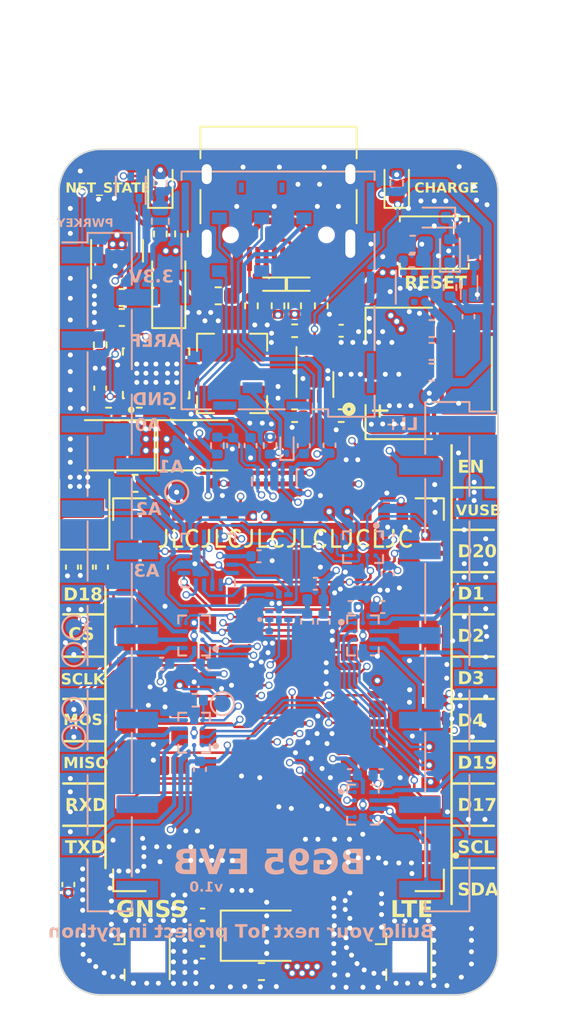
<source format=kicad_pcb>
(kicad_pcb (version 20221018) (generator pcbnew)
  (layers (0 "F.Cu" signal "TOP.Cu") (1 "In1.Cu" signal "GND.Cu") (2 "In2.Cu" signal "PWR.Cu") (31 "B.Cu" signal "BOTTOM.Cu") (34 "B.Paste" user) (35 "F.Paste" user) (36 "B.SilkS" user "B.Silkscreen") (37 "F.SilkS" user "F.Silkscreen") (38 "B.Mask" user) (39 "F.Mask" user) (44 "Edge.Cuts" user))
  (net 0 "")
  (net 1 "Net-(J4-I{slash}O)")
  (net 2 "GND")
  (net 3 "Net-(J4-CLK)")
  (net 4 "Net-(J4-RST)")
  (net 5 "Net-(J4-VCC)")
  (net 6 "Net-(U2-PS{slash}SYNC)")
  (net 7 "+3V8")
  (net 8 "+3.3V")
  (net 9 "Net-(D4-K)")
  (net 10 "Net-(U15-VDD)")
  (net 11 "/BG95/U_N")
  (net 12 "Net-(D2-K)")
  (net 13 "/BG95/U_P")
  (net 14 "VUSB")
  (net 15 "Net-(D5-K)")
  (net 16 "Net-(D6-K)")
  (net 17 "Net-(F1-Pad1)")
  (net 18 "+1V8")
  (net 19 "Net-(U1-VDD_EXT)")
  (net 20 "Net-(J1-CC1)")
  (net 21 "Net-(J1-CC2)")
  (net 22 "BATT")
  (net 23 "EN")
  (net 24 "/Interface/D20")
  (net 25 "/Interface/D1")
  (net 26 "/Interface/D2")
  (net 27 "/Interface/D3")
  (net 28 "/Interface/D4")
  (net 29 "/Interface/D19")
  (net 30 "/Interface/SCL")
  (net 31 "/Interface/SDA")
  (net 32 "PWRKEY")
  (net 33 "/Interface/AREF")
  (net 34 "/Interface/A0")
  (net 35 "/Interface/A1")
  (net 36 "/Interface/A2")
  (net 37 "/Interface/A3")
  (net 38 "/Interface/D17")
  (net 39 "/Interface/D18")
  (net 40 "/Interface/SCLK")
  (net 41 "/Interface/MOSI")
  (net 42 "/Interface/MISO")
  (net 43 "/Interface/RXD")
  (net 44 "/Interface/TXD")
  (net 45 "/Interface/NC")
  (net 46 "Net-(U2-L1_8)")
  (net 47 "Net-(U2-L2_6)")
  (net 48 "Net-(Q1-G)")
  (net 49 "/BG95/NET_STATUS")
  (net 50 "Net-(U2-FB)")
  (net 51 "Net-(U13-EN)")
  (net 52 "Net-(U15-ADDR)")
  (net 53 "Net-(U14-IMIN)")
  (net 54 "Net-(U14-ISET)")
  (net 55 "Net-(U14-ENB)")
  (net 56 "Net-(U1-USB_BOOT)")
  (net 57 "Net-(U1-MAIN_RXD)")
  (net 58 "Net-(U1-MAIN_TXD)")
  (net 59 "Net-(U1-MAIN_DTR)")
  (net 60 "Net-(U1-MAIN_CTS)")
  (net 61 "Net-(U1-MAIN_RTS)")
  (net 63 "BG95_GPIO1")
  (net 64 "BG95_GPIO2")
  (net 65 "BG95_GPIO3")
  (net 66 "BG95_GPIO4")
  (net 67 "BG95_SPI2_SCLK")
  (net 68 "BG95_SPI2_CS")
  (net 70 "BG95_SPI2_MISO")
  (net 71 "BG95_SPI2_MOSI")
  (net 73 "BG95_SPI0_CS")
  (net 74 "BG95_SPI0_SCLK")
  (net 75 "BG95_SPI0_MOSI")
  (net 76 "BG95_SPI0_MISO")
  (net 79 "BG95_I2C1_SCL")
  (net 80 "BG95_I2C1_SDA")
  (net 81 "ANT_GNSS")
  (net 82 "ANT_LTE")
  (net 83 "BG95_UART2_TXD")
  (net 84 "BG95_UART2_RXD")
  (net 85 "BG95_GPIO17")
  (net 88 "BG95_GPIO18")
  (net 89 "BG95_GPIO19")
  (net 90 "BG95_GPIO20")
  (net 91 "BG95_GPIO21")
  (net 93 "Net-(U15-AIN3)")
  (net 94 "Net-(U10-B4)")
  (net 95 "Net-(U10-B3)")
  (net 96 "Net-(U15-AIN2)")
  (net 97 "Net-(U15-AIN1)")
  (net 98 "Net-(U10-B2)")
  (net 99 "Net-(U10-B1)")
  (net 100 "Net-(U15-AIN0)")
  (net 109 "/BG95/VCC_BB")
  (net 110 "/BG95/VCC_RF")
  (net 111 "Net-(D5-A)")
  (net 112 "Net-(D6-A)")
  (net 113 "Net-(AE3-A)")
  (net 114 "Net-(AE4-A)")
  (net 116 "/BG95/USB_P")
  (net 117 "/BG95/USB_N")
  (net 120 "Net-(U8-CD)")
  (net 121 "Net-(D7-K)")
  (net 127 "/Interface/CS")
  (net 128 "Net-(F4-Pad2)")
  (net 129 "Net-(J3-Pin_2)")
  (footprint "Diode_SMD:D_SOD-123" (layer "F.Cu") (at 157.226 59.182 90)
    (fp_text reference "D4" hide)
    (fp_text value "PMEG6020ER")
  )
  (footprint "Capacitor_SMD:C_0402_1005Metric" (layer "F.Cu") (at 152.3 75.9 -90)
    (fp_text reference "C7" hide)
    (fp_text value "100pF")
  )
  (footprint "Resistor_SMD:R_0402_1005Metric" (layer "F.Cu") (at 167.6 66.8)
    (fp_text reference "R13" hide)
    (fp_text value "24.3K")
  )
  (footprint "Connector_Coaxial:U.FL_Hirose_U.FL-R-SMT-1_Vertical" (layer "F.Cu") (at 171.196 99.314)
    (fp_text reference "AE4" hide)
    (fp_text value "Antenna_Shield")
  )
  (footprint "Capacitor_SMD:C_0201_0603Metric" (layer "F.Cu") (at 152.908 96.012 -90)
    (fp_text reference "C45" hide)
    (fp_text value "100pF")
  )
  (footprint "Button_Switch_SMD:SW_Push_SPST_NO_Alps_SKRK" (layer "F.Cu") (at 173.2 56.4 180)
    (fp_text reference "SW1" hide)
    (fp_text value "SW_Omron_B3FS")
  )
  (footprint "Fuse:Fuse_0603_1608Metric" (layer "F.Cu") (at 160.2 59.6 180)
    (fp_text reference "F1" hide)
    (fp_text value "500mA")
  )
  (footprint "Resistor_SMD:R_0402_1005Metric" (layer "F.Cu") (at 162.2 60.2 90)
    (fp_text reference "R4" hide)
    (fp_text value "5.1K")
  )
  (footprint "Connector_Coaxial:U.FL_Hirose_U.FL-R-SMT-1_Vertical" (layer "F.Cu") (at 155.448 99.314)
    (fp_text reference "AE3" hide)
    (fp_text value "Antenna_Shield")
  )
  (footprint "Resistor_SMD:R_0402_1005Metric" (layer "F.Cu") (at 157.988 55.88 90)
    (fp_text reference "R16" hide)
    (fp_text value "100K")
  )
  (footprint "Capacitor_SMD:C_0201_0603Metric" (layer "F.Cu") (at 168.75 96.15)
    (fp_text reference "C44" hide)
    (fp_text value "NC")
  )
  (footprint "Capacitor_SMD:C_0603_1608Metric" (layer "F.Cu") (at 154.4 59.7 180)
    (fp_text reference "C23" hide)
    (fp_text value "0.1uF")
  )
  (footprint "myfootprintlib:IC_TPS63020DSJR" (layer "F.Cu") (at 156.464 64.254 90)
    (fp_text reference "U2" hide)
    (fp_text value "TPS63020DSJR")
  )
  (footprint "Inductor_SMD:L_0603_1608Metric" (layer "F.Cu") (at 155.194 70.866 180)
    (fp_text reference "FB1" hide)
    (fp_text value "~")
  )
  (footprint "Capacitor_Tantalum_SMD:CP_EIA-3528-12_Kemet-T" (layer "F.Cu") (at 159.004 68.58)
    (fp_text reference "C17" hide)
    (fp_text value "220uF")
  )
  (footprint "Capacitor_SMD:C_0402_1005Metric" (layer "F.Cu") (at 167.6 61.7)
    (fp_text reference "C40" hide)
    (fp_text value "0.1uF")
  )
  (footprint "Capacitor_SMD:C_0201_0603Metric" (layer "F.Cu") (at 168.76 98.32)
    (fp_text reference "C47" hide)
    (fp_text value "NC")
  )
  (footprint "Capacitor_Tantalum_SMD:CP_EIA-3528-12_Kemet-T" (layer "F.Cu") (at 153.924 68.58 180)
    (fp_text reference "C16" hide)
    (fp_text value "220uF")
  )
  (footprint "Capacitor_SMD:C_0402_1005Metric" (layer "F.Cu") (at 159.258 99.06 180)
    (fp_text reference "C11" hide)
    (fp_text value "33pF")
  )
  (footprint "Resistor_SMD:R_0402_1005Metric" (layer "F.Cu") (at 166.4 60.2 90)
    (fp_text reference "R3" hide)
    (fp_text value "5.1K")
  )
  (footprint "Capacitor_Tantalum_SMD:CP_EIA-3528-12_Kemet-T" (layer "F.Cu") (at 152.146 72.39 90)
    (fp_text reference "C9" hide)
    (fp_text value "220uF")
  )
  (footprint "Capacitor_SMD:C_0402_1005Metric" (layer "F.Cu") (at 159.258 96.774 180)
    (fp_text reference "C13" hide)
    (fp_text value "0.1uF")
  )
  (footprint "Diode_SMD:D_SOD-923" (layer "F.Cu") (at 163.4 58.9 180)
    (fp_text reference "D3" hide)
    (fp_text value "ESD")
  )
  (footprint "Capacitor_SMD:C_0402_1005Metric" (layer "F.Cu") (at 159.258 98.298 180)
    (fp_text reference "C10" hide)
    (fp_text value "10pF")
  )
  (footprint "Resistor_SMD:R_0402_1005Metric" (layer "F.Cu") (at 163.8 60.2 -90)
    (fp_text reference "R1" hide)
    (fp_text value "22R")
  )
  (footprint "Resistor_SMD:R_0402_1005Metric" (layer "F.Cu") (at 164.8 61.7 180)
    (fp_text reference "R14" hide)
    (fp_text value "200K")
  )
  (footprint "Capacitor_SMD:C_0402_1005Metric" (layer "F.Cu") (at 159.258 97.536 180)
    (fp_text reference "C12" hide)
    (fp_text value "100pF")
  )
  (footprint "Package_DFN_QFN:DFN-8-1EP_3x2mm_P0.5mm_EP1.7x1.4mm" (layer "F.Cu") (at 166.02 64.179 -90)
    (fp_text reference "U14" hide)
    (fp_text value "RT9526AGQW")
  )
  (footprint "Package_TO_SOT_SMD:SOT-23" (layer "F.Cu") (at 154.112 56.896 90)
    (fp_text reference "Q1" hide)
    (fp_text value "AO3401A")
  )
  (footprint "Inductor_SMD:L_Bourns-SRN4018" (layer "F.Cu") (at 161.036 64.262 -90)
    (fp_text reference "L1" hide)
    (fp_text value "1uH")
  )
  (footprint "Capacitor_SMD:C_0201_0603Metric" (layer "F.Cu") (at 169.07 97.19 -90)
    (fp_text reference "C46" hide)
    (fp_text value "33pF")
  )
  (footprint "Resistor_SMD:R_0402_1005Metric" (layer "F.Cu") (at 164.8 66.802 180)
    (fp_text reference "R12" hide)
    (fp_text value "243K")
  )
  (footprint "Resistor_SMD:R_0402_1005Metric" (layer "F.Cu") (at 155.448 66.7)
    (fp_text reference "R5" hide)
    (fp_text value "1.2M 1%")
  )
  (footprint "Fuse:Fuse_0402_1005Metric" (layer "F.Cu") (at 159.512 70.866 180)
    (fp_text reference "F2" hide)
    (fp_text value "15mA")
  )
  (footprint "Resistor_SMD:R_0402_1005Metric" (layer "F.Cu") (at 153.6 66.7)
    (fp_text reference "R6" hide)
    (fp_text value "182K 1%")
  )
  (footprint "Capacitor_SMD:C_0402_1005Metric" (layer "F.Cu") (at 153.1 65.15 -90)
    (fp_text reference "C15" hide)
    (fp_text value "0.1uF")
  )
  (footprint "Fuse:Fuse_0402_1005Metric" (layer "F.Cu") (at 151.1808 96.7994 -90)
    (fp_text reference "F4" hide)
    (fp_text value "35mA")
  )
  (footprint "Diode_SMD:D_SOD-923" (layer "F.Cu") (at 165.2 58.9)
    (fp_text reference "D1" hide)
    (fp_text value "ESD")
  )
  (footprint "Inductor_SMD:L_0402_1005Metric" (layer "F.Cu") (at 152.4254 97.282 180)
    (fp_text reference "L3" hide)
    (fp_text value "47nH")
  )
  (footprint "Resistor_SMD:R_0402_1005Metric" (layer "F.Cu") (at 153.1 62.55 90)
    (fp_text reference "R18" hide)
    (fp_text value "100K")
  )
  (footprint "Capacitor_SMD:C_0603_1608Metric" (layer "F.Cu") (at 154.4 60.9 180)
    (fp_text reference "C22" hide)
    (fp_text value "22uF")
  )
  (footprint "Connector_USB:USB_C_Receptacle_HRO_TYPE-C-31-M-12" (layer "F.Cu") (at 163.83 53.34 180)
    (fp_text reference "J1" hide)
    (fp_text value "USB_C_Receptacle_USB2.0")
  )
  (footprint "myfootprintlib:XCVR_BG95M3LA-64-SGNS" (layer "F.Cu") (at 163.83 83.566 180)
    (fp_text reference "U1" hide)
    (fp_text value "BG95M3LA-64-SGNS")
  )
  (footprint "LED_SMD:LED_0603_1608Metric" (layer "F.Cu") (at 156.718 52.832 90)
    (fp_text reference "D5" hide)
    (fp_text value "LED")
  )
  (footprint "myfootprintlib:JST_S2B-PH-SM4-TB_LF__SN_" (layer "F.Cu") (at 169.418 64.262 90)
    (fp_text reference "J5" hide)
    (fp_text value "S2B-PH-SM4-TB_LF__SN_")
  )
  (footprint "Capacitor_SMD:C_0402_1005Metric" (layer "F.Cu") (at 151.4 75.9 -90)
    (fp_text reference "C6" hide)
    (fp_text value "33pF")
  )
  (footprint "Capacitor_SMD:C_0402_1005Metric" (layer "F.Cu") (at 153.2 75.9 -90)
    (fp_text reference "C8" hide)
    (fp_text value "0.1uF")
  )
  (footprint "Inductor_SMD:L_0603_1608Metric" (layer "F.Cu") (at 162.8 100.2 180)
    (fp_text reference "FB2" hide)
    (fp_text value "~")
  )
  (footprint "Resistor_SMD:R_0402_1005Metric" (layer "F.Cu") (at 156.718 55.88 90)
    (fp_text reference "R17" hide)
    (fp_text value "10K")
  )
  (footprint "Resistor_SMD:R_0402_1005Metric" (layer "F.Cu") (at 164.8 60.2 -90)
    (fp_text reference "R2" hide)
    (fp_text value "22R")
  )
  (footprint "Capacitor_Tantalum_SMD:CP_EIA-3528-12_Kemet-T" (layer "F.Cu") (at 162.814 98.044)
    (fp_text reference "C14" hide)
    (fp_text value "220uF")
  )
  (footprint "Capacitor_SMD:C_0402_1005Metric" (layer "F.Cu") (at 157.48 66.7 180)
    (fp_text reference "C18" hide)
    (fp_text value "0.1uF")
  )
  (footprint "LED_SMD:LED_0603_1608Metric" (layer "F.Cu") (at 170.942 52.832 90)
    (fp_text reference "D6" hide)
    (fp_text value "LED")
  )
  (footprint "Capacitor_SMD:C_0402_1005Metric" (layer "F.Cu") (at 151.1808 94.9706 90)
    (fp_text reference "C36" hide)
    (fp_text value "0.1uF")
  )
  (footprint "Fuse:Fuse_0603_1608Metric" (layer "B.Cu") (at 156.718 55.118 90)
    (fp_text reference "F3" hide)
    (fp_text value "400mA")
  )
  (footprint "Capacitor_SMD:C_0603_1608Metric" (layer "B.Cu") (at 171.9 56.5 180)
    (fp_text reference "C41" hide)
    (fp_text value "22uF")
  )
  (footprint "Capacitor_SMD:C_0402_1005Metric" (layer "B.Cu") (at 170.4 74 -90)
    (fp_text reference "C38" hide)
    (fp_text value "0.1uF")
  )
  (footprint "TestPoint:TestPoint_Pad_D1.0mm" (layer "B.Cu") (at 151.511 84.455 180)
    (fp_text reference "TP7" hide)
    (fp_text value "TestPoint")
  )
  (footprint "myfootprintlib:CM1103-QFNTA" (layer "B.Cu") (at 163.85 78.3)
    (fp_text reference "U15" hide)
    (fp_text value "CM1103")
  )
  (footprint "Resistor_SMD:R_0402_1005Metric" (layer "B.Cu") (at 174.15 59.1 90)
    (fp_text reference "R11" hide)
    (fp_text value "DNP")
  )
  (footprint "Capacitor_SMD:C_0402_1005Metric" (layer "B.Cu") (at 161.1 68.6 -90)
    (fp_text reference "C1" hide)
    (fp_text value "33pF")
  )
  (footprint "Capacitor_SMD:C_0402_1005Metric" (layer "B.Cu") (at 166.9 68.58 90)
    (fp_text reference "C4" hide)
    (fp_text value "0.1uF")
  )
  (footprint "Capacitor_SMD:C_0402_1005Metric" (layer "B.Cu") (at 168.1 88.4)
    (fp_text reference "C37" hide)
    (fp_text value "0.1uF")
  )
  (footprint "Capacitor_SMD:C_0603_1608Metric" (layer "B.Cu") (at 173.0502 62.9412 180)
    (fp_text reference "C19" hide)
    (fp_text value "0.1uF")
  )
  (footprint "Capacitor_SMD:C_0402_1005Metric" (layer "B.Cu") (at 165.35 68.6 90)
    (fp_text reference "C3" hide)
    (fp_text value "33pF")
  )
  (footprint "Capacitor_SMD:C_0402_1005Metric" (layer "B.Cu") (at 175.26 60.85 -90)
    (fp_text reference "C32" hide)
    (fp_text value "0.1uF")
  )
  (footprint "Inductor_SMD:L_0402_1005Metric" (layer "B.Cu") (at 166.05 77.85)
    (fp_text reference "FB3" hide)
    (fp_text value "FerriteBead")
  )
  (footprint "Resistor_SMD:R_0201_0603Metric" (layer "B.Cu") (at 162.95 79.75 180)
    (fp_text reference "R10" hide)
    (fp_text value "0R")
  )
  (footprint "Capacitor_SMD:C_0603_1608Metric" (layer "B.Cu") (at 173.0502 64.1858 180)
    (fp_text reference "C20" hide)
    (fp_text value "22uF")
  )
  (footprint "TestPoint:TestPoint_Pad_D1.0mm" (layer "B.Cu") (at 160.45 84.1 180)
    (fp_text reference "TP2" hide)
    (fp_text value "TestPoint")
  )
  (footprint "TestPoint:TestPoint_Pad_D1.0mm" (layer "B.Cu") (at 157.7 71.4 180)
    (fp_text reference "TP6" hide)
    (fp_text value "TestPoint")
  )
  (footprint "Capacitor_SMD:C_0402_1005Metric" (layer "B.Cu") (at 170.4 76.3 90)
    (fp_text reference "C29" hide)
    (fp_text value "0.1uF")
  )
  (footprint "Diode_SMD:D_SOD-523" (layer "B.Cu") (at 174.15 56.896 90)
    (fp_text reference "D7" hide)
    (fp_text value "B520S-30")
  )
  (footprint "kiCadPcbLib:USPN-4" (layer "B.Cu") (at 175.3 59.1)
    (fp_text reference "U8" hide)
    (fp_text value "XC6119C32A7R-G")
  )
  (footprint "myfootprintlib:BGA12N50P4X3_186X136X62N" (layer "B.Cu") (at 168.91 90.17 180)
    (fp_text reference "U3" hide)
    (fp_text value "TXS0104EYZTR")
  )
  (footprint "Capacitor_SMD:C_0402_1005Metric" (layer "B.Cu") (at 159.1 88.05 90)
    (fp_text reference "C34" hide)
    (fp_text value "0.1uF")
  )
  (footprint "Capacitor_SMD:C_0603_1608Metric" (layer "B.Cu") (at 173.0502 61.5696 180)
    (fp_text reference "C21" hide)
    (fp_text value "22uF")
  )
  (footprint "Package_SON:WSON-6-1EP_2x2mm_P0.65mm_EP1x1.6mm" (layer "B.Cu") (at 171.996 59.078 90)
    (fp_text reference "U13" hide)
    (fp_text value "TLV75533PDRV")
  )
  (footprint "Resistor_SMD:R_0402_1005Metric" (layer "B.Cu") (at 160.15 68.6 -90)
    (fp_text reference "R8" hide)
    (fp_text value "15K")
  )
  (footprint "Resistor_SMD:R_0402_1005Metric" (layer "B.Cu") (at 163.322 68.6 90)
    (fp_text reference "R7" hide)
    (fp_text value "51K")
  )
  (footprint "Capacitor_SMD:C_0402_1005Metric" (layer "B.Cu") (at 170.1 78.3 180)
    (fp_text reference "C30" hide)
    (fp_text value "0.1uF")
  )
  (footprint "Resistor_SMD:R_0402_1005Metric" (layer "B.Cu") (at 170.942 52.834 90)
    (fp_text reference "R19" hide)
    (fp_text value "1K")
  )
  (footprint "Connector_PinHeader_2.54mm:PinHeader_1x16_P2.54mm_Vertical_SMD_Pin1Right" (layer "B.Cu") (at 153.67 76.2 180)
    (fp_text reference "J3" hide)
    (fp_text value "Feather Interface")
  )
  (footprint "Capacitor_SMD:C_0402_1005Metric" (layer "B.Cu") (at 166.55 79.2 -90)
    (fp_text reference "C25" hide)
    (fp_text value "22uF")
  )
  (footprint "Package_DFN_QFN:QFN-16-1EP_3x3mm_P0.5mm_EP1.75x1.75mm" (layer "B.Cu") (at 159.6 75.5 90)
    (fp_text reference "U7" hide)
    (fp_text value "RS2299XTQC16")
  )
  (footprint "Capacitor_SMD:C_0402_1005Metric" (layer "B.Cu") (at 168.15 78.3)
    (fp_text reference "C33" hide)
    (fp_text value "0.1uF")
  )
  (footprint "Capacitor_SMD:C_0402_1005Metric" (layer "B.Cu") (at 166.05 76.9 180)
    (fp_text reference "C26" hide)
    (fp_text value "22uF")
  )
  (footprint "myfootprintlib:BGA12N50P4X3_186X136X62N" (layer "B.Cu") (at 158.75 80.01)
    (fp_text reference "U6" hide)
    (fp_text value "TXS0104EYZTR")
  )
  (footprint "Package_DFN_QFN:Diodes_UDFN-10_1.0x2.5mm_P0.5mm" (layer "B.Cu") (at 163.576 70.5 -90)
    (fp_text reference "U12" hide)
    (fp_text value "D3V3XA4B10LP")
  )
  (footprint "Connector_PinHeader_2.54mm:PinHeader_1x12_P2.54mm_Vertical_SMD_Pin1Left" (layer "B.Cu") (at 173.99 81.28 180)
    (fp_text reference "J2" hide)
    (fp_text value "Feather Interface")
  )
  (footprint "TestPoint:TestPoint_Pad_D1.0mm" (layer "B.Cu") (at 151.511 86.106 180)
    (fp_text reference "TP8" hide)
    (fp_text value "TestPoint")
  )
  (footprint "Connector_JAE:JAE_SIM_Card_SF72S006" (layer "B.Cu") (at 162.814 57.404 180)
    (fp_text reference "J4" hide)
    (fp_text value "JAE_SIM_Card_SF72S006")
  )
  (footprint "myfootprintlib:BGA12N50P4X3_186X136X62N" (layer "B.Cu") (at 168.91 80.006 180)
    (fp_text reference "U4" hide)
    (fp_text value "TXS0104EYZTR")
  )
  (footprint "Capacitor_SMD:C_0402_1005Metric" (layer "B.Cu") (at 175.6 57.3 90)
    (fp_text reference "C28" hide)
    (fp_text value "470nF")
  )
  (footprint "Diode_SMD:D_SOD-923" (layer "B.Cu") (at 164.338 68.6 90)
    (fp_text reference "D2" hide)
    (fp_text value "ESD")
  )
  (footprint "Resistor_SMD:R_0402_1005Metric" (layer "B.Cu") (at 171.85 57.5)
    (fp_text reference "R9" hide)
    (fp_text value "100K")
  )
  (footprint "myfootprintlib:BGA12N50P4X3_186X136X62N" (layer "B.Cu") (at 158.75 85.85)
    (fp_text reference "U5" hide)
    (fp_text value "TXS0104EYZTR")
  )
  (footprint "TestPoint:TestPoint_Pad_D1.0mm" (layer "B.Cu") (at 151.511 81.153 180)
    (fp_text reference "TP5" hide)
    (fp_text value "TestPoint")
  )
  (footprint "TestPoint:TestPoint_Pad_D1.0mm" (layer "B.Cu") (at 151.511 79.502 180)
    (fp_text reference "TP4" hide)
    (fp_text value "TestPoint")
  )
  (footprint "Capacitor_SMD:C_0402_1005Metric" (layer "B.Cu") (at 162.15 68.6 -90)
    (fp_text reference "C2" hide)
    (fp_text value "33pF")
  )
  (footprint "Capacitor_SMD:C_0402_1005Metric" (layer "B.Cu") (at 159.6 81.7 180)
    (fp_text reference "C27" hide)
    (fp_text value "0.1uF")
  )
  (footprint "Capacitor_SMD:C_0402_1005Metric" (layer "B.Cu") (at 170 88.4 180)
    (fp_text reference "C31" hide)
    (fp_text value "0.1uF")
  )
  (footprint "myfootprintlib:BGA12N50P4X3_186X136X62N" (layer "B.Cu") (at 168.918 74.7 -90)
    (fp_text reference "U10" hide)
    (fp_text value "TXS0104EYZTR")
  )
  (footprint "Package_TO_SOT_SMD:SOT-523" (layer "B.Cu") (at 154.94 53.086 90)
    (fp_text reference "Q2" hide)
    (fp_text value "BSS138")
  )
  (footprint "Diode_SMD:D_SOD-523" (layer "B.Cu") (at 173.2 54.9 180)
    (fp_text reference "D8" hide)
    (fp_text value "ESD")
  )
  (footprint "Resistor_SMD:R_0402_1005Metric" (layer "B.Cu") (at 156.718 52.832 90)
    (fp_text reference "R20" hide)
    (fp_text value "1K")
  )
  (footprint "Capacitor_SMD:C_0402_1005Metric" (layer "B.Cu") (at 162.65 75.25 180)
    (fp_text reference "C35" hide)
    (fp_text value "0.1uF")
  )
  (footprint "Capacitor_SMD:C_0402_1005Metric" (layer "B.Cu") (at 165.55 79.2 -90)
    (fp_text reference "C24" hide)
    (fp_text value "0.1uF")
  )
  (footprint "Capacitor_SMD:C_0402_1005Metric" (layer "B.Cu") (at 156.8 81.7)
    (fp_text reference "C39" hide)
    (fp_text value "0.1uF")
  )
  (footprint "Resistor_SMD:R_0402_1005Metric" (layer "B.Cu") (at 158.8 83.9 180)
    (fp_text reference "R15" hide)
    (fp_text value "1K")
  )
  (gr_line (start 174.244 81.28) (end 176.784 81.28) (stroke (width 0.15)) (layer "F.SilkS"))
  (gr_line (start 174.244 71.12) (end 176.784 71.12) (stroke (width 0.15)) (layer "F.SilkS"))
  (gr_line (start 174.244 78.74) (end 176.784 78.74) (stroke (width 0.15)) (layer "F.SilkS"))
  (gr_line (start 174.244 76.2) (end 176.784 76.2) (stroke (width 0.15)) (layer "F.SilkS"))
  (gr_line (start 174.244 68.58) (end 174.244 96.139) (stroke (width 0.15)) (layer "F.SilkS"))
  (gr_line (start 150.876 83.82) (end 153.416 83.82) (stroke (width 0.15)) (layer "F.SilkS"))
  (gr_line (start 174.244 73.66) (end 176.784 73.66) (stroke (width 0.15)) (layer "F.SilkS"))
  (gr_line (start 150.876 91.44) (end 153.416 91.44) (stroke (width 0.15)) (layer "F.SilkS"))
  (gr_line (start 174.244 93.98) (end 176.784 93.98) (stroke (width 0.15)) (layer "F.SilkS"))
  (gr_line (start 169.926 66.1924) (end 169.926 66.8528) (stroke (width 0.15)) (layer "F.SilkS"))
  (gr_line (start 150.876 78.74) (end 153.416 78.74) (stroke (width 0.15)) (layer "F.SilkS"))
  (gr_line (start 153.416 93.98) (end 153.416 77.216) (stroke (width 0.15)) (layer "F.SilkS"))
  (gr_line (start 174.244 83.82) (end 176.784 83.82) (stroke (width 0.15)) (layer "F.SilkS"))
  (gr_line (start 150.876 86.36) (end 153.416 86.36) (stroke (width 0.15)) (layer "F.SilkS"))
  (gr_line (start 150.876 88.9) (end 153.416 88.9) (stroke (width 0.15)) (layer "F.SilkS"))
  (gr_line (start 150.876 81.28) (end 153.416 81.28) (stroke (width 0.15)) (layer "F.SilkS"))
  (gr_line (start 174.244 91.44) (end 176.784 91.44) (stroke (width 0.15)) (layer "F.SilkS"))
  (gr_line (start 169.5196 66.4972) (end 170.3832 66.4972) (stroke (width 0.15)) (layer "F.SilkS"))
  (gr_line (start 174.244 86.36) (end 176.784 86.36) (stroke (width 0.15)) (layer "F.SilkS"))
  (gr_line (start 174.244 88.9) (end 176.784 88.9) (stroke (width 0.15)) (layer "F.SilkS"))
  (gr_line (start 150.622 99.06) (end 150.622 53.34) (stroke (width 0.1)) (layer "Edge.Cuts"))
  (gr_arc (start 177.038 99.06) (mid 176.294051 100.856051) (end 174.498 101.6) (stroke (width 0.1)) (layer "Edge.Cuts"))
  (gr_arc (start 153.162 101.6) (mid 151.365949 100.856051) (end 150.622 99.06) (stroke (width 0.1)) (layer "Edge.Cuts"))
  (gr_line (start 174.498 101.6) (end 153.162 101.6) (stroke (width 0.1)) (layer "Edge.Cuts"))
  (gr_arc (start 174.498 50.8) (mid 176.294051 51.543949) (end 177.038 53.34) (stroke (width 0.1)) (layer "Edge.Cuts"))
  (gr_arc (start 150.622 53.34) (mid 151.365949 51.543949) (end 153.162 50.8) (stroke (width 0.1)) (layer "Edge.Cuts"))
  (gr_line (start 177.038 53.34) (end 177.038 99.06) (stroke (width 0.1)) (layer "Edge.Cuts"))
  (gr_line (start 153.162 50.8) (end 174.498 50.8) (stroke (width 0.1)) (layer "Edge.Cuts"))
  (gr_text "Build your next IoT project in python" (at 173.2 98.3) (layer "B.SilkS") (effects (font (size 0.8 0.8) (thickness 0.2) bold) (justify left bottom mirror)))
  (gr_text "A0" (at 156.75 67.85) (layer "B.SilkS") (effects (font (size 0.762 0.762) (thickness 0.1905) bold) (justify left bottom mirror)))
  (gr_text "A1" (at 158.1404 70.358) (layer "B.SilkS") (effects (font (size 0.762 0.762) (thickness 0.1905) bold) (justify left bottom mirror)))
  (gr_text "LI+\n" (at 172.25 67.8) (layer "B.SilkS") (effects (font (size 0.762 0.762) (thickness 0.1905) bold) (justify left bottom mirror)))
  (gr_text "BG95 EVB\n" (at 169.1 94.6) (layer "B.SilkS") (effects (font (size 1.5 1.5) (thickness 0.2) bold) (justify left bottom mirror)))
  (gr_text "GND\n" (at 157.7 66.3) (layer "B.SilkS") (effects (font (size 0.762 0.762) (thickness 0.1905) bold) (justify left bottom mirror)))
  (gr_text "A3" (at 156.6672 76.6064) (layer "B.SilkS") (effects (font (size 0.762 0.762) (thickness 0.1905) bold) (justify left bottom mirror)))
  (gr_text "PWRKEY\n" (at 153.8986 55.5498) (layer "B.SilkS") (effects (font (size 0.508 0.508) (thickness 0.127) bold) (justify left bottom mirror)))
  (gr_text "AREF" (at 157.95 62.8) (layer "B.SilkS") (effects (font (size 0.762 0.762) (thickness 0.1905) bold) (justify left bottom mirror)))
  (gr_text "3.3V\n" (at 157.5308 58.928) (layer "B.SilkS") (effects (font (size 0.762 0.762) (thickness 0.1905) bold) (justify left bottom mirror)))
  (gr_text "A2" (at 156.8 72.9) (layer "B.SilkS") (effects (font (size 0.762 0.762) (thickness 0.1905) bold) (justify left bottom mirror)))
  (gr_text "v1.0" (at 160.5 95.5) (layer "B.SilkS") (effects (font (size 0.6 0.6) (thickness 0.12) bold) (justify left bottom mirror)))
  (gr_text "D1" (at 174.5996 77.978) (layer "F.SilkS") (effects (font (size 0.762 0.762) (thickness 0.1016) bold) (justify left bottom)))
  (gr_text "CHARGE\n" (at 172 53.5) (layer "F.SilkS") (effects (font (size 0.6 0.6) (thickness 0.127) bold) (justify left bottom)))
  (gr_text "NET_STATE\n" (at 151 53.5) (layer "F.SilkS") (effects (font (size 0.6 0.6) (thickness 0.127) bold) (justify left bottom)))
  (gr_text "VUSB" (at 174.498 72.898) (layer "F.SilkS") (effects (font (size 0.635 0.635) (thickness 0.1016) bold) (justify left bottom)))
  (gr_text "RXD\n" (at 150.9776 90.678) (layer "F.SilkS") (effects (font (size 0.762 0.762) (thickness 0.1524) bold) (justify left bottom)))
  (gr_text "MOSI" (at 150.876 85.4964) (layer "F.SilkS") (effects (font (size 0.6604 0.6604) (thickness 0.1524) bold) (justify left bottom)))
  (gr_text "D2" (at 174.5996 80.518) (layer "F.SilkS") (effects (font (size 0.762 0.762) (thickness 0.1016) bold) (justify left bottom)))
  (gr_text "D20" (at 174.5996 75.438) (layer "F.SilkS") (effects (font (size 0.762 0.762) (thickness 0.1016) bold) (justify left bottom)))
  (gr_text "D3" (at 174.5996 83.058) (layer "F.SilkS") (effects (font (size 0.762 0.762) (thickness 0.1016) bold) (justify left bottom)))
  (gr_text "RESET" (at 171.4 59.3) (layer "F.SilkS") (effects (font (size 0.762 0.762) (thickness 0.1905) bold) (justify left bottom)))
  (gr_text "SDA" (at 174.5996 95.758) (layer "F.SilkS") (effects (font (size 0.762 0.762) (thickness 0.1016) bold) (justify left bottom)))
  (gr_text "EN" (at 174.5996 70.358) (layer "F.SilkS") (effects (font (size 0.762 0.762) (thickness 0.1016) bold) (justify left bottom)))
  (gr_text "MISO\n" (at 150.876 88.0872) (layer "F.SilkS") (effects (font (size 0.6604 0.6604) (thickness 0.1524) bold) (justify left bottom)))
  (gr_text "JLCJLCJLCJLCLJCLJC" (at 156.45 74.8) (layer "F.SilkS") (effects (font (size 1 1)) (justify left bottom)))
  (gr_text "LTE\n" (at 170.561 97.1) (layer "F.SilkS") (effects (font (size 1 1) (thickness 0.2) bold) (justify left bottom)))
  (gr_text "CS" (at 151.1808 80.4164) (layer "F.SilkS") (effects (font (size 0.762 0.762) (thickness 0.1524) bold) (justify left bottom)))
  (gr_text "GNSS\n" (at 154.051 97.1) (layer "F.SilkS") (effects (font (size 1 1) (thickness 0.2) bold) (justify left bottom)))
  (gr_text "SCLK" (at 150.7236 83.058) (layer "F.SilkS") (effects (font (size 0.6604 0.6604) (thickness 0.1524) bold) (justify left bottom)))
  (gr_text "D17\n" (at 174.5996 90.678) (layer "F.SilkS") (effects (font (size 0.762 0.762) (thickness 0.1016) bold) (justify left bottom)))
  (gr_text "D4" (at 174.5996 85.598) (layer "F.SilkS") (effects (font (size 0.762 0.762) (thickness 0.1016) bold) (justify left bottom)))
  (gr_text "D18" (at 150.876 78.0288) (layer "F.SilkS") (effects (font (size 0.762 0.762) (thickness 0.1524) bold) (justify left bottom)))
  (gr_text "TXD" (at 150.9776 93.218) (layer "F.SilkS") (effects (font (size 0.762 0.762) (thickness 0.1524) bold) (justify left bottom)))
  (gr_text "SCL\n" (at 174.5996 93.218) (layer "F.SilkS") (effects (font (size 0.762 0.762) (thickness 0.1016) bold) (justify left bottom)))
  (gr_text "D19\n" (at 174.5996 88.138) (layer "F.SilkS") (effects (font (size 0.762 0.762) (thickness 0.1016) bold) (justify left bottom)))
  (segment (start 162.9436 86.4) (end 160.4412 88.9024) (width 0.1524) (layer "F.Cu") (net 1))
  (segment (start 154.7164 88.9024) (end 154.68 88.866) (width 0.1524) (layer "F.Cu") (net 1))
  (segment (start 160.4412 88.9024) (end 154.7164 88.9024) (width 0.1524) (layer "F.Cu") (net 1))
  (segment (start 163.7493 86.4) (end 162.9436 86.4) (width 0.1524) (layer "F.Cu") (net 1))
  (via (at 162.807627 71.562487) (size 0.45) (drill 0.3) (layers "F.Cu" "B.Cu") (net 1))
  (via (at 163.7493 86.4) (size 0.45) (drill 0.3) (layers "F.Cu" "B.Cu") (net 1))
  (segment (start 161.1 67.45) (end 161.1 68.12) (width 0.1524) (layer "B.Cu") (net 1))
  (segment (start 160.96 67.31) (end 161.1 67.45) (width 0.1524) (layer "B.Cu") (net 1))
  (segment (start 160.274 58.114) (end 160.6836 58.5236) (width 0.1524) (layer "B.Cu") (net 1))
  (segment (start 162.56 70.59) (end 162.576 70.574) (width 0.1524) (layer "B.Cu") (net 1))
  (segment (start 161.12 68.12) (end 160.8 68.12) (width 0.1524) (layer "B.Cu") (net 1))
  (segment (start 161.885658 69.785658) (end 161.6138 69.5138) (width 0.1524) (layer "B.Cu") (net 1))
  (segment (start 161.1 68.12) (end 160.2 68.12) (width 0.1524) (layer "B.Cu") (net 1))
  (segment (start 159.004 66.591924) (end 159.722076 67.31) (width 0.1524) (layer "B.Cu") (net 1))
  (segment (start 162.385658 69.785658) (end 161.885658 69.785658) (width 0.1524) (layer "B.Cu") (net 1))
  (segment (start 162.576 69.976) (end 162.385658 69.785658) (width 0.1524) (layer "B.Cu") (net 1))
  (segment (start 162.576 71.33086) (end 162.576 70.1125) (width 0.1524) (layer "B.Cu") (net 1))
  (segment (start 160.6836 58.5236) (end 160.6836 63.0904) (width 0.1524) (layer "B.Cu") (net 1))
  (segment (start 162.576 70.574) (end 162.56 70.558) (width 0.1524) (layer "B.Cu") (net 1))
  (segment (start 160.2 68.12) (end 160.15 68.07) (width 0.1524) (layer "B.Cu") (net 1))
  (segment (start 161.6138 69.5138) (end 161.6138 68.6138) (width 0.1524) (layer "B.Cu") (net 1))
  (segment (start 161.6138 68.6138) (end 161.12 68.12) (width 0.1524) (layer "B.Cu") (net 1))
  (segment (start 160.6836 63.0904) (end 159.004 64.77) (width 0.1524) (layer "B.Cu") (net 1))
  (segment (start 159.004 64.77) (end 159.004 66.591924) (width 0.1524) (layer "B.Cu") (net 1))
  (segment (start 159.722076 67.31) (end 160.96 67.31) (width 0.1524) (layer "B.Cu") (net 1))
  (segment (start 162.576 70.1125) (end 162.576 69.976) (width 0.1524) (layer "B.Cu") (net 1))
  (segment (start 162.807627 71.562487) (end 162.576 71.33086) (width 0.1524) (layer "B.Cu") (net 1))
  (segment (start 162.56 70.558) (end 162.56 70.104) (width 0.1524) (layer "B.Cu") (net 1))
  (segment (start 164.29 63.79) (end 164.29 63.55) (width 0.25) (layer "F.Cu") (net 2))
  (segment (start 156 78.3) (end 156.95 78.3) (width 0.12) (layer "F.Cu") (net 2))
  (segment (start 158.8 76.5) (end 159.15 76.85) (width 0.3) (layer "F.Cu") (net 2))
  (segment (start 158.75 79.25) (end 157.946 79.25) (width 0.12) (layer "F.Cu") (net 2))
  (segment (start 158.6 66.7) (end 159.6 67.7) (width 0.152) (layer "F.Cu") (net 2))
  (segment (start 153.388 76.426) (end 151.13 76.426) (width 0.25) (layer "F.Cu") (net 2))
  (segment (start 167.3 67.65) (end 167.3 67.61) (width 0.25) (layer "F.Cu") (net 2))
  (segment (start 172.975 95.375) (end 172.975 97.839) (width 0.12) (layer "F.Cu") (net 2))
  (segment (start 155.464 65.654) (end 155.464 64.918) (width 0.152) (layer "F.Cu") (net 2))
  (segment (start 171.28 94.566) (end 170.18 94.566) (width 0.12) (layer "F.Cu") (net 2))
  (segment (start 165.62 58.9) (end 165.62 60.42) (width 0.152) (layer "F.Cu") (net 2))
  (segment (start 153.09 66.7) (end 153.09 67.8765) (width 0.152) (layer "F.Cu") (net 2))
  (segment (start 162.79 60.71) (end 162.2 60.71) (width 0.152) (layer "F.Cu") (net 2))
  (segment (start 165.91 60.71) (end 166.4 60.71) (width 0.152) (layer "F.Cu") (net 2))
  (segment (start 156.464 64.254) (end 154.8 64.254) (width 0.152) (layer "F.Cu") (net 2))
  (segment (start 156 73.246) (end 156 75.55) (width 0.12) (layer "F.Cu") (net 2))
  (segment (start 168.9 89.35) (end 168.1 88.55) (width 0.12) (layer "F.Cu") (net 2))
  (segment (start 158.8 75.7) (end 158.8 76.5) (width 0.3) (layer "F.Cu") (net 2))
  (segment (start 160.923292 76.272708) (end 161.28 75.916) (width 0.3) (layer "F.Cu") (net 2))
  (segment (start 168.6 61.7) (end 168.65 61.75) (width 0.25) (layer "F.Cu") (net 2))
  (segment (start 166.375 73.875) (end 166.25 73.75) (width 0.25) (layer "F.Cu") (net 2))
  (segment (start 164.29 65.6) (end 164.29 66.802) (width 0.25) (layer "F.Cu") (net 2))
  (segment (start 157.96 66.7) (end 158.6 66.7) (width 0.152) (layer "F.Cu") (net 2))
  (segment (start 155.114 92.6) (end 156.4 92.6) (width 0.12) (layer "F.Cu") (net 2))
  (segment (start 172.98 91.066) (end 171.834 91.066) (width 0.12) (layer "F.Cu") (net 2))
  (segment (start 167.3 67.61) (end 168.11 66.8) (width 0.25) (layer "F.Cu") (net 2))
  (segment (start 156.15 75.7) (end 158.8 75.7) (width 0.12) (layer "F.Cu") (net 2))
  (segment (start 163.398 66.802) (end 162.15 68.05) (width 0.152) (layer "F.Cu") (net 2))
  (segment (start 153.625 59.7) (end 153.625 60.9) (width 0.152) (layer "F.Cu") (net 2))
  (segment (start 152.3865 64.4) (end 152.3865 66.7) (width 0.152) (layer "F.Cu") (net 2))
  (segment (start 166.89 60.71) (end 166.4 60.71) (width 0.152) (layer "F.Cu") (net 2))
  (segment (start 168.08 61.7) (end 168.6 61.7) (width 0.25) (layer "F.Cu") (net 2))
  (segment (start 162.98 58.9) (end 162.98 60.52) (width 0.152) (layer "F.Cu") (net 2))
  (segment (start 169.78 79.316) (end 169.78 81.2575) (width 0.254) (layer "F.Cu") (net 2))
  (segment (start 154.68 91.066) (end 154.68 92.166) (width 0.12) (layer "F.Cu") (net 2))
  (segment (start 155.464 65.654) (end 155.464 65.254) (width 0.152) (layer "F.Cu") (net 2))
  (segment (start 157 54.35) (end 157.988 55.338) (width 0.12) (layer "F.Cu") (net 2))
  (segment (start 167.15 67.5) (end 167.3 67.65) (width 0.25) (layer "F.Cu") (net 2))
  (segment (start 155.464 65.254) (end 156.464 64.254) (width 0.152) (layer "F.Cu") (net 2))
  (segment (start 153.1 60.9) (end 152.3 61.7) (width 0.152) (layer "F.Cu") (net 2))
  (segment (start 170.9495 91.9505) (end 168.9 91.9505) (width 0.12) (layer "F.Cu") (net 2))
  (segment (start 164.29 63.55) (end 164.29 65.6) (width 0.25) (layer "F.Cu") (net 2))
  (segment (start 156.68 92.32) (end 156.68 94.566) (width 0.12) (layer "F.Cu") (net 2))
  (segment (start 164.65 67.5) (end 167.15 67.5) (width 0.25) (layer "F.Cu") (net 2))
  (segment (start 159.6 67.7) (end 159.6615 67.7) (width 0.152) (layer "F.Cu") (net 2))
  (segment (start 171.1 77.15) (end 171.1 77.996) (width 0.254) (layer "F.Cu") (net 2))
  (segment (start 164.319 65.629) (end 164.29 65.6) (width 0.25) (layer "F.Cu") (net 2))
  (segment (start 171.28 94.566) (end 172.316 94.566) (width 0.12) (layer "F.Cu") (net 2))
  (segment (start 153.09 66.7) (end 152.3865 66.7) (width 0.152) (layer "F.Cu") (net 2))
  (segment (start 167.08 57.385) (end 167.235 57.385) (width 0.12) (layer "F.Cu") (net 2))
  (segment (start 164.65 67.162) (end 164.29 66.802) (width 0.25) (layer "F.Cu") (net 2))
  (segment (start 153.198 64.254) (end 153.162 64.29) (width 0.152) (layer "F.Cu") (net 2))
  (segment (start 167.98 92.8705) (end 168.9 91.9505) (width 0.12) (layer "F.Cu") (net 2))
  (segment (start 159.51 52.29) (end 159.51 56.47) (width 0.12) (layer "F.Cu") (net 2))
  (segment (start 156 78.55) (end 156 78.3) (width 0.12) (layer "F.Cu") (net 2))
  (segment (start 170.4 73.5) (end 168.3 73.5) (width 0.3) (layer "F.Cu") (net 2))
  (segment (start 167.98 94.566) (end 167.98 92.8705) (width 0.12) (layer "F.Cu") (net 2))
  (segment (start 159.6615 67.7) (end 160.5415 68.58) (width 0.152) (layer "F.Cu") (net 2))
  (segment (start 159.51 52.29) (end 168.15 52.29) (width 0.12) (layer "F.Cu") (net 2))
  (segment (start 159.15 76.85) (end 159.23 76.85) (width 0.3) (layer "F.Cu") (net 2))
  (segment (start 157.88 79.316) (end 157.88 81.016) (width 0.12) (layer "F.Cu") (net 2))
  (segment (start 162.98 89.516) (end 162.98 91.216) (width 0.12) (layer "F.Cu") (net 2))
  (segment (start 162.98 89.516) (end 166.38 89.516) (width 0.12) (layer "F.Cu") (net 2))
  (segment (start 153.1 64.29) (end 152.4965 64.29) (width 0.152) (layer "F.Cu") (net 2))
  (segment (start 160.2595 68.298) (end 160.5415 68.58) (width 0.254) (layer "F.Cu") (net 2))
  (segment (start 157.96 66.7) (end 158.560211 66.7) (width 0.152) (layer "F.Cu") (net 2))
  (segment (start 162.18 94.566) (end 161.08 94.566) (width 0.12) (layer "F.Cu") (net 2))
  (segment (start 153.09 67.8765) (end 152.3865 68.58) (width 0.152) (layer "F.Cu") (net 2))
  (segment (start 163.5 61.7) (end 164.29 61.7) (width 0.25) (layer "F.Cu") (net 2))
  (segment (start 152.3 61.7) (end 152.3865 61.7865) (width 0.152) (layer "F.Cu") (net 2))
  (segment (start 156.95 78.3) (end 157 78.25) (width 0.12) (layer "F.Cu") (net 2))
  (segment (start 162.51 60.71) (end 162.2 60.71) (width 0.152) (layer "F.Cu") (net 2))
  (segment (start 162.98 60.52) (end 162.79 60.71) (width 0.152) (layer "F.Cu") (net 2))
  (segment (start 154.55 54.35) (end 157 54.35) (width 0.12) (layer "F.Cu") (net 2))
  (segment (start 164.25 72.9) (end 164.25 71.55) (width 0.25) (layer "F.Cu") (net 2))
  (segment (start 168.15 52.29) (end 168.15 56.47) (width 0.12) (layer "F.Cu") (net 2))
  (segment (start 161.08 94.566) (end 161.08 91.416) (width 0.12) (layer "F.Cu") (net 2))
  (segment (start 156.4 92.6) (end 156.68 92.32) (width 0.12) (layer "F.Cu") (net 2))
  (segment (start 167.034 77.616) (end 167.25 77.4) (width 0.25) (layer "F.Cu") (net 2))
  (segment (start 167.8755 74.7) (end 167.2 74.7) (width 0.25) (layer "F.Cu") (net 2))
  (segment (start 161.08 91.416) (end 161.28 91.216) (width 0.12) (layer "F.Cu") (net 2))
  (segment (start 166.02 64.179) (end 164.679 64.179) (width 0.25) (layer "F.Cu") (net 2))
  (segment (start 156.766 79.316) (end 156 78.55) (width 0.12) (layer "F.Cu") (net 2))
  (segment (start 168.1655 91.216) (end 166.38 91.216) (width 0.152) (layer "F.Cu") (net 2))
  (segment (start 168.15 56.47) (end 171.046 56.47) (width 0.12) (layer "F.Cu") (net 2))
  (segment (start 159.296564 68.298) (end 160.2595 68.298) (width 0.254) (layer "F.Cu") (net 2))
  (segment (start 152.3865 61.7865) (end 152.3865 64.4) (width 0.152) (layer "F.Cu") (net 2))
  (segment (start 161.28 91.216) (end 166.38 91.216) (width 0.12) (layer "F.Cu") (net 2))
  (segment (start 163.15 61.35) (end 162.51 60.71) (width 0.152) (layer "F.Cu") (net 2))
  (segment (start 164.679 64.179) (end 164.29 63.79) (width 0.25) (layer "F.Cu") (net 2))
  (segment (start 167.8755 73.9245) (end 167.8755 74.7) (width 0.3) (layer "F.Cu") (net 2))
  (segment (start 172.316 94.566) (end 173.05 95.3) (width 0.12) (layer "F.Cu") (net 2))
  (segment (start 152.3865 70.612) (end 152.146 70.8525) (width 0.152) (layer "F.Cu") (net 2))
  (segment (start 167.235 57.385) (end 168.15 56.47) (width 0.12) (layer "F.Cu") (net 2))
  (segment (start 163.15 61.35) (end 163.5 61.7) (width 0.25) (layer "F.Cu") (net 2))
  (segment (start 154.68 92.166) (end 155.114 92.6) (width 0.12) (layer "F.Cu") (net 2))
  (segment (start 166.38 89.516) (end 166.38 89.12) (width 0.12) (layer "F.Cu") (net 2))
  (segment (start 166.38 77.616) (end 167.034 77.616) (width 0.25) (layer "F.Cu") (net 2))
  (segment (start 158.560211 66.7) (end 158.568609 66.708398) (width 0.152) (layer "F.Cu") (net 2))
  (segment (start 156 75.55) (end 156.15 75.7) (width 0.12) (layer "F.Cu") (net 2))
  (segment (start 158.6 68.994564) (end 159.296564 68.298) (width 0.254) (layer "F.Cu") (net 2))
  (segment (start 171.834 91.066) (end 170.9495 91.9505) (width 0.12) (layer "F.Cu") (net 2))
  (segment (start 159.807292 76.272708) (end 160.923292 76.272708) (width 0.3) (layer "F.Cu") (net 2))
  (segment (start 159.23 76.85) (end 159.807292 76.272708) (width 0.3) (layer "F.Cu") (net 2))
  (segment (start 169.418 63.038) (end 168.08 61.7) (width 0.25) (layer "F.Cu") (net 2))
  (segment (start 160.58 57.385) (end 160.425 57.385) (width 0.12) (layer "F.Cu") (net 2))
  (segment (start 171.1 77.996) (end 169.78 79.316) (width 0.254) (layer "F.Cu") (net 2))
  (segment (start 152.3865 66.7) (end 152.3865 68.58) (width 0.152) (layer "F.Cu") (net 2))
  (segment (start 160.425 57.385) (end 159.51 56.47) (width 0.12) (layer "F.Cu") (net 2))
  (segment (start 171.15 88.55) (end 170.35 89.35) (width 0.12) (layer "F.Cu") (net 2))
  (segment (start 170.35 89.35) (end 168.9 89.35) (width 0.12) (layer "F.Cu") (net 2))
  (segment (start 168.3 73.5) (end 167.8755 73.9245) (width 0.3) (layer "F.Cu") (net 2))
  (segment (start 165.27 65.629) (end 164.319 65.629) (width 0.25) (layer "F.Cu") (net 2))
  (segment (start 161.28 75.916) (end 166.38 75.916) (width 0.25) (layer "F.Cu") (net 2))
  (segment (start 155.464 64.918) (end 154.8 64.254) (width 0.152) (layer "F.Cu") (net 2))
  (segment (start 156 78.3) (end 156 75.55) (width 0.12) (layer "F.Cu") (net 2))
  (segment (start 166.38 89.516) (end 166.38 91.216) (width 0.12) (layer "F.Cu") (net 2))
  (segment (start 164.29 66.802) (end 163.398 66.802) (width 0.152) (layer "F.Cu") (net 2))
  (segment (start 166.38 77.616) (end 162.98 77.616) (width 0.25) (layer "F.Cu") (net 2))
  (segment (start 165.1 73.75) (end 164.25 72.9) (width 0.25) (layer "F.Cu") (net 2))
  (segment (start 152.4965 64.29) (end 152.3865 64.4) (width 0.152) (layer "F.Cu") (net 2))
  (segment (start 164.65 67.5) (end 164.65 67.162) (width 0.25) (layer "F.Cu") (net 2))
  (segment (start 157.88 79.13) (end 157 78.25) (width 0.12) (layer "F.Cu") (net 2))
  (segment (start 168.9 91.9505) (end 168.1655 91.216) (width 0.152) (layer "F.Cu") (net 2))
  (segment (start 164.29 63.55) (end 164.29 61.7) (width 0.25) (layer "F.Cu") (net 2))
  (segment (start 165.62 60.42) (end 165.91 60.71) (width 0.152) (layer "F.Cu") (net 2))
  (segment (start 157.988 55.338) (end 157.988 55.37) (width 0.12) (layer "F.Cu") (net 2))
  (segment (start 167.2 74.7) (end 166.375 73.875) (width 0.25) (layer "F.Cu") (net 2))
  (segment (start 162.15 68.05) (end 162.15 69.334958) (width 0.152) (layer "F.Cu") (net 2))
  (segment (start 154.8 64.254) (end 153.198 64.254) (width 0.152) (layer "F.Cu") (net 2))
  (segment (start 156.68 72.566) (end 156 73.246) (width 0.12) (layer "F.Cu") (net 2))
  (segment (start 173.05 95.3) (end 172.975 95.375) (width 0.12) (layer "F.Cu") (net 2))
  (segment (start 157.88 79.316) (end 157.88 79.13) (width 0.12) (layer "F.Cu") (net 2))
  (segment (start 157.988 55.37) (end 158.41 55.37) (width 0.12) (layer "F.Cu") (net 2))
  (segment (start 168.1 88.55) (end 166.95 88.55) (width 0.12) (layer "F.Cu") (net 2))
  (segment (start 166.25 73.75) (end 165.1 73.75) (width 0.25) (layer "F.Cu") (net 2))
  (segment (start 157.88 79.316) (end 156.766 79.316) (width 0.12) (layer "F.Cu") (net 2))
  (segment (start 158.6 69.35) (end 158.6 68.994564) (width 0.254) (layer "F.Cu") (net 2))
  (segment (start 166.38 89.12) (end 166.95 88.55) (width 0.12) (layer "F.Cu") (net 2))
  (segment (start 171.046 56.47) (end 171.128 56.388) (width 0.12) (layer "F.Cu") (net 2))
  (segment (start 169.418 63.262) (end 169.418 63.038) (width 0.25) (layer "F.Cu") (net 2))
  (segment (start 153.416 76.398) (end 153.388 76.426) (width 0.25) (layer "F.Cu") (net 2))
  (segment (start 152.3865 68.58) (end 152.3865 70.612) (width 0.152) (layer "F.Cu") (net 2))
  (segment (start 153.625 60.9) (end 153.1 60.9) (width 0.152) (layer "F.Cu") (net 2))
  (segment (start 157.946 79.25) (end 157.88 79.316) (width 0.12) (layer "F.Cu") (net 2))
  (segment (start 153.9479 53.7479) (end 154.55 54.35) (width 0.12) (layer "F.Cu") (net 2))
  (segment (start 158.41 55.37) (end 159.51 56.47) (width 0.12) (layer "F.Cu") (net 2))
  (via (at 152.0444 94.0308) (size 0.45) (drill 0.3) (layers "F.Cu" "B.Cu") (net 2))
  (via (at 175 73.66) (size 0.45) (drill 0.3) (layers "F.Cu" "B.Cu") (net 2))
  (via (at 154.2288 94.1578) (size 0.45) (drill 0.3) (layers "F.Cu" "B.Cu") (net 2))
  (via (at 167.4368 54.229) (size 0.45) (drill 0.3) (layers "F.Cu" "B.Cu") (net 2))
  (via (at 168.2242 99.2124) (size 0.45) (drill 0.3) (layers "F.Cu" "B.Cu") (net 2))
  (via (at 152.0444 96.52) (size 0.45) (drill 0.3) (layers "F.Cu" "B.Cu") (net 2))
  (via (at 167.85 76.2) (size 0.45) (drill 0.3) (layers "F.Cu" "B.Cu") (net 2))
  (via (at 152.8 63.95) (size 0.45) (drill 0.3) (layers "F.Cu" "B.Cu") (net 2))
  (via (at 167.1574 99.0854) (size 0.45) (drill 0.3) (layers "F.Cu" "B.Cu") (net 2))
  (via (at 157.7 64.25) (size 0.45) (drill 0.3) (layers "F.Cu" "B.Cu") (net 2))
  (via (at 167.2 92.25) (size 0.45) (drill 0.3) (layers "F.Cu" "B.Cu") (net 2))
  (via (at 158.5468 93.5228) (size 0.45) (drill 0.3) (layers "F.Cu" "B.Cu") (net 2))
  (via (at 157.5054 98.9838) (size 0.45) (drill 0.3) (layers "F.Cu" "B.Cu") (net 2))
  (via (at 152.0698 66.3702) (size 0.45) (drill 0.3) (layers "F.Cu" "B.Cu") (net 2))
  (via (at 162.7 88.55) (size 0.45) (drill 0.3) (layers "F.Cu" "B.Cu") (net 2))
  (via (at 155.7274 93.8784) (size 0.45) (drill 0.3) (layers "F.Cu" "B.Cu") (net 2))
  (via (at 170.0276 96.774) (size 0.45) (drill 0.3) (layers "F.Cu" "B.Cu") (net 2))
  (via (at 157.5054 100.9142) (size 0.45) (drill 0.3) (layers "F.Cu" "B.Cu") (net 2))
  (via (at 159.8168 93.5228) (size 0.45) (drill 0.3) (layers "F.Cu" "B.Cu") (net 2))
  (via (at 168.6 69.45) (size 0.45) (drill 0.3) (layers "F.Cu" "B.Cu") (net 2))
  (via (at 157 83.26) (size 0.45) (drill 0.3) (layers "F.Cu" "B.Cu") (net 2))
  (via (at 153.7716 94.4372) (size 0.45) (drill 0.3) (layers "F.Cu" "B.Cu") (net 2))
  (via (at 161 83) (size 0.45) (drill 0.3) (layers "F.Cu" "B.Cu") (net 2))
  (via (at 160.45 71.6) (size 0.45) (drill 0.3) (layers "F.Cu" "B.Cu") (net 2))
  (via (at 157.5 96.4) (size 0.45) (drill 0.3) (layers "F.Cu" "B.Cu") (net 2))
  (via (at 158.1912 100.9142) (size 0.45) (drill 0.3) (layers "F.Cu" "B.Cu") (net 2))
  (via (at 164.82 64.179) (size 0.45) (drill 0.3) (layers "F.Cu" "B.Cu") (net 2))
  (via (at 169.78 81.2575) (size 0.45) (drill 0.3) (layers "F.Cu" "B.Cu") (net 2))
  (via (at 158.35 60.6) (size 0.45) (drill 0.3) (layers "F.Cu" "B.Cu") (net 2))
  (via (at 165 52.9) (size 0.45) (drill 0.3) (layers "F.Cu" "B.Cu") (net 2))
  (via (at 158.55 92.7) (size 0.45) (drill 0.3) (layers "F.Cu" "B.Cu") (net 2))
  (via (at 167.8755 74.7) (size 0.45) (drill 0.3) (layers "F.Cu" "B.Cu") (net 2))
  (via (at 175.4378 99.0092) (size 0.45) (drill 0.3) (layers "F.Cu" "B.Cu") (net 2))
  (via (at 153.7716 98.0186) (size 0.45) (drill 0.3) (layers "F.Cu" "B.Cu") (net 2))
  (via (at 172.4 100.9) (size 0.45) (drill 0.3) (layers "F.Cu" "B.Cu") (net 2))
  (via (at 173.9646 101.0412) (size 0.45) (drill 0.3) (layers "F.Cu" "B.Cu") (net 2))
  (via (at 153.8732 92.3036) (size 0.45) (drill 0.3) (layers "F.Cu" "B.Cu") (net 2))
  (via (at 157.15 63.7) (size 0.45) (drill 0.3) (layers "F.Cu" "B.Cu") (net 2))
  (via (at 161.6 88.45) (size 0.45) (drill 0.3) (layers "F.Cu" "B.Cu") (net 2))
  (via (at 163.8 65.75) (size 0.45) (drill 0.3) (layers "F.Cu" "B.Cu") (net 2))
  (via (at 156.6 100.9) (size 0.45) (drill 0.3) (layers "F.Cu" "B.Cu") (net 2))
  (via (at 167.894 98.171) (size 0.45) (drill 0.3) (layers "F.Cu" "B.Cu") (net 2))
  (via (at 166.1668 54.229) (size 0.45) (drill 0.3) (layers "F.Cu" "B.Cu") (net 2))
  (via (at 154.432 98.0186) (size 0.45) (drill 0.3) (layers "F.Cu" "B.Cu") (net 2))
  (via (at 167.8432 96.4692) (size 0.45) (drill 0.3) (layers "F.Cu" "B.Cu") (net 2))
  (via (at 170.2816 93.6752) (size 0.45) (drill 0.3) (layers "F.Cu" "B.Cu") (net 2))
  (via (at 157.5054 97.7392) (size 0.45) (drill 0.3) (layers "F.Cu" "B.Cu") (net 2))
  (via (at 169.5704 100.3046) (size 0.45) (drill 0.3) (layers "F.Cu" "B.Cu") (net 2))
  (via (at 163.561896 69.732685) (size 0.45) (drill 0.3) (layers "F.Cu" "B.Cu") (net 2))
  (via (at 168.9 91.9505) (size 0.45) (drill 0.3) (layers "F.Cu" "B.Cu") (net 2))
  (via (at 167.6 62.4) (size 0.45) (drill 0.3) (layers "F.Cu" "B.Cu") (net 2))
  (via (at 170.55 59.35) (size 0.45) (drill 0.3) (layers "F.Cu" "B.Cu") (net 2))
  (via (at 167.2082 100.4062) (size 0.45) (drill 0.3) (layers "F.Cu" "B.Cu") (net 2))
  (via (at 172.085 97.155) (size 0.45) (drill 0.3) (layers "F.Cu" "B.Cu") (net 2))
  (via (at 168.9862 100.1014) (size 0.45) (drill 0.3) (layers "F.Cu" "B.Cu") (net 2))
  (via (at 153 53.8) (size 0.45) (drill 0.3) (layers "F.Cu" "B.Cu") (net 2))
  (via (at 158.8 67.3) (size 0.45) (drill 0.3) (layers "F.Cu" "B.Cu") (net 2))
  (via (at 169.8244 101.1428) (size 0.45) (drill 0.3) (layers "F.Cu" "B.Cu") (net 2))
  (via (at 166.7 81.65) (size 0.45) (drill 0.3) (layers "F.Cu" "B.Cu") (net 2))
  (via (at 152.146 80.5688) (size 0.45) (drill 0.3) (layers "F.Cu" "B.Cu") (net 2))
  (via (at 171.069 64.3128) (size 0.45) (drill 0.3) (layers "F.Cu" "B.Cu") (net 2))
  (via (at 155.1 100.9) (size 0.45) (drill 0.3) (layers "F.Cu" "B.Cu") (net 2))
  (via (at 155.3 64.25) (size 0.45) (drill 0.3) (layers "F.Cu" "B.Cu") (net 2))
  (via (at 168.1226 95.4786) (size 0.45) (drill 0.3) (layers "F.Cu" "B.Cu") (net 2))
  (via (at 165.8 87.4) (size 0.45) (drill 0.3) (layers "F.Cu" "B.Cu") (net 2))
  (via (at 157.15 64.25) (size 0.45) (drill 0.3) (layers "F.Cu" "B.Cu") (net 2))
  (via (at 151.85 70.5) (size 0.45) (drill 0.3) (layers "F.Cu" "B.Cu") (net 2))
  (via (at 171.71 81.52) (size 0.45) (drill 0.3) (layers "F.Cu" "B.Cu") (net 2))
  (via (at 155.7274 93.2942) (size 0.45) (drill 0.3) (layers "F.Cu" "B.Cu") (net 2))
  (via (at 166.35 71.6) (size 0.45) (drill 0.3) (layers "F.Cu" "B.Cu") (net 2))
  (via (at 158.6 69.35) (size 0.45) (drill 0.3) (layers "F.Cu" "B.Cu") (net 2))
  (via (at 156.1338 97.1296) (size 0.45) (drill 0.3) (layers "F.Cu" "B.Cu") (net 2))
  (via (at 168.6306 93.3704) (size 0.45) (drill 0.3) (layers "F.Cu" "B.Cu") (net 2))
  (via (at 175 76.5048) (size 0.45) (drill 0.3) (layers "F.Cu" "B.Cu") (net 2))
  (via (at 161.036 95.3262) (size 0.45) (drill 0.3) (layers "F.Cu" "B.Cu") (net 2))
  (via (at 154 57.8) (size 0.45) (drill 0.3) (layers "F.Cu" "B.Cu") (net 2))
  (via (at 157.5054 99.6188) (size 0.45) (drill 0.3) (layers "F.Cu" "B.Cu") (net 2))
  (via (at 158.1912 100.2538) (size 0.45) (drill 0.3) (layers "F.Cu" "B.Cu") (net 2))
  (via (at 167.1066 101.1428) (size 0.45) (drill 0.3) (layers "F.Cu" "B.Cu") (net 2))
  (via (at 153.69 95.19) (size 0.45) (drill 0.3) (layers "F.Cu" "B.Cu") (net 2))
  (via (at 167.3 67.65) (size 0.45) (drill 0.3) (layers "F.Cu" "B.Cu") (net 2))
  (via (at 175.5902 53.0352) (size 0.45) (drill 0.3) (layers "F.Cu" "B.Cu") (net 2))
  (via (at 154.15 63.75) (size 0.45) (drill 0.3) (layers "F.Cu" "B.Cu") (net 2))
  (via (at 171.069 93.6752) (size 0.45) (drill 0.3) (layers "F.Cu" "B.Cu") (net 2))
  (via (at 167.5638 64.3128) (size 0.45) (drill 0.3) (layers "F.Cu" "B.Cu") (net 2))
  (via (at 163.03 80.47) (size 0.45) (drill 0.3) (layers "F.Cu" "B.Cu") (net 2))
  (via (at 154.7876 94.1578) (size 0.45) (drill 0.3) (layers "F.Cu" "B.Cu") (net 2))
  (via (at 156.1 83.1) (size 0.45) (drill 0.3) (layers "F.Cu" "B.Cu") (net 2))
  (via (at 163.41 61.85) (size 0.45) (drill 0.3) (layers "F.Cu" "B.Cu") (net 2))
  (via (at 173.95 82.57) (size 0.45) (drill 0.3) (layers "F.Cu" "B.Cu") (net 2))
  (via (at 151.3 66.35) (size 0.45) (drill 0.3) (layers "F.Cu" "B.Cu") (net 2))
  (via (at 169.05 62.4) (size 0.45) (drill 0.3) (layers "F.Cu" "B.Cu") (net 2))
  (via (at 171.65 54.35) (size 0.45) (drill 0.3) (layers "F.Cu" "B.Cu") (net 2))
  (via (at 152.35 71.05) (size 0.45) (drill 0.3) (layers "F.Cu" "B.Cu") (net 2))
  (via (at 155.7274 92.7608) (size 0.45) (drill 0.3) (layers "F.Cu" "B.Cu") (net 2))
  (via (at 163.7 101.1) (size 0.45) (drill 0.3) (layers "F.Cu" "B.Cu") (net 2))
  (via (at 173.2 53.9) (size 0.45) (drill 0.3) (layers "F.Cu" "B.Cu") (net 2))
  (via (at 156.464 64.254) (size 0.45) (drill 0.3) (layers "F.Cu" "B.Cu") (net 2))
  (via (at 171.1 77.15) (size 0.45) (drill 0.3) (layers "F.Cu" "B.Cu") (net 2))
  (via (at 155.9 100.9) (size 0.45) (drill 0.3) (layers "F.Cu" "B.Cu") (net 2))
  (via (at 151.9 52.1) (size 0.45) (drill 0.3) (layers "F.Cu" "B.Cu") (net 2))
  (via (at 166.3 52.9) (size 0.45) (drill 0.3) (layers "F.Cu" "B.Cu") (net 2))
  (via (at 160.2 61.1) (size 0.45) (drill 0.3) (layers "F.Cu" "B.Cu") (net 2))
  (via (at 174.67 66.06) (size 0.45) (drill 0.3) (layers "F.Cu" "B.Cu") (net 2))
  (via (at 167.208863 77.446797) (size 0.45) (drill 0.3) (layers "F.Cu" "B.Cu") (net 2))
  (via (at 169.8498 93.3704) (size 0.45) (drill 0.3) (layers "F.Cu" "B.Cu") (net 2))
  (via (at 151.3 71.05) (size 0.45) (drill 0.3) (layers "F.Cu" "B.Cu") (net 2))
  (via (at 152.8318 99.8982) (size 0.45) (drill 0.3) (layers "F.Cu" "B.Cu") (net 2))
  (via (at 157.7 63.7) (size 0.45) (drill 0.3) (layers "F.Cu" "B.Cu") (net 2))
  (via (at 166.8 64.5725) (size 0.45) (drill 0.3) (layers "F.Cu" "B.Cu") (net 2))
  (via (at 155.3 64.8) (size 0.45) (drill 0.3) (layers "F.Cu" "B.Cu") (net 2))
  (via (at 176.3776 54.1274) (size 0.45) (drill 0.3) (layers "F.Cu" "B.Cu") (net 2))
  (via (at 158.1912 98.298) (size 0.45) (drill 0.3) (layers "F.Cu" "B.Cu") (net 2))
  (via (at 164.6 90.4) (size 0.45) (drill 0.3) (layers "F.Cu" "B.Cu") (net 2))
  (via (at 156.45 64.8) (size 0.45) (drill 0.3) (layers "F.Cu" "B.Cu") (net 2))
  (via (at 174 90.6) (size 0.45) (drill 0.3) (layers "F.Cu" "B.Cu") (net 2))
  (via (at 157 78.25) (size 0.45) (drill 0.3) (layers "F.Cu" "B.Cu") (net 2))
  (via (at 166.7 82.9) (size 0.45) (drill 0.3) (layers "F.Cu" "B.Cu") (net 2))
  (via (at 174.31 80.33) (size 0.45) (drill 0.3) (layers "F.Cu" "B.Cu") (net 2))
  (via (at 151.3 59.75) (size 0.45) (drill 0.3) (layers "F.Cu" "B.Cu") (net 2))
  (via (at 173.2 55.4) (size 0.45) (drill 0.3) (layers "F.Cu" "B.Cu") (net 2))
  (via (at 157.5054 97.1296) (size 0.45) (drill 0.3) (layers "F.Cu" "B.Cu") (net 2))
  (via (at 168.1226 97.5868) (size 0.45) (drill 0.3) (layers "F.Cu" "B.Cu") (net 2))
  (via (at 170.5 66.2) (size 0.45) (drill 0.3) (layers "F.Cu" "B.Cu") (net 2))
  (via (at 169.85 62.4) (size 0.45) (drill 0.3) (layers "F.Cu" "B.Cu") (net 2))
  (via (at 155.85 64.8) (size 0.45) (drill 0.3) (layers "F.Cu" "B.Cu") (net 2))
  (via (at 155.85 64.25) (size 0.45) (drill 0.3) (layers "F.Cu" "B.Cu") (net 2))
  (via (at 161.6964 51.8668) (size 0.45) (drill 0.3) (layers "F.Cu" "B.Cu") (net 2))
  (via (at 151.3 55.85) (size 0.45) (drill 0.3) (layers "F.Cu" "B.Cu") (net 2))
  (via (at 166.35 75.9) (size 0.45) (drill 0.3) (layers "F.Cu" "B.Cu") (net 2))
  (via (at 166.375 73.875) (size 0.45) (drill 0.3) (layers "F.Cu" "B.Cu") (net 2))
  (via (at 161.3154 54.229) (size 0.45) (drill 0.3) (layers "F.Cu" "B.Cu") (net 2))
  (via (at 165.6 86.45) (size 0.45) (drill 0.3) (layers "F.Cu" "B.Cu") (net 2))
  (via (at 166.15 85.9) (size 0.45) (drill 0.3) (layers "F.Cu" "B.Cu") (net 2))
  (via (at 172.4 53.9) (size 0.45) (drill 0.3) (layers "F.Cu" "B.Cu") (net 2))
  (via (at 162.1 67.25) (size 0.45) (drill 0.3) (layers "F.Cu" "B.Cu") (net 2))
  (via (at 151.3 54.35) (size 0.45) (drill 0.3) (layers "F.Cu" "B.Cu") (net 2))
  (via (at 167.1574 96.3676) (size 0.45) (drill 0.3) (layers "F.Cu" "B.Cu") (net 2))
  (via (at 174.66 69.04) (size 0.45) (drill 0.3) (layers "F.Cu" "B.Cu") (net 2))
  (via (at 167.55 77.22) (size 0.45) (drill 0.3) (layers "F.Cu" "B.Cu") (net 2))
  (via (at 158.1912 98.9838) (size 0.45) (drill 0.3) (layers "F.Cu" "B.Cu") (net 2))
  (via (at 152.75 60.1) (size 0.45) (drill 0.3) (layers "F.Cu" "B.Cu") (net 2))
  (via (at 167.8432 95.9358) (size 0.45) (drill 0.3) (layers "F.Cu" "B.Cu") (net 2))
  (via (at 173.45 57.2) (size 0.45) (drill 0.3) (layers "F.Cu" "B.Cu") (net 2))
  (via (at 173.25 72.61) (size 0.45) (drill 0.3) (layers "F.Cu" "B.Cu") (net 2))
  (via (at 165.3 64.5725) (size 0.45) (drill 0.3) (layers "F.Cu" "B.Cu") (net 2))
  (via (at 151.3 70.5) (size 0.45) (drill 0.3) (layers "F.Cu" "B.Cu") (net 2))
  (via (at 161.05 68.8) (size 0.45) (drill 0.3) (layers "F.Cu" "B.Cu") (net 2))
  (via (at 174.76 84.24) (size 0.45) (drill 0.3) (layers "F.Cu" "B.Cu") (net 2))
  (via (at 163.1188 97.6122) (size 0.45) (drill 0.3) (layers "F.Cu" "B.Cu") (net 2))
  (via (at 163.46 80.47) (size 0.45) (drill 0.3) (layers "F.Cu" "B.Cu") (net 2))
  (via (at 151.3 91.8) (size 0.45) (drill 0.3) (layers "F.Cu" "B.Cu") (net 2))
  (via (at 167.9956 100.4062) (size 0.45) (drill 0.3) (layers "F.Cu" "B.Cu") (net 2))
  (via (at 156.8958 97.1296) (size 0.45) (drill 0.3) (layers "F.Cu" "B.Cu") (net 2))
  (via (at 153.7716 97.3582) (size 0.45) (drill 0.3) (layers "F.Cu" "B.Cu") (net 2))
  (via (at 170.1 61.75) (size 0.45) (drill 0.3) (layers "F.Cu" "B.Cu") (net 2))
  (via (at 163.4469 75.510314) (size 0.45) (drill 0.3) (layers "F.Cu" "B.Cu") (net 2))
  (via (at 170.4 73.5) (size 0.45) (drill 0.3) (layers "F.Cu" "B.Cu") (net 2))
  (via (at 170.35 71.45) (size 0.45) (drill 0.3) (layers "F.Cu" "B.Cu") (net 2))
  (via (at 151.3 90.6) (size 0.45) (drill 0.3) (layers "F.Cu" "B.Cu") (net 2))
  (via (at 163.1188 99.1108) (size 0.45) (drill 0.3) (layers "F.Cu" "B.Cu") (net 2))
  (via (at 171.15 59.15) (size 0.45) (drill 0.3) (layers "F.Cu" "B.Cu") (net 2))
  (via (at 153.8732 100.5078) (size 0.45) (drill 0.3) (layers "F.Cu" "B.Cu") (net 2))
  (via (at 158.568609 66.708398) (size 0.45) (drill 0.3) (layers "F.Cu" "B.Cu") (net 2))
  (via (at 171.72 83.27) (size 0.45) (drill 0.3) (layers "F.Cu" "B.Cu") (net 2))
  (via (at 176.3 76.5) (size 0.45) (drill 0.3) (layers "F.Cu" "B.Cu") (net 2))
  (via (at 163.8808 51.8668) (size 0.45) (drill 0.3) (layers "F.Cu" "B.Cu") (net 2))
  (via (at 166.7 82.2) (size 0.45) (drill 0.3) (layers "F.Cu" "B.Cu") (net 2))
  (via (at 155.4226 97.1296) (size 0.45) (drill 0.3) (layers "F.Cu" "B.Cu") (net 2))
  (via (at 171.6 100.9) (size 0.45) (drill 0.3) (layers "F.Cu" "B.Cu") (net 2))
  (via (at 168.65 61.75) (size 0.45) (drill 0.3) (layers "F.Cu" "B.Cu") (net 2))
  (via (at 176.2506 91.059) (size 0.45) (drill 0.3) (layers "F.Cu" "B.Cu") (net 2))
  (via (at 171.1 66.2) (size 0.45) (drill 0.3) (layers "F.Cu" "B.Cu") (net 2))
  (via (at 151.95 78.45) (size 0.45) (drill 0.3) (layers "F.Cu" "B.Cu") (net 2))
  (via (at 171.45 73.5) (size 0.45) (drill 0.3) (layers "F.Cu" "B.Cu") (net 2))
  (via (at 167.1574 98.5266) (size 0.45) (drill 0.3) (layers "F.Cu" "B.Cu") (net 2))
  (via (at 152.0444 95.3008) (size 0.45) (drill 0.3) (layers "F.Cu" "B.Cu") (net 2))
  (via (at 151.003 80.4418) (size 0.45) (drill 0.3) (layers "F.Cu" "B.Cu") (net 2))
  (via (at 158.1912 97.7392) (size 0.45) (drill 0.3) (layers "F.Cu" "B.Cu") (net 2))
  (via (at 170.18 100.3046) (size 0.45) (drill 0.3) (layers "F.Cu" "B.Cu") (net 2))
  (via (at 151.3 64.15) (size 0.45) (drill 0.3) (layers "F.Cu" "B.Cu") (net 2))
  (via (at 175.26 91.059) (size 0.45) (drill 0.3) (layers "F.Cu" "B.Cu") (net 2))
  (via (at 163.15 61.35) (size 0.45) (drill 0.3) (layers "F.Cu" "B.Cu") (net 2))
  (via (at 158.1912 97.1296) (size 0.45) (drill 0.3) (layers "F.Cu" "B.Cu") (net 2))
  (via (at 153.3398 100.2792) (size 0.45) (drill 0.3) (layers "F.Cu" "B.Cu") (net 2))
  (via (at 162.2 81.8) (size 0.45) (drill 0.3) (layers "F.Cu" "B.Cu") (net 2))
  (via (at 173.1772 100.4316) (size 0.45) (drill 0.3) (layers "F.Cu" "B.Cu") (net 2))
  (via (at 164.65 67.5) (size 0.45) (drill 0.3) (layers "F.Cu" "B.Cu") (net 2))
  (via (at 170.2562 64.3128) (size 0.45) (drill 0.3) (layers "F.Cu" "B.Cu") (net 2))
  (via (at 171.71 84.02) (size 0.45) (drill 0.3) (layers "F.Cu" "B.Cu") (net 2))
  (via (at 163.1188 98.425) (size 0.45) (drill 0.3) (layers "F.Cu" "B.Cu") (net 2))
  (via (at 168.7576 64.3128) (size 0.45) (drill 0.3) (layers "F.Cu" "B.Cu") (net 2))
  (via (at 170.9 100.9) (size 0.45) (drill 0.3) (layers "F.Cu" "B.Cu") (net 2))
  (via (at 153.9479 53.7479) (size 0.45) (drill 0.3) (layers "F.Cu" "B.Cu") (net 2))
  (via (at 156.3 86.55) (size 0.45) (drill 0.3) (layers "F.Cu" "B.Cu") (net 2))
  (via (at 151.2 78.45) (size 0.45) (drill 0.3) (layers "F.Cu" "B.Cu") (net 2))
  (via (at 156.5 92.7) (size 0.45) (drill 0.3) (layers "F.Cu" "B.Cu") (net 2))
  (via (at 166.95 88.55) (size 0.45) (drill 0.3) (layers "F.Cu" "B.Cu") (net 2))
  (via (at 174.8282 100.5332) (size 0.45) (drill 0.3) (layers "F.Cu" "B.Cu") (net 2))
  (via (at 158.2 96.4) (size 0.45) (drill 0.3) (layers "F.Cu" "B.Cu") (net 2))
  (via (at 169.3926 56.4896) (size 0.45) (drill 0.3) (layers "F.Cu" "B.Cu") (net 2))
  (via (at 166.75 86.5) (size 0.45) (drill 0.3) (layers "F.Cu" "B.Cu") (net 2))
  (via (at 171.45 97.155) (size 0.45) (drill 0.3) (layers "F.Cu" "B.Cu") (net 2))
  (via (at 152.35 70.5) (size 0.45) (drill 0.3) (layers "F.Cu" "B.Cu") (net 2))
  (via (at 171.831 93.6752) (size 0.45) (drill 0.3) (layers "F.Cu" "B.Cu") (net 2))
  (via (at 175.01 78.88) (size 0.45) (drill 0.3) (layers "F.Cu" "B.Cu") (net 2))
  (via (at 151.3 58.55) (size 0.45) (drill 0.3) (layers "F.Cu" "B.Cu") (net 2))
  (via (at 176.3 83.7) (size 0.45) (drill 0.3) (layers "F.Cu" "B.Cu") (net 2))
  (via (at 172.35 59.15) (size 0.45) (drill 0.3) (layers "F.Cu" "B.Cu") (net 2))
  (via (at 151.3 68.2) (size 0.45) (drill 0.3) (layers "F.Cu" "B.Cu") (net 2))
  (via (at 160.4518 93.5228) (size 0.45) (drill 0.3) (layers "F.Cu" "B.Cu") (net 2))
  (via (at 176.3 75.7) (size 0.45) (drill 0.3) (layers "F.Cu" "B.Cu") (net 2))
  (via (at 176.2 85.4) (size 0.45) (drill 0.3) (layers "F.Cu" "B.Cu") (net 2))
  (via (at 152.75 60.6) (size 0.45) (drill 0.3) (layers "F.Cu" "B.Cu") (net 2))
  (via (at 163.8 65.05) (size 0.45) (drill 0.3) (layers "F.Cu" "B.Cu") (net 2))
  (via (at 159.1818 93.5228) (size 0.45) (drill 0.3) (layers "F.Cu" "B.Cu") (net 2))
  (via (at 168.3 62.4) (size 0.45) (drill 0.3) (layers "F.Cu" "B.Cu") (net 2))
  (via (at 163.1188 96.8502) (size 0.45) (drill 0.3) (layers "F.Cu" "B.Cu") (net 2))
  (via (at 176.3 74.2) (size 0.45) (drill 0.3) (layers "F.Cu" "B.Cu") (net 2))
  (via (at 163.85 90.3) (size 0.45) (drill 0.3) (layers "F.Cu" "B.Cu") (net 2))
  (via (at 157.5 95.6) (size 0.45) (drill 0.3) (layers "F.Cu" "B.Cu") (net 2))
  (via (at 168.1 92.25) (size 0.45) (drill 0.3) (layers "F.Cu" "B.Cu") (net 2))
  (via (at 173.1772 99.7458) (size 0.45) (drill 0.3) (layers "F.Cu" "B.Cu") (net 2))
  (via (at 157.25 92.7) (size 0.45) (drill 0.3) (layers "F.Cu" "B.Cu") (net 2))
  (via (at 152.0444 95.885) (size 0.45) (drill 0.3) (layers "F.Cu" "B.Cu") (net 2))
  (via (at 163.4 62.4) (size 0.45) (drill 0.3) (layers "F.Cu" "B.Cu") (net 2))
  (via (at 169.291 60.96) (size 0.45) (drill 0.3) (layers "F.Cu" "B.Cu") (net 2))
  (via (at 153.3 63.95) (size 0.45) (drill 0.3) (layers "F.Cu" "B.Cu") (net 2))
  (via (at 163.1188 96.0374) (size 0.45) (drill 0.3) (layers "F.Cu" "B.Cu") (net 2))
  (via (at 170.815 97.155) (size 0.45) (drill 0.3) (layers "F.Cu" "B.Cu") (net 2))
  (via (at 175.740825 53.859175) (size 0.45) (drill 0.3) (layers "F.Cu" "B.Cu") (net 2))
  (via (at 151.13 76.426) (size 0.45) (drill 0.3) (layers "F.Cu" "B.Cu") (net 2))
  (via (at 175.4378 97.6122) (size 0.45) (drill 0.3) (layers "F.Cu" "B.Cu") (net 2))
  (via (at 168.5544 99.7204) (size 0.45) (drill 0.3) (layers "F.Cu" "B.Cu") (net 2))
  (via (at 158.75 82.8) (size 0.45) (drill 0.3) (layers "F.Cu" "B.Cu") (net 2))
  (via (at 157.7 64.8) (size 0.45) (drill 0.3) (layers "F.Cu" "B.Cu") (net 2))
  (via (at 159.8422 101.1174) (size 0.45) (drill 0.3) (layers "F.Cu" "B.Cu") (net 2))
  (via (at 151.3 88.6) (size 0.45) (drill 0.3) (layers "F.Cu" "B.Cu") (net 2))
  (via (at 156.3 87.5) (size 0.45) (drill 0.3) (layers "F.Cu" "B.Cu") (net 2))
  (via (at 169.94 77.28) (size 0.45) (drill 0.3) (layers "F.Cu" "B.Cu") (net 2))
  (via (at 170.39 77.29) (size 0.45) (drill 0.3) (layers "F.Cu" "B.Cu") (net 2))
  (via (at 158.95 91.75) (size 0.45) (drill 0.3) (layers "F.Cu" "B.Cu") (net 2))
  (via (at 165.45 92.25) (size 0.45) (drill 0.3) (layers "F.Cu" "B.Cu") (net 2))
  (via (at 168.1226 97.0026) (size 0.45) (drill 0.3) (layers "F.Cu" "B.Cu") (net 2))
  (via (at 166.8 64.1) (size 0.45) (drill 0.3) (layers "F.Cu" "B.Cu") (net 2))
  (via (at 173.23 70.94) (size 0.45) (drill 0.3) (layers "F.Cu" "B.Cu") (net 2))
  (via (at 155.6512 92.202) (size 0.45) (drill 0.3) (layers "F.Cu" "B.Cu") (net 2))
  (via (at 152.0444 94.6658) (size 0.45) (drill 0.3) (layers "F.Cu" "B.Cu") (net 2))
  (via (at 166.8018 90.424) (size 0.45) (drill 0.3) (layers "F.Cu" "B.Cu") (net 2))
  (via (at 151.3 61.05) (size 0.45) (drill 0.3) (layers "F.Cu" "B.Cu") (net 2))
  (via (at 151.9 76.4) (size 0.45) (drill 0.3) (layers "F.Cu" "B.Cu") (net 2))
  (via (at 158.8516 100.2538) (size 0.45) (drill 0.3) (layers "F.Cu" "B.Cu") (net 2))
  (via (at 151.3 89.4) (size 0.45) (drill 0.3) (layers "F.Cu" "B.Cu") (net 2))
  (via (at 151.3 65.25) (size 0.45) (drill 0.3) (layers "F.Cu" "B.Cu") (net 2))
  (via (at 156 84.2) (size 0.45) (drill 0.3) (layers "F.Cu" "B.Cu") (net 2))
  (via (at 152.0698 99.1616) (size 0.45) (drill 0.3) (layers "F.Cu" "B.Cu") (net 2))
  (via (at 176.3 81.3) (size 0.45) (drill 0.3) (layers "F.Cu" "B.Cu") (net 2))
  (via (at 155.3464 94.1578) (size 0.45) (drill 0.3) (layers "F.Cu" "B.Cu") (net 2))
  (via (at 160.4 83.2) (size 0.45) (drill 0.3) (layers "F.Cu" "B.Cu") (net 2))
  (via (at 170.1038 57.2516) (size 0.45) (drill 0.3) (layers "F.Cu" "B.Cu") (net 2))
  (via (at 169.3 61.75) (size 0.45) (drill 0.3) (layers "F.Cu" "B.Cu") (net 2))
  (via (at 167.9194 98.7552) (size 0.45) (drill 0.3) (layers "F.Cu" "B.Cu") (net 2))
  (via (at 162.15 69.334958) (size 0.45) (drill 0.3) (layers "F.Cu" "B.Cu") (net 2))
  (via (at 176.3522 80.0608) (size 0.45) (drill 0.3) (layers "F.Cu" "B.Cu") (net 2))
  (via (at 170.65 62.4) (size 0.45) (drill 0.3) (layers "F.Cu" "B.Cu") (net 2))
  (via (at 152.0698 98.0186) (size 0.45) (drill 0.3) (layers "F.Cu" "B.Cu") (net 2))
  (via (at 162.7378 101.1174) (size 0.45) (drill 0.3) (layers "F.Cu" "B.Cu") (net 2))
  (via (at 166.4208 90.2462) (size 0.45) (drill 0.3) (layers "F.Cu" "B.Cu") (net 2))
  (via (at 153.7716 96.6216) (size 0.45) (drill 0.3) (layers "F.Cu" "B.Cu") (net 2))
  (via (at 175.4378 99.7458) (size 0.45) (drill 0.3) (layers "F.Cu" "B.Cu") (net 2))
  (via (at 166.2 84.85) (size 0.45) (drill 0.3) (layers "F.Cu" "B.Cu") (net 2))
  (via (at 168.021 93.0402) (size 0.45) (drill 0.3) (layers "F.Cu" "B.Cu") (net 2))
  (via (at 158.25 91.75) (size 0.45) (drill 0.3) (layers "F.Cu" "B.Cu") (net 2))
  (via (at 173.1772 101.0412) (size 0.45) (drill 0.3) (layers "F.Cu" "B.Cu") (net 2))
  (via (at 167.06 80.29) (size 0.45) (drill 0.3) (layers "F.Cu" "B.Cu") (net 2))
  (via (at 158.75 79.25) (size 0.45) (drill 0.3) (layers "F.Cu" "B.Cu") (net 2))
  (via (at 167.1828 97.4344) (size 0.45) (drill 0.3) (layers "F.Cu" "B.Cu") (net 2))
  (via (at 168.021 93.6244) (size 0.45) (drill 0.3) (layers "F.Cu" "B.Cu") (net 2))
  (via (at 154.6352 97.1296) (size 0.45) (drill 0.3) (layers "F.Cu" "B.Cu") (net 2))
  (via (at 167.1828 97.9424) (size 0.45) (drill 0.3) (layers "F.Cu" "B.Cu") (net 2))
  (via (at 154.4066 100.5078) (size 0.45) (drill 0.3) (layers "F.Cu" "B.Cu") (net 2))
  (via (at 173.96 81.75) (size 0.45) (drill 0.3) (layers "F.Cu" "B.Cu") (net 2))
  (via (at 163.87 78.08) (size 0.45) (drill 0.3) (layers "F.Cu" "B.Cu") (net 2))
  (via (at 159.05 60.6) (size 0.45) (drill 0.3) (layers "F.Cu" "B.Cu") (net 2))
  (via (at 152.4508 99.5426) (size 0.45) (drill 0.3) (layers "F.Cu" "B.Cu") (net 2))
  (via (at 175.006 75.692) (size 0.45) (drill 0.3) (layers "F.Cu" "B.Cu") (net 2))
  (via (at 152.75 59.6) (size 0.45) (drill 0.3) (layers "F.Cu" "B.Cu") (net 2))
  (via (at 171.7 60.55) (size 0.45) (drill 0.3) (layers "F.Cu" "B.Cu") (net 2))
  (via (at 162.79 81.6) (size 0.45) (drill 0.3) (layers "F.Cu" "B.Cu") (net 2))
  (via (at 171.8818 86.0552) (size 0.45) (drill 0.3) (layers "F.Cu" "B.Cu") (net 2))
  (via (at 157 84.3) (size 0.45) (drill 0.3) (layers "F.Cu" "B.Cu") (net 2))
  (via (at 162.4 61.35) (size 0.45) (drill 0.3) (layers "F.Cu" "B.Cu") (net 2))
  (via (at 163.576 54.229) (size 0.45) (drill 0.3) (layers "F.Cu" "B.Cu") (net 2))
  (via (at 167.1574 99.695) (size 0.45) (drill 0.3) (layers "F.Cu" "B.Cu") (net 2))
  (via (at 163.4 67.3) (size 0.45) (drill 0.3) (layers "F.Cu" "B.Cu") (net 2))
  (via (at 166.878 93.6244) (size 0.45) (drill 0.3) (layers "F.Cu" "B.Cu") (net 2))
  (via (at 161.6202 95.3262) (size 0.45) (drill 0.3) (layers "F.Cu" "B.Cu") (net 2))
  (via (at 158.1912 99.6188) (size 0.45) (drill 0.3) (layers "F.Cu" "B.Cu") (net 2))
  (via (at 152.7556 59.0296) (size 0.45) (drill 0.3) (layers "F.Cu" "B.Cu") (net 2))
  (via (at 167.07 79.76) (size 0.45) (drill 0.3) (layers "F.Cu" "B.Cu") (net 2))
  (via (at 158.2 95.6) (size 0.45) (drill 0.3) (layers "F.Cu" "B.Cu") (net 2))
  (via (at 170.0276 97.536) (size 0.45) (drill 0.3) (layers "F.Cu" "B.Cu") (net 2))
  (via (at 175.4378 98.3234) (size 0.45) (drill 0.3) (layers "F.Cu" "B.Cu") (net 2))
  (via (at 170.0276 96.1136) (size 0.45) (drill 0.3) (layers "F.Cu" "B.Cu") (net 2))
  (via (at 173.1518 97.6122) (size 0.45) (drill 0.3) (layers "F.Cu" "B.Cu") (net 2))
  (via (at 167.05 85.9) (size 0.45) (drill 0.3) (layers "F.Cu" "B.Cu") (net 2))
  (via (at 176.3 78.4) (size 0.45) (drill 0.3) (layers "F.Cu" "B.Cu") (net 2))
  (via (at 163.43 78.08) (size 0.45) (drill 0.3) (layers "F.Cu" "B.Cu") (net 2))
  (via (at 162.85 67.25) (size 0.45) (drill 0.3) (layers "F.Cu" "B.Cu") (net 2))
  (via (at 167.1828 96.8756) (size 0.45) (drill 0.3) (layers "F.Cu" "B.Cu") (net 2))
  (via (at 171.15 88.55) (size 0.45) (drill 0.3) (layers "F.Cu" "B.Cu") (net 2))
  (via (at 151.3 63.15) (size 0.45) (drill 0.3) (layers "F.Cu" "B.Cu") (net 2))
  (via (at 151.3 69.6) (size 0.45) (drill 0.3) (layers "F.Cu" "B.Cu") (net 2))
  (via (at 162.179 95.3262) (size 0.45) (drill 0.3) (layers "F.Cu" "B.Cu") (net 2))
  (via (at 159.8 92.7) (size 0.45) (drill 0.3) (layers "F.Cu" "B.Cu") (net 2))
  (via (at 174.26 85.01) (size 0.45) (drill 0.3) (layers "F.Cu" "B.Cu") (net 2))
  (via (at 167.9 69.45) (size 0.45) (drill 0.3) (layers "F.Cu" "B.Cu") (net 2))
  (via (at 167.894 101.1428) (size 0.45) (drill 0.3) (layers "F.Cu" "B.Cu") (net 2))
  (via (at 174.7012 51.8414) (size 0.45) (drill 0.3) (layers "F.Cu" "B.Cu") (net 2))
  (via (at 161.8 101.1) (size 0.45) (drill 0.3) (layers "F.Cu" "B.Cu") (net 2))
  (via (at 168.91 101.1428) (size 0.45) (drill 0.3) (layers "F.Cu" "B.Cu") (net 2))
  (via (at 174.0735 56.9) (size 0.45) (drill 0.3) (layers "F.Cu" "B.Cu") (net 2))
  (via (at 176.3 79.5) (size 0.45) (drill 0.3) (layers "F.Cu" "B.Cu") (net 2))
  (via (at 157.15 64.8) (size 0.45) (drill 0.3) (layers "F.Cu" "B.Cu") (net 2))
  (via (at 164.85 87.05) (size 0.45) (drill 0.3) (layers "F.Cu" "B.Cu") (net 2))
  (via (at 158.8516 99.6188) (size 0.45) (drill 0.3) (layers "F.Cu" "B.Cu") (net 2))
  (via (at 166.45 88) (size 0.45) (drill 0.3) (layers "F.Cu" "B.Cu") (net 2))
  (via (at 156.7 93.6) (size 0.45) (drill 0.3) (layers "F.Cu" "B.Cu") (net 2))
  (via (at 158.8516 100.9142) (size 0.45) (drill 0.3) (layers "F.Cu" "B.Cu") (net 2))
  (via (at 173.9 53.9) (size 0.45) (drill 0.3) (layers "F.Cu" "B.Cu") (net 2))
  (via (at 169.2148 93.3704) (size 0.45) (drill 0.3) (layers "F.Cu" "B.Cu") (net 2))
  (via (at 155.3 63.7) (size 0.45) (drill 0.3) (layers "F.Cu" "B.Cu") (net 2))
  (via (at 152.75 61.2) (size 0.45) (drill 0.3) (layers "F.Cu" "B.Cu") (net 2))
  (via (at 163.2 81.04) (size 0.45) (drill 0.3) (layers "F.Cu" "B.Cu") (net 2))
  (via (at 173.24 71.86) (size 0.45) (drill 0.3) (layers "F.Cu" "B.Cu") (net 2))
  (via (at 151.3 68.85) (size 0.45) (drill 0.3) (layers "F.Cu" "B.Cu") (net 2))
  (via (at 166.2 92.25) (size 0.45) (drill 0.3) (layers "F.Cu" "B.Cu") (net 2))
  (via (at 166.89 60.71) (size 0.45) (drill 0.3) (layers "F.Cu" "B.Cu") (net 2))
  (via (at 151.85 71.05) (size 0.45) (drill 0.3) (layers "F.Cu" "B.Cu") (net 2))
  (via (at 157.5054 100.2538) (size 0.45) (drill 0.3) (layers "F.Cu" "B.Cu") (net 2))
  (via (at 175.7934 59.525) (size 0.45) (drill 0.3) (layers "F.Cu" "B.Cu") (net 2))
  (via (at 171.75 59.15) (size 0.45) (drill 0.3) (layers "F.Cu" "B.Cu") (net 2))
  (via (at 172.847 97.155) (size 0.45) (drill 0.3) (layers "F.Cu" "B.Cu") (net 2))
  (via (at 158.8 75.7) (size 0.45) (drill 0.3) (layers "F.Cu" "B.Cu") (net 2))
  (via (at 159.75 60.6) (size 0.45) (drill 0.3) (layers "F.Cu" "B.Cu") (net 2))
  (via (at 152.0698 98.5774) (size 0.45) (drill 0.3) (layers "F.Cu" "B.Cu") (net 2))
  (via (at 157.5054 98.298) (size 0.45) (drill 0.3) (layers "F.Cu" "B.Cu") (net 2))
  (via (at 153.7716 95.9612) (size 0.45) (drill 0.3) (layers "F.Cu" "B.Cu") (net 2))
  (via (at 155.85 63.7) (size 0.45) (drill 0.3) (layers "F.Cu" "B.Cu") (net 2))
  (via (at 167.1574 95.8088) (size 0.45) (drill 0.3) (layers "F.Cu" "B.Cu") (net 2))
  (via (at 171.8564 94.3102) (size 0.45) (drill 0.3) (layers "F.Cu" "B.Cu") (net 2))
  (via (at 156.45 63.7) (size 0.45) (drill 0.3) (layers "F.Cu" "B.Cu") (net 2))
  (via (at 160.9344 101.1174) (size 0.45) (drill 0.3) (layers "F.Cu" "B.Cu") (net 2))
  (via (at 171.8 66.2) (size 0.45) (drill 0.3) (layers "F.Cu" "B.Cu") (net 2))
  (via (at 168.1988 64.3128) (size 0.45) (drill 0.3) (layers "F.Cu" "B.Cu") (net 2))
  (via (at 170.0276 95.5294) (size 0.45) (drill 0.3) (layers "F.Cu" "B.Cu") (net 2))
  (via (at 174.76 83.59) (size 0.45) (drill 0.3) (layers "F.Cu" "B.Cu") (net 2))
  (via (at 173.1772 99.0346) (size 0.45) (drill 0.3) (layers "F.Cu" "B.Cu") (net 2))
  (via (at 159.4 61.1) (size 0.45) (drill 0.3) (layers "F.Cu" "B.Cu") (net 2))
  (via (at 172.3136 60.6552) (size 0.45) (drill 0.3) (layers "F.Cu" "B.Cu") (net 2))
  (via (at 173.1772 98.3234) (size 0.45) (drill 0.3) (layers "F.Cu" "B.Cu") (net 2))
  (via (at 175.5 86.1) (size 0.45) (drill 0.3) (layers "F.Cu" "B.Cu") (net 2))
  (via (at 161.0614 93.5228) (size 0.45) (drill 0.3) (layers "F.Cu" "B.Cu") (net 2))
  (via (at 166.5732 51.8668) (size 0.45) (drill 0.3) (layers "F.Cu" "B.Cu") (net 2))
  (segment (start 172.528 59.078) (end 171.996 59.078) (width 0.25) (layer "B.Cu") (net 2))
  (segment (start 166.55 79.68) (end 167.67 78.56) (width 0.25) (layer "B.Cu") (net 2))
  (segment (start 163.275 78.05) (end 162.85 78.05) (width 0.12) (layer "B.Cu") (net 2))
  (segment (start 166.7 62.2) (end 166.89 62.01) (width 0.152) (layer "B.Cu") (net 2))
  (segment (start 171.346 59.9655) (end 171.346 59.728) (width 0.25) (layer "B.Cu") (net 2))
  (segment (start 165.57 76.9) (end 165.57 74.38) (width 0.25) (layer "B.Cu") (net 2))
  (segment (start 162.15 69.06) (end 162.15 69.334958) (width 0.25) (layer "B.Cu") (net 2))
  (segment (start 164.338 67.812) (end 164.65 67.5) (width 0.25) (layer "B.Cu") (net 2))
  (segment (start 165.6 74.35) (end 165.8 74.15) (width 0.25) (layer "B.Cu") (net 2))
  (segment (start 167.25 77.4) (end 167.25 77.88) (width 0.25) (layer "B.Cu") (net 2))
  (segment (start 168.46 60.71) (end 168.65 60.9) (width 0.152) (layer "B.Cu") (net 2))
  (segment (start 153.9479 53.7479) (end 153.9648 53.731) (width 0.152) (layer "B.Cu") (net 2))
  (segment (start 166.89 60.71) (end 168.46 60.71) (width 0.152) (layer "B.Cu") (net 2))
  (segment (start 173.2 55.0265) (end 173.2 55.4) (width 0.152) (layer "B.Cu") (net 2))
  (segment (start 167.25 77.88) (end 167.67 78.3) (width 0.25) (layer "B.Cu") (net 2))
  (segment (start 162.85 78.05) (end 162.63 78.27) (width 0.12) (layer "B.Cu") (net 2))
  (segment (start 165.57 74.38) (end 165.6 74.35) (width 0.25) (layer "B.Cu") (net 2))
  (segment (start 164 62.2) (end 166.7 62.2) (width 0.152) (layer "B.Cu") (net 2))
  (segment (start 163.561896 69.732685) (end 163.576 69.746789) (width 0.254) (layer "B.Cu") (net 2))
  (segment (start 175.7934 59.525) (end 175.575 59.525) (width 0.25) (layer "B.Cu") (net 2))
  (segment (start 167.67 78.3) (end 167.67 77.83) (width 0.25) (layer "B.Cu") (net 2))
  (segment (start 168.91 90.92) (end 168.91 91.9405) (width 0.152) (layer "B.Cu") (net 2))
  (segment (start 168.168 74.7) (end 167.8755 74.7) (width 0.25) (layer "B.Cu") (net 2))
  (segment (start 168.91 91.9405) (end 168.9 91.9505) (width 0.152) (layer "B.Cu") (net 2))
  (segment (start 164.338 68.16) (end 164.338 67.812) (width 0.25) (layer "B.Cu") (net 2))
  (segment (start 169.4115 81.2575) (end 169.78 81.2575) (width 0.12) (layer "B.Cu") (net 2))
  (segment (start 164.398 68.1) (end 164.338 68.16) (width 0.25) (layer "B.Cu") (net 2))
  (segment (start 158.544 61.551) (end 155.325 64.77) (width 0.12) (layer "B.Cu") (net 2))
  (segment (start 170.4 76.78) (end 170.73 76.78) (width 0.254) (layer "B.Cu") (net 2))
  (segment (start 170.4 76.78) (end 170.4 77.3) (width 0.254) (layer "B.Cu") (net 2))
  (segment (start 166.1 74.15) (end 166.65 74.15) (width 0.25) (layer "B.Cu") (net 2))
  (segment (start 171.346 59.728) (end 171.996 59.078) (width 0.25) (layer "B.Cu") (net 2))
  (segment (start 166.1 74.15) (end 166.375 73.875) (width 0.25) (layer "B.Cu") (net 2))
  (segment (start 163.576 69.746789) (end 163.576 70.9125) (width 0.254) (layer "B.Cu") (net 2))
  (segment (start 155.176 76.426) (end 157 78.25) (width 0.25) (layer "B.Cu") (net 2))
  (segment (start 165.55 79.68) (end 166.55 79.68) (width 0.25) (layer "B.Cu") (net 2))
  (segment (start 167.4 68.1) (end 167.4 68) (width 0.25) (layer "B.Cu") (net 2))
  (segment (start 155.9 81.7) (end 156.32 81.7) (width 0.12) (layer "B.Cu") (net 2))
  (segment (start 169.446672 77.4) (end 169.546672 77.3) (width 0.25) (layer "B.Cu") (net 2))
  (segment (start 172.5295 54.356) (end 173.2 55.0265) (width 0.152) (layer "B.Cu") (net 2))
  (segment (start 170.4 73.52) (end 170.4 73.5) (width 0.3) (layer "B.Cu") (net 2))
  (segment (start 167.1 88.4) (end 166.95 88.55) (width 0.12) (layer "B.Cu") (net 2))
  (segment (start 163.13 75.25) (end 163.186586 75.25) (width 0.12) (layer "B.Cu") (net 2))
  (segment (start 166.65 74.15) (end 166.7 74.2) (width 0.25) (layer "B.Cu") (net 2))
  (segment (start 168.91 80.756) (end 169.4115 81.2575) (width 0.12) (layer "B.Cu") (net 2))
  (segment (start 163.15 61.35) (end 164 62.2) (width 0.152) (layer "B.Cu") (net 2))
  (segment (start 165.8 74.15) (end 166.1 74.15) (width 0.25) (layer "B.Cu") (net 2))
  (segment (start 162.63 78.98) (end 162 78.35) (width 0.12) (layer "B.Cu") (net 2))
  (segment (start 167.67 78.56) (end 167.67 78.3) (width 0.25) (layer "B.Cu") (net 2))
  (segment (start 156.630211 64.77) (end 158.568609 66.708398) (width 0.12) (layer "B.Cu") (net 2))
  (segment (start 170.4 78.12) (end 170.58 78.3) (width 0.254) (layer "B.Cu") (net 2))
  (segment (start 151.13 76.426) (end 155.176 76.426) (width 0.25) (layer "B.Cu") (net 2))
  (segment (start 162.63 78.27) (end 162.63 79.75) (width 0.12) (layer "B.Cu") (net 2))
  (segment (start 170.4 77.3) (end 170.4 78.12) (width 0.254) (layer "B.Cu") (net 2))
  (segment (start 153.9648 53.731) (end 154.44 53.731) (width 0.152) (layer "B.Cu") (net 2))
  (segment (start 155.325 64.77) (end 156.630211 64.77) (width 0.12) (layer "B.Cu") (net 2))
  (segment (start 169.546672 77.3) (end 170.4 77.3) (width 0.25) (layer "B.Cu") (net 2))
  (segment (start 163.186586 75.25) (end 163.4469 75.510314) (width 0.12) (layer "B.Cu") (net 2))
  (segment (start 167.67 77.83) (end 168.1 77.4) (width 0.25) (layer "B.Cu") (net 2))
  (segment (start 168.65 60.9) (end 168.65 61.75) (width 0.152) (layer "B.Cu") (net 2))
  (segment (start 158.544 61.444) (end 158.544 61.551) (width 0.12) (layer "B.Cu") (net 2))
  (segment (start 158.1375 75.75) (end 158.75 75.75) (width 0.3) (layer "B.Cu") (net 2))
  (segment (start 167.4 68) (end 167.4 67.75) (width 0.25) (layer "B.Cu") (net 2))
  (segment (start 167.4 67.75) (end 167.3 67.65) (width 0.25) (layer "B.Cu") (net 2))
  (segment (start 166.9 68.1) (end 167.3 68.1) (width 0.25) (layer "B.Cu") (net 2))
  (segment (start 158.75 75.75) (end 158.8 75.7) (width 0.3) (layer "B.Cu") (net 2))
  (segment (start 162.63 79.75) (end 162.63 78.98) (width 0.12) (layer "B.Cu") (net 2))
  (segment (start 157.1 78.35) (end 157 78.25) (width 0.12) (layer "B.Cu") (net 2))
  (segment (start 171 88.4) (end 171.15 88.55) (width 0.12) (layer "B.Cu") (net 2))
  (segment (start 167.62 88.4) (end 167.1 88.4) (width 0.12) (layer "B.Cu") (net 2))
  (segment (start 168.1 77.4) (end 169.446672 77.4) (width 0.25) (layer "B.Cu") (net 2))
  (segment (start 170.73 76.78) (end 171.1 77.15) (width 0.254) (layer "B.Cu") (net 2))
  (segment (start 167.3 68.1) (end 167.4 68) (width 0.25) (layer "B.Cu") (net 2))
  (segment (start 166.89 62.01) (end 166.89 60.71) (width 0.152) (layer "B.Cu") (net 2))
  (segment (start 170.48 88.4) (end 171 88.4) (width 0.12) (layer "B.Cu") (net 2))
  (segment (start 165.354 68.1) (end 164.398 68.1) (width 0.25) (layer "B.Cu") (net 2))
  (segment (start 162.05 90.15) (end 162.05 87.721258) (width 0.1524) (layer "F.Cu") (net 3))
  (segment (start 162.05 87.721258) (end 162.821258 86.95) (width 0.1524) (layer "F.Cu") (net 3))
  (segment (start 160.75 90.35) (end 161.85 90.35) (width 0.1524) (layer "F.Cu") (net 3))
  (segment (start 163.95 86.95) (end 164.5 86.4) (width 0.1524) (layer "F.Cu") (net 3))
  (segment (start 154.68 89.966) (end 154.934 89.966) (width 0.1524) (layer "F.Cu") (net 3))
  (segment (start 154.934 89.966) (end 155.45 89.45) (width 0.1524) (layer "F.Cu") (net 3))
  (segment (start 155.45 89.45) (end 159.85 89.45) (width 0.1524) (layer "F.Cu") (net 3))
  (segment (start 162.821258 86.95) (end 163.95 86.95) (width 0.1524) (layer "F.Cu") (net 3))
  (segment (start 159.85 89.45) (end 160.75 90.35) (width 0.1524) (layer "F.Cu") (net 3))
  (segment (start 161.85 90.35) (end 162.05 90.15) (width 0.1524) (layer "F.Cu") (net 3))
  (via (at 163.5 71.641498) (size 0.45) (drill 0.3) (layers "F.Cu" "B.Cu") (net 3))
  (via (at 164.5 86.4) (size 0.45) (drill 0.3) (layers "F.Cu" "B.Cu") (net 3))
  (segment (start 163.5 71.641498) (end 163.491498 71.641498) (width 0.1524) (layer "B.Cu") (net 3))
  (segment (start 159.3564 66.3924) (end 159.9216 66.9576) (width 0.1524) (layer "B.Cu") (net 3))
  (segment (start 161.036 63.236368) (end 159.3564 64.915968) (width 0.1524) (layer "B.Cu") (net 3))
  (segment (start 163.076 71.226) (end 163.076 70.1125) (width 0.1524) (layer "B.Cu") (net 3))
  (segment (start 163.0748 69.8568) (end 163.0748 70.574) (width 0.1524) (layer "B.Cu") (net 3))
  (segment (start 162.7 69.482) (end 162.814 69.596) (width 0.1524) (layer "B.Cu") (net 3))
  (segment (start 161.036 57.404) (end 161.036 63.236368) (width 0.1524) (layer "B.Cu") (net 3))
  (segment (start 160.2862 56.6542) (end 161.036 57.404) (width 0.1524) (layer "B.Cu") (net 3))
  (segment (start 162.814 69.596) (end 163.0748 69.8568) (width 0.1524) (layer "B.Cu") (net 3))
  (segment (start 160.2862 54.9562) (end 160.2862 56.6542) (width 0.1524) (layer "B.Cu") (net 3))
  (segment (start 163.491498 71.641498) (end 163.076 71.226) (width 0.1524) (layer "B.Cu") (net 3))
  (segment (start 163.068 69.85) (end 162.814 69.596) (width 0.1524) (layer "B.Cu") (net 3))
  (segment (start 162.7 68.798234) (end 162.7 69.482) (width 0.1524) (layer "B.Cu") (net 3))
  (segment (start 161.9 67.75) (end 161.9 67.998234) (width 0.1524) (layer "B.Cu") (net 3))
  (segment (start 160.274 54.944) (end 160.2862 54.9562) (width 0.1524) (layer "B.Cu") (net 3))
  (segment (start 159.9216 66.9576) (end 161.1076 66.9576) (width 0.1524) (layer "B.Cu") (net 3))
  (segment (start 161.1076 66.9576) (end 161.9 67.75) (width 0.1524) (layer "B.Cu") (net 3))
  (segment (start 161.9 67.998234) (end 162.7 68.798234) (width 0.1524) (layer "B.Cu") (net 3))
  (segment (start 159.3564 64.915968) (end 159.3564 66.3924) (width 0.1524) (layer "B.Cu") (net 3))
  (segment (start 155.7 88.6) (end 154.866 87.766) (width 0.1524) (layer "F.Cu") (net 4))
  (segment (start 162.95 85.9) (end 160.25 88.6) (width 0.1524) (layer "F.Cu") (net 4))
  (segment (start 165.1 85.9) (end 162.95 85.9) (width 0.1524) (layer "F.Cu") (net 4))
  (segment (start 154.866 87.766) (end 154.68 87.766) (width 0.1524) (layer "F.Cu") (net 4))
  (segment (start 160.25 88.6) (end 155.7 88.6) (width 0.1524) (layer "F.Cu") (net 4))
  (via (at 165 72) (size 0.45) (drill 0.3) (layers "F.Cu" "B.Cu") (net 4))
  (via (at 165.1 85.9) (size 0.45) (drill 0.3) (layers "F.Cu" "B.Cu") (net 4))
  (segment (start 165.95 68.464) (end 165.354 69.06) (width 0.1524) (layer "B.Cu") (net 4))
  (segment (start 165.128 69.06) (end 164.6688 69.5192) (width 0.1524) (layer "B.Cu") (net 4))
  (segment (start 161.4 62.3995) (end 162.7505 63.75) (width 0.1524) (layer "B.Cu") (net 4))
  (segment (start 162.814 54.944) (end 162.814 56.186) (width 0.1524) (layer "B.Cu") (net 4))
  (segment (start 165.95 64.35) (end 165.95 68.464) (width 0.1524) (layer "B.Cu") (net 4))
  (segment (start 161.4 57.6) (end 161.4 62.3995) (width 0.1524) (layer "B.Cu") (net 4))
  (segment (start 165.354 69.06) (end 165.128 69.06) (width 0.1524) (layer "B.Cu") (net 4))
  (segment (start 164.0772 71.1772) (end 164.0772 70.1108) (width 0.1524) (layer "B.Cu") (net 4))
  (segment (start 164.2308 69.5192) (end 164.076 69.674) (width 0.1524) (layer "B.Cu") (net 4))
  (segment (start 165 72) (end 164.9 72) (width 0.1524) (layer "B.Cu") (net 4))
  (segment (start 162.7505 63.75) (end 165.35 63.75) (width 0.1524) (layer "B.Cu") (net 4))
  (segment (start 165.35 63.75) (end 165.95 64.35) (width 0.1524) (layer "B.Cu") (net 4))
  (segment (start 164.0772 70.1108) (end 164.0772 70.574) (width 0.1524) (layer "B.Cu") (net 4))
  (segment (start 164.076 69.674) (end 164.076 70.1125) (width 0.1524) (layer "B.Cu") (net 4))
  (segment (start 162.814 56.186) (end 161.4 57.6) (width 0.1524) (layer "B.Cu") (net 4))
  (segment (start 164.6688 69.5192) (end 164.2308 69.5192) (width 0.1524) (layer "B.Cu") (net 4))
  (segment (start 164.9 72) (end 164.0772 71.1772) (width 0.1524) (layer "B.Cu") (net 4))
  (segment (start 165.45 85.289) (end 165.7 85.289) (width 0.254) (layer "F.Cu") (net 5))
  (segment (start 154.68 86.666) (end 155.064 87.05) (width 0.1524) (layer "F.Cu") (net 5))
  (segment (start 155.064 87.05) (end 161.15 87.05) (width 0.1524) (layer "F.Cu") (net 5))
  (segment (start 162.911 85.289) (end 165.45 85.289) (width 0.1524) (layer "F.Cu") (net 5))
  (segment (start 165.155 85.289) (end 165.45 85.289) (width 0.254) (layer "F.Cu") (net 5))
  (segment (start 161.15 87.05) (end 162.911 85.289) (width 0.1524) (layer "F.Cu") (net 5))
  (via (at 163.322 68.07) (size 0.45) (drill 0.3) (layers "F.Cu" "B.Cu") (net 5))
  (via (at 165.7 85.289) (size 0.45) (drill 0.3) (layers "F.Cu" "B.Cu") (net 5))
  (via (at 165.6 71.4667) (size 0.45) (drill 0.3) (layers "F.Cu" "B.Cu") (net 5))
  (via (at 166.15 69.1) (size 0.45) (drill 0.3) (layers "F.Cu" "B.Cu") (net 5))
  (via (at 159.074491 67.848349) (size 0.45) (drill 0.3) (layers "F.Cu" "B.Cu") (net 5))
  (segment (start 166.192 69.7) (end 166.05 69.7) (width 0.254) (layer "B.Cu") (net 5))
  (segment (start 165.354 55.3) (end 163.554 57.1) (width 0.254) (layer "B.Cu") (net 5))
  (segment (start 159.074491 67.848349) (end 159.074491 68.174491) (width 0.25) (layer "B.Cu") (net 5))
  (segment (start 166.3032 68.541199) (end 166.822001 69.06) (width 0.254) (layer "B.Cu") (net 5))
  (segment (start 162.4 57.1) (end 161.7532 57.7468) (width 0.254) (layer "B.Cu") (net 5))
  (segment (start 165.0167 71.4667) (end 164.576 71.026) (width 0.254) (layer "B.Cu") (net 5))
  (segment (start 166.3032 63.95) (end 166.3032 68.541199) (width 0.254) (layer "B.Cu") (net 5))
  (segment (start 166.9 69.06) (end 166.19 69.06) (width 0.254) (layer "B.Cu") (net 5))
  (segment (start 166.15 69.1) (end 166.76 69.1) (width 0.1524) (layer "B.Cu") (net 5))
  (segment (start 161.7532 62.2532) (end 162.9 63.4) (width 0.254) (layer "B.Cu") (net 5))
  (segment (start 165.05821 69.7) (end 164.576 70.18221) (width 0.254) (layer "B.Cu") (net 5))
  (segment (start 161.7532 57.7468) (end 161.7532 62.2532) (width 0.254) (layer "B.Cu") (net 5))
  (segment (start 164.576 71.026) (end 164.576 70.18221) (width 0.254) (layer "B.Cu") (net 5))
  (segment (start 164.576 70.18221) (end 164.576 70.574) (width 0.254) (layer "B.Cu") (net 5))
  (segment (start 160.01 69.11) (end 160.15 69.11) (width 0.25) (layer "B.Cu") (net 5))
  (segment (start 159.65 68.75) (end 159.7945 68.8945) (width 0.25) (layer "B.Cu") (net 5))
  (segment (start 163.554 57.1) (end 162.4 57.1) (width 0.254) (layer "B.Cu") (net 5))
  (segment (start 159.074491 68.174491) (end 159.65 68.75) (width 0.25) (layer "B.Cu") (net 5))
  (segment (start 165.6 71.4667) (end 165.0167 71.4667) (width 0.254) (layer "B.Cu") (net 5))
  (segment (start 165.354 54.944) (end 165.354 55.3) (width 0.254) (layer "B.Cu") (net 5))
  (segment (start 166.19 69.06) (end 166.15 69.1) (width 0.254) (layer "B.Cu") (net 5))
  (segment (start 166.76 69.1) (end 166.8 69.06) (width 0.1524) (layer "B.Cu") (net 5))
  (segment (start 166.26 69.7) (end 166.9 69.06) (width 0.254) (layer "B.Cu") (net 5))
  (segment (start 166.05 69.7) (end 166.26 69.7) (width 0.254) (layer "B.Cu") (net 5))
  (segment (start 166.05 69.7) (end 165.05821 69.7) (width 0.254) (layer "B.Cu") (net 5))
  (segment (start 162.9 63.4) (end 165.7532 63.4) (width 0.254) (layer "B.Cu") (net 5))
  (segment (start 159.65 68.75) (end 160.01 69.11) (width 0.25) (layer "B.Cu") (net 5))
  (segment (start 165.7532 63.4) (end 166.3032 63.95) (width 0.254) (layer "B.Cu") (net 5))
  (segment (start 154.7 62.204) (end 154.633092 62.204) (width 0.152) (layer "F.Cu") (net 6))
  (segment (start 155.464 62.854) (end 155.464 62.464) (width 0.152) (layer "F.Cu") (net 6))
  (segment (start 154.218546 62.618546) (end 154 62.837092) (width 0.152) (layer "F.Cu") (net 6))
  (segment (start 154.964 65.654) (end 153.7 65.654) (width 0.152) (layer "F.Cu") (net 6))
  (segment (start 155.3 62.3) (end 155.204 62.204) (width 0.152) (layer "F.Cu") (net 6))
  (segment (start 154.633092 62.204) (end 154.218546 62.618546) (width 0.152) (layer "F.Cu") (net 6))
  (segment (start 155.464 62.464) (end 155.3 62.3) (width 0.152) (layer "F.Cu") (net 6))
  (segment (start 154 62.837092) (end 154 63.1) (width 0.152) (layer "F.Cu") (net 6))
  (segment (start 153.7 65.654) (end 153.124 65.654) (width 0.152) (layer "F.Cu") (net 6))
  (segment (start 153.124 65.654) (end 153.1 65.63) (width 0.152) (layer "F.Cu") (net 6))
  (segment (start 155.204 62.204) (end 154.7 62.204) (width 0.152) (layer "F.Cu") (net 6))
  (via (at 154 63.1) (size 0.45) (drill 0.3) (layers "F.Cu" "B.Cu") (net 6))
  (via (at 153.7 65.654) (size 0.45) (drill 0.3) (layers "F.Cu" "B.Cu") (net 6))
  (segment (start 153.7 63.4) (end 153.7 65.654) (width 0.152) (layer "B.Cu") (net 6))
  (segment (start 154 63.1) (end 153.7 63.4) (width 0.152) (layer "B.Cu") (net 6))
  (segment (start 155.958 66.7) (end 155.958 68.0835) (width 0.3) (layer "F.Cu") (net 7))
  (segment (start 163.6015 100.33) (end 164.338 100.33) (width 0.1524) (layer "F.Cu") (net 7))
  (segment (start 157 68.1135) (end 157.4665 68.58) (width 0.3) (layer "F.Cu") (net 7))
  (segment (start 156.464 68.58) (end 157.4665 68.58) (width 0.1524) (layer "F.Cu") (net 7))
  (segment (start 156.464 68.58) (end 156.464 67.818) (width 0.1524) (layer "F.Cu") (net 7))
  (segment (start 155.4615 68.58) (end 157.4665 68.58) (width 0.1524) (layer "F.Cu") (net 7))
  (segment (start 157 66.548) (end 157 68.1135) (width 0.3) (layer "F.Cu") (net 7))
  (segment (start 155.4615 68.58) (end 156.464 68.58) (width 0.1524) (layer "F.Cu") (net 7))
  (segment (start 156.464 66.194) (end 155.958 66.7) (width 0.3) (layer "F.Cu") (net 7))
  (segment (start 156.464 65.654) (end 156.464 66.194) (width 0.3) (layer "F.Cu") (net 7))
  (segment (start 155.9815 68.3005) (end 155.9815 70.866) (width 0.3) (layer "F.Cu") (net 7))
  (segment (start 156.964 66.512) (end 157 66.548) (width 0.3) (layer "F.Cu") (net 7))
  (segment (start 156.964 65.654) (end 156.964 66.512) (width 0.3) (layer "F.Cu") (net 7))
  (segment (start 156.464 67.818) (end 155.9815 68.3005) (width 0.3) (layer "F.Cu") (net 7))
  (segment (start 155.958 68.0835) (end 155.4615 68.58) (width 0.3) (layer "F.Cu") (net 7))
  (via (at 172.45 56.5) (size 0.45) (drill 0.3) (layers "F.Cu" "B.Cu") (net 7))
  (via (at 165.85 100.3) (size 0.45) (drill 0.3) (layers "F.Cu" "B.Cu") (net 7))
  (via (at 156.45 67.6) (size 0.45) (drill 0.3) (layers "F.Cu" "B.Cu") (net 7))
  (via (at 155.85 68.9) (size 0.45) (drill 0.3) (layers "F.Cu" "B.Cu") (net 7))
  (via (at 164.65 100.3) (size 0.45) (drill 0.3) (layers "F.Cu" "B.Cu") (net 7))
  (via (at 166.15 99.9) (size 0.45) (drill 0.3) (layers "F.Cu" "B.Cu") (net 7))
  (via (at 165.25 100.3) (size 0.45) (drill 0.3) (layers "F.Cu" "B.Cu") (net 7))
  (via (at 156.45 68.2) (size 0.45) (drill 0.3) (layers "F.Cu" "B.Cu") (net 7))
  (via (at 155.85 68.2) (size 0.45) (drill 0.3) (layers "F.Cu" "B.Cu") (net 7))
  (via (at 165.55 99.9) (size 0.45) (drill 0.3) (layers "F.Cu" "B.Cu") (net 7))
  (via (at 164.95 99.9) (size 0.45) (drill 0.3) (layers "F.Cu" "B.Cu") (net 7))
  (via (at 157.1 68.2) (size 0.45) (drill 0.3) (layers "F.Cu" "B.Cu") (net 7))
  (via (at 157.1 68.9) (size 0.45) (drill 0.3) (layers "F.Cu" "B.Cu") (net 7))
  (via (at 155.85 67.6) (size 0.45) (drill 0.3) (layers "F.Cu" "B.Cu") (net 7))
  (via (at 164.35 99.9) (size 0.45) (drill 0.3) (layers "F.Cu" "B.Cu") (net 7))
  (via (at 156.45 68.9) (size 0.45) (drill 0.3) (layers "F.Cu" "B.Cu") (net 7))
  (segment (start 172.742 58.0945) (end 172.6585 58.178) (width 0.5) (layer "B.Cu") (net 7))
  (segment (start 172.6585 58.178) (end 172.646 58.178) (width 0.5) (layer "B.Cu") (net 7))
  (segment (start 172.675 56.5) (end 172.675 57.533) (width 0.5) (layer "B.Cu") (net 7))
  (segment (start 172.36 57.3) (end 172.742 57.3) (width 0.5) (layer "B.Cu") (net 7))
  (segment (start 172.45 57.008) (end 172.742 57.3) (width 0.5) (layer "B.Cu") (net 7))
  (segment (start 172.675 58.0275) (end 172.675 56.5) (width 0.1524) (layer "B.Cu") (net 7))
  (segment (start 172.742 57.3) (end 172.742 57.6) (width 0.5) (layer "B.Cu") (net 7))
  (segment (start 172.675 57.533) (end 172.742 57.6) (width 0.5) (layer "B.Cu") (net 7))
  (segment (start 172.45 56.5) (end 172.45 57.008) (width 0.5) (layer "B.Cu") (net 7))
  (segment (start 172.742 57.6) (end 172.742 58.0945) (width 0.5) (layer "B.Cu") (net 7))
  (segment (start 172.742 58.0945) (end 172.675 58.0275) (width 0.1524) (layer "B.Cu") (net 7))
  (segment (start 151.1 96.315) (end 151.1 95.5314) (width 0.25) (layer "F.Cu") (net 8))
  (segment (start 165.7 70.232685) (end 159.132685 70.232685) (width 0.25) (layer "F.Cu") (net 8))
  (segment (start 151.1 95.5314) (end 151.1808 95.4506) (width 0.25) (layer "F.Cu") (net 8))
  (segment (start 159.132685 70.232685) (end 159.004 70.104) (width 0.25) (layer "F.Cu") (net 8))
  (via (at 170.053 53.4924) (size 0.45) (drill 0.3) (layers "F.Cu" "B.Cu") (net 8))
  (via (at 170.75 74.25) (size 0.45) (drill 0.3) (layers "F.Cu" "B.Cu") (net 8))
  (via (at 160.3 75.2) (size 0.45) (drill 0.3) (layers "F.Cu" "B.Cu") (net 8))
  (via (at 151.1808 95.4506) (size 0.45) (drill 0.3) (layers "F.Cu" "B.Cu") (net 8))
  (via (at 159.004 70.104) (size 0.45) (drill 0.3) (layers "F.Cu" "B.Cu") (net 8))
  (via (at 172.9 65.45) (size 0.45) (drill 0.3) (layers "F.Cu" "B.Cu") (net 8))
  (via (at 168.63 78.3) (size 0.45) (drill 0.3) (layers "F.Cu" "B.Cu") (net 8))
  (via (at 172.8978 65.913) (size 0.45) (drill 0.3) (layers "F.Cu" "B.Cu") (net 8))
  (via (at 160.75 86.5993) (size 0.45) (drill 0.3) (layers "F.Cu" "B.Cu") (net 8))
  (via (at 165.7 70.232685) (size 0.45) (drill 0.3) (layers "F.Cu" "B.Cu") (net 8))
  (via (at 157.3295 91.6705) (size 0.45) (drill 0.3) (layers "F.Cu" "B.Cu") (net 8))
  (via (at 157.4 52.9) (size 0.45) (drill 0.3) (layers "F.Cu" "B.Cu") (net 8))
  (via (at 167.1 87.4) (size 0.45) (drill 0.3) (layers "F.Cu" "B.Cu") (net 8))
  (via (at 156.72 82.78) (size 0.45) (drill 0.3) (layers "F.Cu" "B.Cu") (net 8))
  (via (at 167.3 76.1) (size 0.45) (drill 0.3) (layers "F.Cu" "B.Cu") (net 8))
  (segment (start 160.75 86.5993) (end 160.75 87.05) (width 0.25) (layer "B.Cu") (net 8))
  (segment (start 167.9 87.4) (end 167.1 87.4) (width 0.254) (layer "B.Cu") (net 8))
  (segment (start 175.025 59.995) (end 175.4 60.37) (width 0.25) (layer "B.Cu") (net 8))
  (segment (start 157.4 52.9) (end 157.4 53.0136) (width 0.5) (layer "B.Cu") (net 8))
  (segment (start 174.335 59.525) (end 174.25 59.61) (width 0.25) (layer "B.Cu") (net 8))
  (segment (start 173.8252 64.1858) (end 173.8252 61.5696) (width 1) (layer "B.Cu") (net 8))
  (segment (start 173.8252 64.1858) (end 173.8252 64.7338) (width 1) (layer "B.Cu") (net 8))
  (segment (start 176.3522 60.6552) (end 176.3954 60.612) (width 0.5) (layer "B.Cu") (net 8))
  (segment (start 173.8252 61.1447) (end 172.646 59.9655) (width 0.5) (layer "B.Cu") (net 8))
  (segment (start 158.75 87.18) (end 159.12 87.55) (width 0.1524) (layer "B.Cu") (net 8))
  (segment (start 170.75 74.25) (end 170.52 74.48) (width 0.3) (layer "B.Cu") (net 8))
  (segment (start 168.91 78.58) (end 168.63 78.3) (width 0.1524) (layer "B.Cu") (net 8))
  (segment (start 172.8978 65.913) (end 172.9 65.9108) (width 0.5) (layer "B.Cu") (net 8))
  (segment (start 170.053 53.4924) (end 170.2014 53.344) (width 0.5) (layer "B.Cu") (net 8))
  (segment (start 171.773999 52.832) (end 171.261999 53.344) (width 0.5) (layer "B.Cu") (net 8))
  (segment (start 176.3954 60.3504) (end 176.3954 55.3644) (width 0.5) (layer "B.Cu") (net 8))
  (segment (start 166.55 76.85) (end 167.3 76.1) (width 0.3) (layer "B.Cu") (net 8))
  (segment (start 176.3954 60.612) (end 176.3954 60.3504) (width 0.5) (layer "B.Cu") (net 8))
  (segment (start 168.58 88.08) (end 167.9 87.4) (width 0.254) (layer "B.Cu") (net 8))
  (segment (start 173.863 52.832) (end 171.773999 52.832) (width 0.5) (layer "B.Cu") (net 8))
  (segment (start 176.3522 63.5762) (end 176.3522 60.6552) (width 0.5) (layer "B.Cu") (net 8))
  (segment (start 157.3295 91.6705) (end 158.35 90.65) (width 0.25) (layer "B.Cu") (net 8))
  (segment (start 166.9 76.3) (end 167 76.2) (width 0.1524) (layer "B.Cu") (net 8))
  (segment (start 166.535 77.85) (end 166.535 76.905) (width 0.1524) (layer "B.Cu") (net 8))
  (segment (start 170.2014 53.344) (end 170.942 53.344) (width 0.5) (layer "B.Cu") (net 8))
  (segment (start 158.75 81.16922) (end 158.75 80.76) (width 0.25) (layer "B.Cu") (net 8))
  (segment (start 175.4196 60.3504) (end 176.3954 60.3504) (width 0.5) (layer "B.Cu") (net 8))
  (segment (start 175.133 64.7954) (end 176.3522 63.5762) (width 0.5) (layer "B.Cu") (net 8))
  (segment (start 158.35 90.65) (end 158.35 87.75) (width 0.25) (layer "B.Cu") (net 8))
  (segment (start 169.668 74.7) (end 170.32 74.7) (width 0.3) (layer "B.Cu") (net 8))
  (segment (start 176.3954 55.3644) (end 173.863 52.832) (width 0.5) (layer "B.Cu") (net 8))
  (segment (start 158.35 87.75) (end 158.53 87.57) (width 0.25) (layer "B.Cu") (net 8))
  (segment (start 166.53 76.67) (end 166.9 76.3) (width 0.1524) (layer "B.Cu") (net 8))
  (segment (start 156.718 53.342) (end 156.718 54.3305) (width 0.5) (layer "B.Cu") (net 8))
  (segment (start 156.718 54.432) (end 156.718 53.342) (width 0.25) (layer "B.Cu") (net 8))
  (segment (start 173.5546 64.7954) (end 175.133 64.7954) (width 0.5) (layer "B.Cu") (net 8))
  (segment (start 173.8252 61.5696) (end 173.8252 61.1447) (width 0.5) (layer "B.Cu") (net 8))
  (segment (start 157.4 53.0136) (end 157.0716 53.342) (width 0.5) (layer "B.Cu") (net 8))
  (segment (start 157.5 81.5) (end 158.41922 81.5) (width 0.25) (layer "B.Cu") (net 8))
  (segment (start 156.72 82.78) (end 156.69 82.75) (width 0.25) (layer "B.Cu") (net 8))
  (segment (start 158.75 86.6) (end 158.75 87.18) (width 0.1524) (layer "B.Cu") (net 8))
  (segment (start 157.0716 53.342) (end 156.718 53.342) (width 0.5) (layer "B.Cu") (net 8))
  (segment (start 171.261999 53.344) (end 170.942 53.344) (width 0.5) (layer "B.Cu") (net 8))
  (segment (start 156.72 82.28) (end 157.5 81.5) (width 0.25) (layer "B.Cu") (net 8))
  (segment (start 166.535 76.905) (end 166.53 76.9) (width 0.1524) (layer "B.Cu") (net 8))
  (segment (start 158.41922 81.5) (end 158.75 81.16922) (width 0.25) (layer "B.Cu") (net 8))
  (segment (start 170.52 74.48) (end 170.4 74.48) (width 0.3) (layer "B.Cu") (net 8))
  (segment (start 175.02 59.53) (end 175.025 59.525) (width 0.25) (layer "B.Cu") (net 8))
  (segment (start 159.85 87.57) (end 159.1 87.57) (width 0.25) (layer "B.Cu") (net 8))
  (segment (start 167.4 76.2) (end 167.35 76.15) (width 0.1524) (layer "B.Cu") (net 8))
  (segment (start 168.58 88.4) (end 168.58 88.08) (width 0.254) (layer "B.Cu") (net 8))
  (segment (start 172.9 65.659) (end 172.9 65.9108) (width 0.5) (layer "B.Cu") (net 8))
  (segment (start 172.9 65.45) (end 173.5546 64.7954) (width 0.5) (layer "B.Cu") (net 8))
  (segment (start 160.75 87.05) (end 160.23 87.57) (width 0.25) (layer "B.Cu") (net 8))
  (segment (start 168.91 79.256) (end 168.91 78.58) (width 0.1524) (layer "B.Cu") (net 8))
  (segment (start 167.35 76.15) (end 167.35 76.1) (width 0.1524) (layer "B.Cu") (net 8))
  (segment (start 175.025 59.525) (end 175.025 59.995) (width 0.25) (layer "B.Cu") (net 8))
  (segment (start 166.53 76.9) (end 166.53 76.67) (width 0.1524) (layer "B.Cu") (net 8))
  (segment (start 156.72 82.78) (end 156.72 82.28) (width 0.25) (layer "B.Cu") (net 8))
  (segment (start 172.9 65.45) (end 172.9 65.659) (width 0.5) (layer "B.Cu") (net 8))
  (segment (start 170.942 53.344) (end 171.056 53.344) (width 0.254) (layer "B.Cu") (net 8))
  (segment (start 161.0625 75.25) (end 160.35 75.25) (width 0.25) (layer "B.Cu") (net 8))
  (segment (start 168.91 88.73) (end 168.91 89.42) (width 0.254) (layer "B.Cu") (net 8))
  (segment (start 174.25 59.68) (end 174.25 59.61) (width 0.25) (layer "B.Cu") (net 8))
  (segment (start 166.535 78.705) (end 166.55 78.72) (width 0.1524) (layer "B.Cu") (net 8))
  (segment (start 175.4 60.37) (end 175.4196 60.3504) (width 0.5) (layer "B.Cu") (net 8))
  (segment (start 174.94 60.37) (end 174.25 59.68) (width 0.25) (layer "B.Cu") (net 8))
  (segment (start 173.8252 64.7338) (end 172.9 65.659) (width 1) (layer "B.Cu") (net 8))
  (segment (start 168.58 88.4) (end 168.91 88.73) (width 0.254) (layer "B.Cu") (net 8))
  (segment (start 160.23 87.57) (end 159.85 87.57) (width 0.25) (layer "B.Cu") (net 8))
  (segment (start 166.55 78.72) (end 166.55 76.85) (width 0.3) (layer "B.Cu") (net 8))
  (segment (start 167 76.2) (end 167.4 76.2) (width 0.1524) (layer "B.Cu") (net 8))
  (segment (start 160.35 75.25) (end 160.3 75.2) (width 0.25) (layer "B.Cu") (net 8))
  (segment (start 161.0625 75.25) (end 162.17 75.25) (width 0.25) (layer "B.Cu") (net 8))
  (segment (start 175.4 60.37) (end 174.94 60.37) (width 0.25) (layer "B.Cu") (net 8))
  (segment (start 158.53 87.57) (end 159.1 87.57) (width 0.25) (layer "B.Cu") (net 8))
  (segment (start 166.535 77.85) (end 166.535 78.705) (width 0.1524) (layer "B.Cu") (net 8))
  (segment (start 157.226 60.832) (end 155.587 60.832) (width 0.56) (layer "F.Cu") (net 9))
  (segment (start 156.964 61.094) (end 157.226 60.832) (width 0.3) (layer "F.Cu") (net 9))
  (segment (start 155.7 60.575) (end 155.175 61.1) (width 0.56) (layer "F.Cu") (net 9))
  (segment (start 155.175 61.1) (end 154.675 61.6) (width 0.152) (layer "F.Cu") (net 9))
  (segment (start 154.675 61.6) (end 153.79 61.6) (width 0.152) (layer "F.Cu") (net 9))
  (segment (start 156.464 62.854) (end 156.964 62.854) (width 0.3) (layer "F.Cu") (net 9))
  (segment (start 153.539 61.601) (end 153.79 61.601) (width 0.152) (layer "F.Cu") (net 9))
  (segment (start 155.7 58.4715) (end 155.7 60.575) (width 0.56) (layer "F.Cu") (net 9))
  (segment (start 155.587 60.832) (end 155.207 60.452) (width 0.56) (layer "F.Cu") (net 9))
  (segment (start 156.964 62.854) (end 156.964 61.094) (width 0.3) (layer "F.Cu") (net 9))
  (segment (start 155.062 57.8335) (end 155.7 58.4715) (width 0.56) (layer "F.Cu") (net 9))
  (segment (start 153.1 62.04) (end 153.539 61.601) (width 0.152) (layer "F.Cu") (net 9))
  (segment (start 165.565 77.85) (end 165.565 78.705) (width 0.3) (layer "B.Cu") (net 10))
  (segment (start 165.565 78.705) (end 165.55 78.72) (width 0.3) (layer "B.Cu") (net 10))
  (segment (start 164.425 78.55) (end 165.38 78.55) (width 0.3) (layer "B.Cu") (net 10))
  (segment (start 165.38 78.55) (end 165.55 78.72) (width 0.3) (layer "B.Cu") (net 10))
  (segment (start 164.510721 58.029279) (end 164.510721 58.630721) (width 0.158242) (layer "F.Cu") (net 11))
  (segment (start 164.58 57.385) (end 164.58 57.96) (width 0.158242) (layer "F.Cu") (net 11))
  (segment (start 164.58 57.96) (end 164.510721 58.029279) (width 0.158242) (layer "F.Cu") (net 11))
  (segment (start 164.8 58.92) (end 164.8 59.69) (width 0.158242) (layer "F.Cu") (net 11))
  (segment (start 164.58 56.593137) (end 164.58 57.385) (width 0.2) (layer "F.Cu") (net 11))
  (segment (start 164.78 59.67) (end 164.8 59.69) (width 0.3) (layer "F.Cu") (net 11))
  (segment (start 164.062132 56.25) (end 164.137868 56.25) (width 0.2) (layer "F.Cu") (net 11))
  (segment (start 163.58 57.385) (end 163.58 56.689705) (width 0.2) (layer "F.Cu") (net 11))
  (segment (start 164.510721 58.630721) (end 164.8 58.92) (width 0.158242) (layer "F.Cu") (net 11))
  (arc (start 164.5 56.4) (mid 164.559208 56.488611) (end 164.58 56.593137) (width 0.2) (layer "F.Cu") (net 11))
  (arc (start 164.137868 56.25) (mid 164.333852 56.288984) (end 164.5 56.4) (width 0.2) (layer "F.Cu") (net 11))
  (arc (start 163.7 56.4) (mid 163.866147 56.288984) (end 164.062132 56.25) (width 0.2) (layer "F.Cu") (net 11))
  (arc (start 163.58 56.689705) (mid 163.611187 56.532918) (end 163.7 56.4) (width 0.2) (layer "F.Cu") (net 11))
  (segment (start 164.648671 84.400129) (end 164.0988 84.95) (width 0.1524) (layer "F.Cu") (net 12))
  (segment (start 164.648671 83.404635) (end 164.648671 84.400129) (width 0.1524) (layer "F.Cu") (net 12))
  (segment (start 161 85.3) (end 154.946 85.3) (width 0.1524) (layer "F.Cu") (net 12))
  (segment (start 162.55 84.95) (end 161.9988 85.5012) (width 0.1524) (layer "F.Cu") (net 12))
  (segment (start 154.972 85.566) (end 154.68 85.566) (width 0.1524) (layer "F.Cu") (net 12))
  (segment (start 161.9988 85.5012) (end 161.2012 85.5012) (width 0.1524) (layer "F.Cu") (net 12))
  (segment (start 164.648671 83.404635) (end 164.648671 83.532129) (width 0.1524) (layer "F.Cu") (net 12))
  (segment (start 164.0988 84.95) (end 162.55 84.95) (width 0.1524) (layer "F.Cu") (net 12))
  (segment (start 164.648671 83.532129) (end 164.6148 83.566) (width 0.1524) (layer "F.Cu") (net 12))
  (segment (start 161.2012 85.5012) (end 161 85.3) (width 0.1524) (layer "F.Cu") (net 12))
  (segment (start 154.946 85.3) (end 154.68 85.566) (width 0.1524) (layer "F.Cu") (net 12))
  (via (at 163.83 69) (size 0.45) (drill 0.3) (layers "F.Cu" "B.Cu") (net 12))
  (via (at 164.648671 83.404635) (size 0.45) (drill 0.3) (layers "F.Cu" "B.Cu") (net 12))
  (segment (start 163.322 69.09) (end 163.322 69.088) (width 0.1524) (layer "B.Cu") (net 12))
  (segment (start 162.264 65.414) (end 162.264 65.119) (width 0.254) (layer "B.Cu") (net 12))
  (segment (start 163.412 69) (end 163.322 69.09) (width 0.254) (layer "B.Cu") (net 12))
  (segment (start 163.919 68.911) (end 163.919 67.069) (width 0.254) (layer "B.Cu") (net 12))
  (segment (start 164.338 69.166) (end 164.338 69.116) (width 0.254) (layer "B.Cu") (net 12))
  (segment (start 163.919 67.069) (end 162.264 65.414) (width 0.254) (layer "B.Cu") (net 12))
  (segment (start 164.338 69) (end 164.338 69.124498) (width 0.1524) (layer "B.Cu") (net 12))
  (segment (start 163.83 69) (end 163.919 68.911) (width 0.254) (layer "B.Cu") (net 12))
  (segment (start 164.338 69) (end 163.412 69) (width 0.254) (layer "B.Cu") (net 12))
  (segment (start 164.15 58.5) (end 164.15 58.57) (width 0.158242) (layer "F.Cu") (net 13))
  (segment (start 164.08 57.96) (end 164.149279 58.029279) (width 0.158242) (layer "F.Cu") (net 13))
  (segment (start 163.8 58.92) (end 163.8 59.69) (width 0.158242) (layer "F.Cu") (net 13))
  (segment (start 164.08 57.385) (end 164.08 57.96) (width 0.158242) (layer "F.Cu") (net 13))
  (segment (start 164.15 58.57) (end 163.8 58.92) (width 0.158242) (layer "F.Cu") (net 13))
  (segment (start 163.82 59.67) (end 163.8 59.69) (width 0.3) (layer "F.Cu") (net 13))
  (segment (start 164.149279 58.029279) (end 164.149279 58.499279) (width 0.158242) (layer "F.Cu") (net 13))
  (segment (start 164.149279 58.499279) (end 164.15 58.5) (width 0.158242) (layer "F.Cu") (net 13))
  (segment (start 163.08 57.385) (end 163.08 58.010295) (width 0.2) (layer "F.Cu") (net 13))
  (segment (start 163.441421 58.4) (end 163.85 58.4) (width 0.2) (layer "F.Cu") (net 13))
  (segment (start 164.08 58.17) (end 164.08 57.385) (width 0.2) (layer "F.Cu") (net 13))
  (arc (start 163.85 58.4) (mid 163.987999 58.307999) (end 164.08 58.17) (width 0.2) (layer "F.Cu") (net 13))
  (arc (start 163.08 58.010295) (mid 163.111186 58.167082) (end 163.2 58.3) (width 0.2) (layer "F.Cu") (net 13))
  (arc (start 163.2 58.3) (mid 163.310765 58.374011) (end 163.441421 58.4) (width 0.2) (layer "F.Cu") (net 13))
  (segment (start 157.226 56.516) (end 157.1 56.39) (width 0.56) (layer "F.Cu") (net 14))
  (segment (start 170.4 58.2) (end 167.12 61.48) (width 0.3) (layer "F.Cu") (net 14))
  (segment (start 173.114 85.7) (end 172.98 85.566) (width 0.3) (layer "F.Cu") (net 14))
  (segment (start 166.77 62.05) (end 167.12 61.7) (width 0.3) (layer "F.Cu") (net 14))
  (segment (start 156.718 56.39) (end 157.1 56.39) (width 0.56) (layer "F.Cu") (net 14))
  (segment (start 157.382 57.532) (end 157.226 57.532) (width 0.56) (layer "F.Cu") (net 14))
  (segment (start 159.4125 59.6) (end 159.4125 59.5625) (width 0.56) (layer "F.Cu") (net 14))
  (segment (start 159.4125 59.5625) (end 157.382 57.532) (width 0.56) (layer "F.Cu") (net 14))
  (segment (start 167.12 61.48) (end 167.12 61.7) (width 0.3) (layer "F.Cu") (net 14))
  (segment (start 170.7 58.2) (end 170.4 58.2) (width 0.3) (layer "F.Cu") (net 14))
  (segment (start 157.1 56.39) (end 157.988 56.39) (width 0.56) (layer "F.Cu") (net 14))
  (segment (start 166.77 62.729) (end 166.77 62.05) (width 0.3) (layer "F.Cu") (net 14))
  (segment (start 157.226 57.532) (end 157.226 56.516) (width 0.56) (layer "F.Cu") (net 14))
  (segment (start 174.4 85.7) (end 173.114 85.7) (width 0.3) (layer "F.Cu") (net 14))
  (via (at 175.6 70.8) (size 0.45) (drill 0.3) (layers "F.Cu" "B.Cu") (net 14))
  (via (at 157.65 56.9) (size 0.45) (drill 0.3) (layers "F.Cu" "B.Cu") (net 14))
  (via (at 175.6 71.9) (size 0.45) (drill 0.3) (layers "F.Cu" "B.Cu") (net 14))
  (via (at 175.6 71.4) (size 0.45) (drill 0.3) (layers "F.Cu" "B.Cu") (net 14))
  (via (at 174.4 85.7) (size 0.45) (drill 0.3) (layers "F.Cu" "B.Cu") (net 14))
  (via (at 157.05 56.9) (size 0.45) (drill 0.3) (layers "F.Cu" "B.Cu") (net 14))
  (via (at 170.1 58.2) (size 0.45) (drill 0.3) (layers "F.Cu" "B.Cu") (net 14))
  (via (at 170.7 58.2) (size 0.45) (drill 0.3) (layers "F.Cu" "B.Cu") (net 14))
  (segment (start 175.6 72.345) (end 175.6 70.8) (width 1) (layer "B.Cu") (net 14))
  (segment (start 175.645 72.39) (end 175.6 72.345) (width 1) (layer "B.Cu") (net 14))
  (segment (start 156.718 53.6195) (end 156.718 53.418) (width 0.152) (layer "F.Cu") (net 15))
  (segment (start 155.7 52.4) (end 154.5 52.4) (width 0.152) (layer "F.Cu") (net 15))
  (segment (start 156.718 53.418) (end 155.7 52.4) (width 0.152) (layer "F.Cu") (net 15))
  (via (at 154.5 52.4) (size 0.45) (drill 0.3) (layers "F.Cu" "B.Cu") (net 15))
  (segment (start 154.541 52.441) (end 154.5 52.4) (width 0.152) (layer "B.Cu") (net 15))
  (segment (start 154.94 52.441) (end 154.541 52.441) (width 0.152) (layer "B.Cu") (net 15))
  (segment (start 171 53.6775) (end 170.942 53.6195) (width 0.152) (layer "F.Cu") (net 16))
  (segment (start 170.942 53.6195) (end 170.942 53.558) (width 0.152) (layer "F.Cu") (net 16))
  (segment (start 165.77 62.329001) (end 166 62.099001) (width 0.152) (layer "F.Cu") (net 16))
  (segment (start 165.77 62.729) (end 165.77 62.329001) (width 0.152) (layer "F.Cu") (net 16))
  (segment (start 171 54.1) (end 171 53.6775) (width 0.152) (layer "F.Cu") (net 16))
  (segment (start 166 62.099001) (end 166 61.6) (width 0.152) (layer "F.Cu") (net 16))
  (via (at 166 61.6) (size 0.45) (drill 0.3) (layers "F.Cu" "B.Cu") (net 16))
  (via (at 171 54.1) (size 0.45) (drill 0.3) (layers "F.Cu" "B.Cu") (net 16))
  (segment (start 170.15 56.55) (end 170.075 56.625) (width 0.1524) (layer "B.Cu") (net 16))
  (segment (start 170.15 55.6) (end 170.15 56.55) (width 0.1524) (layer "B.Cu") (net 16))
  (segment (start 170.375 55.375) (end 171 54.75) (width 0.152) (layer "B.Cu") (net 16))
  (segment (start 171 54.75) (end 171 54.1) (width 0.152) (layer "B.Cu") (net 16))
  (segment (start 170.57 55.18) (end 170.375 55.375) (width 0.1524) (layer "B.Cu") (net 16))
  (segment (start 170.375 55.375) (end 170.15 55.6) (width 0.1524) (layer "B.Cu") (net 16))
  (segment (start 171 54.1) (end 171 54.53) (width 0.152) (layer "B.Cu") (net 16))
  (segment (start 166 61.6) (end 166 60.7) (width 0.152) (layer "B.Cu") (net 16))
  (segment (start 166 60.7) (end 170.075 56.625) (width 0.152) (layer "B.Cu") (net 16))
  (segment (start 166.28 56.596016) (end 164.783984 55.1) (width 0.4) (layer "F.Cu") (net 17))
  (segment (start 161.38 59.2075) (end 160.9875 59.6) (width 0.56) (layer "F.Cu") (net 17))
  (segment (start 161.38 56.596016) (end 161.38 57.385) (width 0.4) (layer "F.Cu") (net 17))
  (segment (start 162.876016 55.1) (end 161.38 56.596016) (width 0.4) (layer "F.Cu") (net 17))
  (segment (start 161.38 57.385) (end 161.38 59.2075) (width 0.56) (layer "F.Cu") (net 17))
  (segment (start 164.783984 55.1) (end 162.876016 55.1) (width 0.4) (layer "F.Cu") (net 17))
  (segment (start 166.28 57.385) (end 166.28 56.596016) (width 0.4) (layer "F.Cu") (net 17))
  (segment (start 160.562 70.9) (end 160.528 70.866) (width 0.3) (layer "F.Cu") (net 18))
  (segment (start 168.616 70.866) (end 159.997 70.866) (width 0.1524) (layer "F.Cu") (net 18))
  (segment (start 168.65 70.9) (end 168.616 70.866) (width 0.1524) (layer "F.Cu") (net 18))
  (segment (start 159.997 70.866) (end 160.528 70.866) (width 0.3) (layer "F.Cu") (net 18))
  (segment (start 168.65 70.9) (end 160.562 70.9) (width 0.3) (layer "F.Cu") (net 18))
  (via (at 160.528 70.866) (size 0.45) (drill 0.3) (layers "F.Cu" "B.Cu") (net 18))
  (via (at 171 76.1) (size 0.45) (drill 0.3) (layers "F.Cu" "B.Cu") (net 18))
  (via (at 169.8 88.9) (size 0.45) (drill 0.3) (layers "F.Cu" "B.Cu") (net 18))
  (via (at 168.91 80.006) (size 0.45) (drill 0.3) (layers "F.Cu" "B.Cu") (net 18))
  (via (at 169.75 77.85) (size 0.45) (drill 0.3) (layers "F.Cu" "B.Cu") (net 18))
  (via (at 158.75 80.01) (size 0.45) (drill 0.3) (layers "F.Cu" "B.Cu") (net 18))
  (via (at 168.91 90.17) (size 0.45) (drill 0.3) (layers "F.Cu" "B.Cu") (net 18))
  (via (at 158.75 85.85) (size 0.45) (drill 0.3) (layers "F.Cu" "B.Cu") (net 18))
  (via (at 160.55 82.31) (size 0.45) (drill 0.3) (layers "F.Cu" "B.Cu") (net 18))
  (via (at 168.65 70.9) (size 0.45) (drill 0.3) (layers "F.Cu" "B.Cu") (net 18))
  (via (at 168.918 74.7) (size 0.45) (drill 0.3) (layers "F.Cu" "B.Cu") (net 18))
  (segment (start 171 76.1) (end 170.72 75.82) (width 0.3) (layer "B.Cu") (net 18))
  (segment (start 169.52 88.62) (end 169.8 88.9) (width 0.3) (layer "B.Cu") (net 18))
  (segment (start 168.91 79.756) (end 168.91 80.256) (width 0.3) (layer "B.Cu") (net 18))
  (segment (start 168.91 89.92) (end 168.91 90.42) (width 0.3) (layer "B.Cu") (net 18))
  (segment (start 169.52 88.4) (end 169.52 88.62) (width 0.3) (layer "B.Cu") (net 18))
  (segment (start 169.62 78.3) (end 169.62 77.98) (width 0.254) (layer "B.Cu") (net 18))
  (segment (start 158.75 79.76) (end 158.75 80.05) (width 0.3) (layer "B.Cu") (net 18))
  (segment (start 158.75 80.05) (end 158.75 80.26) (width 0.3) (layer "B.Cu") (net 18))
  (segment (start 159.51 82.31) (end 159.12 81.92) (width 0.3) (layer "B.Cu") (net 18))
  (segment (start 158.75 85.6) (end 158.75 86.1) (width 0.3) (layer "B.Cu") (net 18))
  (segment (start 158.75 80.01) (end 158.75 80.05) (width 0.254) (layer "B.Cu") (net 18))
  (segment (start 159.12 81.92) (end 159.12 81.7) (width 0.3) (layer "B.Cu") (net 18))
  (segment (start 160.55 82.31) (end 159.51 82.31) (width 0.3) (layer "B.Cu") (net 18))
  (segment (start 170.72 75.82) (end 170.4 75.82) (width 0.3) (layer "B.Cu") (net 18))
  (segment (start 169.62 77.98) (end 169.75 77.85) (width 0.254) (layer "B.Cu") (net 18))
  (segment (start 158.88 72.566) (end 158.88 71.013) (width 0.3) (layer "F.Cu") (net 19))
  (segment (start 158.88 71.013) (end 159.027 70.866) (width 0.3) (layer "F.Cu") (net 19))
  (segment (start 165.218 58.4) (end 166 58.4) (width 0.152) (layer "F.Cu") (net 20))
  (segment (start 166.4 58.8) (end 166.4 59.69) (width 0.152) (layer "F.Cu") (net 20))
  (segment (start 166 58.4) (end 166.4 58.8) (width 0.152) (layer "F.Cu") (net 20))
  (segment (start 165.08 57.385) (end 165.08 58.262) (width 0.152) (layer "F.Cu") (net 20))
  (segment (start 165.08 58.262) (end 165.218 58.4) (width 0.152) (layer "F.Cu") (net 20))
  (segment (start 162.08 57.385) (end 162.08 59.57) (width 0.152) (layer "F.Cu") (net 21))
  (segment (start 162.08 59.57) (end 162.2 59.69) (width 0.152) (layer "F.Cu") (net 21))
  (segment (start 171.4225 61.6225) (end 172.3 62.5) (width 1) (layer "F.Cu") (net 22))
  (segment (start 171.05 61.25) (end 170.5843 60.7843) (width 0.5) (layer "F.Cu") (net 22))
  (segment (start 171.2214 61.4214) (end 170.5843 60.7843) (width 1) (layer "F.Cu") (net 22))
  (segment (start 167.137 65.262) (end 169.418 65.262) (width 0.1524) (layer "F.Cu") (net 22))
  (segment (start 169.418 65.262) (end 169.418 67.318) (width 1) (layer "F.Cu") (net 22))
  (segment (start 169.458 65.302) (end 169.418 65.262) (width 1) (layer "F.Cu") (net 22))
  (segment (start 169.418 67.318) (end 169.5 67.4) (width 1) (layer "F.Cu") (net 22))
  (segment (start 171.4225 61.6225) (end 171.05 61.25) (width 1) (layer "F.Cu") (net 22))
  (segment (start 169.5 67.4) (end 171.2 67.4) (width 1) (layer "F.Cu") (net 22))
  (segment (start 172.3 64.4) (end 171.398 65.302) (width 1) (layer "F.Cu") (net 22))
  (segment (start 171.398 65.302) (end 169.458 65.302) (width 1) (layer "F.Cu") (net 22))
  (segment (start 172.3 62.5) (end 172.3 64.4) (width 1) (layer "F.Cu") (net 22))
  (segment (start 166.77 65.629) (end 167.137 65.262) (width 0.1524) (layer "F.Cu") (net 22))
  (via (at 153.85 56.5) (size 0.45) (drill 0.3) (layers "F.Cu" "B.Cu") (net 22))
  (via (at 170.942 61.1378) (size 0.45) (drill 0.3) (layers "F.Cu" "B.Cu") (net 22))
  (via (at 171.3 67.3) (size 0.45) (drill 0.3) (layers "F.Cu" "B.Cu") (net 22))
  (via (at 154.4 56.5) (size 0.45) (drill 0.3) (layers "F.Cu" "B.Cu") (net 22))
  (via (at 154.112 55.9585) (size 0.45) (drill 0.3) (layers "F.Cu" "B.Cu") (net 22))
  (via (at 171.2214 61.595) (size 0.45) (drill 0.3) (layers "F.Cu" "B.Cu") (net 22))
  (via (at 170.8 67.3) (size 0.45) (drill 0.3) (layers "F.Cu" "B.Cu") (net 22))
  (via (at 170.5843 60.7843) (size 0.45) (drill 0.3) (layers "F.Cu" "B.Cu") (net 22))
  (via (at 170.1 67.3) (size 0.45) (drill 0.3) (layers "F.Cu" "B.Cu") (net 22))
  (via (at 169.418 67.318) (size 0.45) (drill 0.3) (layers "F.Cu" "B.Cu") (net 22))
  (segment (start 169.418 67.318) (end 169.426 67.31) (width 1) (layer "B.Cu") (net 22))
  (segment (start 169.426 67.31) (end 175.645 67.31) (width 1) (layer "B.Cu") (net 22))
  (segment (start 155.85 62.05) (end 155.702 61.902) (width 0.152) (layer "F.Cu") (net 23))
  (segment (start 154.248 61.902) (end 153.1 63.05) (width 0.152) (layer "F.Cu") (net 23))
  (segment (start 155.702 61.902) (end 154.248 61.902) (width 0.152) (layer "F.Cu") (net 23))
  (segment (start 153.1 63.05) (end 153.1 63.06) (width 0.152) (layer "F.Cu") (net 23))
  (segment (start 155.964 62.854) (end 155.964 62.164) (width 0.152) (layer "F.Cu") (net 23))
  (segment (start 155.964 62.164) (end 155.85 62.05) (width 0.152) (layer "F.Cu") (net 23))
  (via (at 170.5 68.9) (size 0.45) (drill 0.3) (layers "F.Cu" "B.Cu") (net 23))
  (via (at 155.85 62.05) (size 0.45) (drill 0.3) (layers "F.Cu" "B.Cu") (net 23))
  (segment (start 171.45 69.85) (end 170.5 68.9) (width 0.3) (layer "B.Cu") (net 23))
  (segment (start 172.335 69.85) (end 171.45 69.85) (width 0.3) (layer "B.Cu") (net 23))
  (segment (start 168.4412 77.5024) (end 167.0436 78.9) (width 0.1524) (layer "F.Cu") (net 24))
  (segment (start 170.811819 75.515839) (end 168.825258 77.5024) (width 0.1524) (layer "F.Cu") (net 24))
  (segment (start 160.956678 78.9) (end 160.932796 78.876118) (width 0.1524) (layer "F.Cu") (net 24))
  (segment (start 170.811819 75.076392) (end 170.811819 75.515839) (width 0.1524) (layer "F.Cu") (net 24))
  (segment (start 168.825258 77.5024) (end 168.4412 77.5024) (width 0.1524) (layer "F.Cu") (net 24))
  (segment (start 167.0436 78.9) (end 160.956678 78.9) (width 0.1524) (layer "F.Cu") (net 24))
  (via (at 160.932796 78.876118) (size 0.45) (drill 0.3) (layers "F.Cu" "B.Cu") (net 24))
  (via (at 170.811819 75.076392) (size 0.45) (drill 0.3) (layers "F.Cu" "B.Cu") (net 24))
  (segment (start 170.811819 75.076392) (end 170.958211 74.93) (width 0.1524) (layer "B.Cu") (net 24))
  (segment (start 170.958211 74.93) (end 172.335 74.93) (width 0.1524) (layer "B.Cu") (net 24))
  (segment (start 160.511906 78.8) (end 158.519082 78.8) (width 0.1524) (layer "B.Cu") (net 24))
  (segment (start 160.932796 78.876118) (end 160.855478 78.7988) (width 0.1524) (layer "B.Cu") (net 24))
  (segment (start 160.513106 78.7988) (end 160.511906 78.8) (width 0.1524) (layer "B.Cu") (net 24))
  (segment (start 158.519082 78.8) (end 158.25 79.069082) (width 0.1524) (layer "B.Cu") (net 24))
  (segment (start 160.855478 78.7988) (end 160.513106 78.7988) (width 0.1524) (layer "B.Cu") (net 24))
  (segment (start 158.25 79.069082) (end 158.25 79.26) (width 0.1524) (layer "B.Cu") (net 24))
  (segment (start 174.752 77.47) (end 173.228 78.994) (width 0.254) (layer "B.Cu") (net 25))
  (segment (start 170.426 79.256) (end 169.41 79.256) (width 0.254) (layer "B.Cu") (net 25))
  (segment (start 173.228 78.994) (end 170.688 78.994) (width 0.254) (layer "B.Cu") (net 25))
  (segment (start 175.133 77.47) (end 174.752 77.47) (width 0.254) (layer "B.Cu") (net 25))
  (segment (start 170.688 78.994) (end 170.426 79.256) (width 0.254) (layer "B.Cu") (net 25))
  (segment (start 172.335 80.01) (end 172.081 79.756) (width 0.254) (layer "B.Cu") (net 26))
  (segment (start 172.081 79.756) (end 169.41 79.756) (width 0.254) (layer "B.Cu") (net 26))
  (segment (start 170.361 80.256) (end 169.41 80.256) (width 0.254) (layer "B.Cu") (net 27))
  (segment (start 171.131 81.026) (end 170.361 80.256) (width 0.254) (layer "B.Cu") (net 27))
  (segment (start 175.133 81.407) (end 174.752 81.026) (width 0.254) (layer "B.Cu") (net 27))
  (segment (start 175.133 82.55) (end 175.133 81.407) (width 0.254) (layer "B.Cu") (net 27))
  (segment (start 174.752 81.026) (end 171.131 81.026) (width 0.254) (layer "B.Cu") (net 27))
  (segment (start 172.335 82.911) (end 170.18 80.756) (width 0.254) (layer "B.Cu") (net 28))
  (segment (start 170.18 80.756) (end 169.41 80.756) (width 0.254) (layer "B.Cu") (net 28))
  (segment (start 172.335 85.09) (end 172.335 82.911) (width 0.254) (layer "B.Cu") (net 28))
  (segment (start 170.796 89.3) (end 170.676 89.42) (width 0.254) (layer "B.Cu") (net 29))
  (segment (start 170.676 89.42) (end 169.41 89.42) (width 0.254) (layer "B.Cu") (net 29))
  (segment (start 175.006 87.63) (end 173.336 89.3) (width 0.254) (layer "B.Cu") (net 29))
  (segment (start 175.133 87.63) (end 175.006 87.63) (width 0.254) (layer "B.Cu") (net 29))
  (segment (start 173.336 89.3) (end 170.796 89.3) (width 0.254) (layer "B.Cu") (net 29))
  (via (at 163.327711 81.767711) (size 0.45) (drill 0.3) (layers "F.Cu" "B.Cu") (net 30))
  (via (at 170.530615 90.569385) (size 0.45) (drill 0.3) (layers "F.Cu" "B.Cu") (net 30))
  (segment (start 163.85 81.245422) (end 163.85 79.062) (width 0.152) (layer "B.Cu") (net 30))
  (segment (start 174.498 91.186) (end 171.131 91.186) (width 0.254) (layer "B.Cu") (net 30))
  (segment (start 175.133 92.71) (end 175.133 91.821) (width 0.254) (layer "B.Cu") (net 30))
  (segment (start 163.327711 81.767711) (end 163.85 81.245422) (width 0.152) (layer "B.Cu") (net 30))
  (segment (start 175.133 91.821) (end 174.498 91.186) (width 0.254) (layer "B.Cu") (net 30))
  (segment (start 171.131 91.186) (end 170.365 90.42) (width 0.254) (layer "B.Cu") (net 30))
  (segment (start 170.365 90.42) (end 169.41 90.42) (width 0.254) (layer "B.Cu") (net 30))
  (via (at 163.29 82.41) (size 0.45) (drill 0.3) (layers "F.Cu" "B.Cu") (net 31))
  (via (at 169.8 91) (size 0.45) (drill 0.3) (layers "F.Cu" "B.Cu") (net 31))
  (segment (start 170.172 90.92) (end 169.41 90.92) (width 0.254) (layer "B.Cu") (net 31))
  (segment (start 170.942 91.694) (end 171.958 91.694) (width 0.254) (layer "B.Cu") (net 31))
  (segment (start 163.29 82.41) (end 164.425 81.275) (width 0.152) (layer "B.Cu") (net 31))
  (segment (start 172.72 94.865) (end 172.335 95.25) (width 0.254) (layer "B.Cu") (net 31))
  (segment (start 171.958 91.694) (end 172.72 92.456) (width 0.254) (layer "B.Cu") (net 31))
  (segment (start 164.425 81.275) (end 164.425 79.05) (width 0.152) (layer "B.Cu") (net 31))
  (segment (start 172.72 92.456) (end 172.72 94.865) (width 0.254) (layer "B.Cu") (net 31))
  (segment (start 170.942 91.69) (end 170.942 91.694) (width 0.254) (layer "B.Cu") (net 31))
  (segment (start 170.172 90.92) (end 170.942 91.69) (width 0.254) (layer "B.Cu") (net 31))
  (segment (start 172.98 75.066) (end 173.866 75.066) (width 0.3) (layer "F.Cu") (net 32))
  (segment (start 174.55 56.3) (end 174.55 55) (width 0.25) (layer "F.Cu") (net 32))
  (segment (start 173.1 59.05) (end 174.55 57.6) (width 0.254) (layer "F.Cu") (net 32))
  (segment (start 173.83 75.066) (end 174.4 74.496) (width 0.3) (layer "F.Cu") (net 32))
  (segment (start 175.24 56.3) (end 175.328 56.388) (width 0.3) (layer "F.Cu") (net 32))
  (segment (start 174.4 75.6) (end 174.4 76.9) (width 0.3) (layer "F.Cu") (net 32))
  (segment (start 172.98 75.066) (end 173.83 75.066) (width 0.3) (layer "F.Cu") (net 32))
  (segment (start 174.55 55) (end 175 55) (width 0.25) (layer "F.Cu") (net 32))
  (segment (start 174.4 74.496) (end 174.4 69.848) (width 0.254) (layer "F.Cu") (net 32))
  (segment (start 173.191 66.609) (end 173.65 66.15) (width 0.254) (layer "F.Cu") (net 32))
  (segment (start 173.65 62.65) (end 173.1 62.1) (width 0.254) (layer "F.Cu") (net 32))
  (segment (start 175.3 55.3) (end 175.3 56.4) (width 0.25) (layer "F.Cu") (net 32))
  (segment (start 175 55) (end 175.3 55.3) (width 0.25) (layer "F.Cu") (net 32))
  (segment (start 174.034 77.266) (end 172.98 77.266) (width 0.3) (layer "F.Cu") (net 32))
  (segment (start 173.191 68.639) (end 173.191 66.609) (width 0.254) (layer "F.Cu") (net 32))
  (segment (start 173.1 62.1) (end 173.1 59.05) (width 0.254) (layer "F.Cu") (net 32))
  (segment (start 174.55 57.6) (end 174.55 56.3) (width 0.25) (layer "F.Cu") (net 32))
  (segment (start 173.65 66.15) (end 173.65 62.65) (width 0.254) (layer "F.Cu") (net 32))
  (segment (start 174.4 69.848) (end 173.191 68.639) (width 0.254) (layer "F.Cu") (net 32))
  (segment (start 174.4 76.9) (end 174.034 77.266) (width 0.3) (layer "F.Cu") (net 32))
  (segment (start 173.866 75.066) (end 174.4 75.6) (width 0.3) (layer "F.Cu") (net 32))
  (via (at 174.55 55) (size 0.45) (drill 0.25) (layers "F.Cu" "B.Cu") (net 32))
  (via (at 152 53.35) (size 0.45) (drill 0.3) (layers "F.Cu" "B.Cu") (net 32))
  (segment (start 174.2 56.146) (end 174.15 56.196) (width 0.25) (layer "B.Cu") (net 32))
  (segment (start 173.9 54.9) (end 174.45 54.9) (width 0.25) (layer "B.Cu") (net 32))
  (segment (start 173.9 54.9) (end 174.2 55.2) (width 0.25) (layer "B.Cu") (net 32))
  (segment (start 174.2 55.2) (end 174.2 56.146) (width 0.25) (layer "B.Cu") (net 32))
  (segment (start 174.254 56.3) (end 174.55 56.3) (width 0.25) (layer "B.Cu") (net 32))
  (segment (start 152.015 53.365) (end 152.015 57.15) (width 0.152) (layer "B.Cu") (net 32))
  (segment (start 174.45 54.9) (end 174.55 55) (width 0.25) (layer "B.Cu") (net 32))
  (segment (start 174.15 56.196) (end 174.254 56.3) (width 0.25) (layer "B.Cu") (net 32))
  (segment (start 152 53.35) (end 152.015 53.365) (width 0.152) (layer "B.Cu") (net 32))
  (via (at 159.6 71.6) (size 0.45) (drill 0.3) (layers "F.Cu" "B.Cu") (net 34))
  (via (at 160.55 74.05) (size 0.45) (drill 0.3) (layers "F.Cu" "B.Cu") (net 34))
  (segment (start 160.55 74.05) (end 160.4875 74.05) (width 0.1524) (layer "B.Cu") (net 34))
  (segment (start 157 67) (end 159.6 69.6) (width 0.25) (layer "B.Cu") (net 34))
  (segment (start 159.6 69.6) (end 159.6 71.6) (width 0.25) (layer "B.Cu") (net 34))
  (segment (start 152.325 67) (end 157 67) (width 0.25) (layer "B.Cu") (net 34))
  (segment (start 160.4875 74.05) (end 160.35 74.1875) (width 0.1524) (layer "B.Cu") (net 34))
  (segment (start 152.015 67.31) (end 152.325 67) (width 0.25) (layer "B.Cu") (net 34))
  (segment (start 155.325 70.575) (end 155.325 69.85) (width 0.25) (layer "B.Cu") (net 35))
  (segment (start 158.1375 74.5875) (end 158.1375 73.3875) (width 0.25) (layer "B.Cu") (net 35))
  (segment (start 158.1375 73.3875) (end 155.325 70.575) (width 0.25) (layer "B.Cu") (net 35))
  (via (at 157.55 74) (size 0.45) (drill 0.3) (layers "F.Cu" "B.Cu") (net 36))
  (via (at 158.274964 77.562351) (size 0.45) (drill 0.3) (layers "F.Cu" "B.Cu") (net 36))
  (segment (start 152.015 72.39) (end 152.275 72.65) (width 0.25) (layer "B.Cu") (net 36))
  (segment (start 152.275 72.65) (end 156.2 72.65) (width 0.25) (layer "B.Cu") (net 36))
  (segment (start 156.2 72.65) (end 157.55 74) (width 0.25) (layer "B.Cu") (net 36))
  (segment (start 158.85 77.4) (end 158.85 77.1125) (width 0.1524) (layer "B.Cu") (net 36))
  (segment (start 158.687649 77.562351) (end 158.85 77.4) (width 0.1524) (layer "B.Cu") (net 36))
  (segment (start 158.274964 77.562351) (end 158.687649 77.562351) (width 0.1524) (layer "B.Cu") (net 36))
  (segment (start 158.85 74.95) (end 157 74.95) (width 0.1524) (layer "F.Cu") (net 37))
  (segment (start 160.21847 75.770708) (end 159.670708 75.770708) (width 0.1524) (layer "F.Cu") (net 37))
  (segment (start 159.670708 75.770708) (end 158.85 74.95) (width 0.1524) (layer "F.Cu") (net 37))
  (via (at 157 74.95) (size 0.45) (drill 0.3) (layers "F.Cu" "B.Cu") (net 37))
  (via (at 160.21847 75.770708) (size 0.45) (drill 0.3) (layers "F.Cu" "B.Cu") (net 37))
  (segment (start 160.697762 76.25) (end 161.0625 76.25) (width 0.1524) (layer "B.Cu") (net 37))
  (segment (start 155.956 74.93) (end 155.325 74.93) (width 0.25) (layer "B.Cu") (net 37))
  (segment (start 157 74.95) (end 156.98 74.93) (width 0.1524) (layer "B.Cu") (net 37))
  (segment (start 156.98 74.93) (end 155.325 74.93) (width 0.1524) (layer "B.Cu") (net 37))
  (segment (start 160.21847 75.770708) (end 160.697762 76.25) (width 0.1524) (layer "B.Cu") (net 37))
  (segment (start 172.085 89.92) (end 169.41 89.92) (width 0.254) (layer "B.Cu") (net 38))
  (segment (start 172.335 90.17) (end 172.085 89.92) (width 0.254) (layer "B.Cu") (net 38))
  (segment (start 157.484 79.76) (end 158.25 79.76) (width 0.254) (layer "B.Cu") (net 39))
  (segment (start 152.527 77.47) (end 155.194 77.47) (width 0.254) (layer "B.Cu") (net 39))
  (segment (start 155.194 77.47) (end 157.484 79.76) (width 0.254) (layer "B.Cu") (net 39))
  (segment (start 157.238 80.76) (end 158.25 80.76) (width 0.254) (layer "B.Cu") (net 40))
  (segment (start 153.162 82.55) (end 154.686 81.026) (width 0.254) (layer "B.Cu") (net 40))
  (segment (start 156.972 81.026) (end 157.238 80.76) (width 0.254) (layer "B.Cu") (net 40))
  (segment (start 152.527 82.55) (end 153.162 82.55) (width 0.254) (layer "B.Cu") (net 40))
  (segment (start 154.686 81.026) (end 156.972 81.026) (width 0.254) (layer "B.Cu") (net 40))
  (segment (start 155.335 85.1) (end 155.325 85.09) (width 0.25) (layer "B.Cu") (net 41))
  (segment (start 158.25 85.1) (end 155.335 85.1) (width 0.25) (layer "B.Cu") (net 41))
  (segment (start 155.41 85.09) (end 155.325 85.09) (width 0.254) (layer "B.Cu") (net 41))
  (segment (start 157.35 85.6) (end 158.25 85.6) (width 0.25) (layer "B.Cu") (net 42))
  (segment (start 153.02 87.63) (end 154.65 86) (width 0.25) (layer "B.Cu") (net 42))
  (segment (start 154.65 86) (end 156.95 86) (width 0.25) (layer "B.Cu") (net 42))
  (segment (start 156.95 86) (end 157.35 85.6) (width 0.25) (layer "B.Cu") (net 42))
  (segment (start 152.015 87.63) (end 153.02 87.63) (width 0.25) (layer "B.Cu") (net 42))
  (segment (start 158.25 86.1) (end 157.9 86.1) (width 0.25) (layer "B.Cu") (net 43))
  (segment (start 156.33 90.17) (end 155.325 90.17) (width 0.25) (layer "B.Cu") (net 43))
  (segment (start 156.95 87.05) (end 156.95 89.55) (width 0.25) (layer "B.Cu") (net 43))
  (segment (start 155.325 90.17) (end 155.575 90.42) (width 0.254) (layer "B.Cu") (net 43))
  (segment (start 156.95 89.55) (end 156.33 90.17) (width 0.25) (layer "B.Cu") (net 43))
  (segment (start 157.9 86.1) (end 156.95 87.05) (width 0.25) (layer "B.Cu") (net 43))
  (segment (start 157.375 90.375) (end 157.222 90.528) (width 0.25) (layer "B.Cu") (net 44))
  (segment (start 157.55 87.3) (end 157.55 90.2) (width 0.25) (layer "B.Cu") (net 44))
  (segment (start 157.55 90.2) (end 157.375 90.375) (width 0.25) (layer "B.Cu") (net 44))
  (segment (start 156.1 91.186) (end 153.924 91.186) (width 0.254) (layer "B.Cu") (net 44))
  (segment (start 152.654 92.456) (end 152.654 92.71) (width 0.254) (layer "B.Cu") (net 44))
  (segment (start 156.564 91.186) (end 156.1 91.186) (width 0.25) (layer "B.Cu") (net 44))
  (segment (start 157.375 90.375) (end 156.564 91.186) (width 0.25) (layer "B.Cu") (net 44))
  (segment (start 158.25 86.6) (end 157.55 87.3) (width 0.25) (layer "B.Cu") (net 44))
  (segment (start 153.924 91.186) (end 152.654 92.456) (width 0.254) (layer "B.Cu") (net 44))
  (segment (start 161.036 62.737) (end 157.581 62.737) (width 0.3) (layer "F.Cu") (net 46))
  (segment (start 157.597 65.787) (end 157.464 65.654) (width 0.3) (layer "F.Cu") (net 47))
  (segment (start 161.036 65.787) (end 157.597 65.787) (width 0.3) (layer "F.Cu") (net 47))
  (segment (start 153.6 54.75) (end 155.15 54.75) (width 0.25) (layer "F.Cu") (net 48))
  (segment (start 153.162 57.8335) (end 153.162 55.188) (width 0.25) (layer "F.Cu") (net 48))
  (segment (start 153.162 55.188) (end 153.6 54.75) (width 0.25) (layer "F.Cu") (net 48))
  (segment (start 155.15 54.75) (end 155.77 55.37) (width 0.25) (layer "F.Cu") (net 48))
  (segment (start 155.77 55.37) (end 156.718 55.37) (width 0.25) (layer "F.Cu") (net 48))
  (segment (start 169.08 72.32) (end 169.65 71.75) (width 0.152) (layer "F.Cu") (net 49))
  (segment (start 169.65 69.72246) (end 168.227316 68.299776) (width 0.152) (layer "F.Cu") (net 49))
  (segment (start 169.08 72.566) (end 169.08 72.32) (width 0.152) (layer "F.Cu") (net 49))
  (segment (start 169.65 71.75) (end 169.65 69.72246) (width 0.152) (layer "F.Cu") (net 49))
  (via (at 168.25 68.3) (size 0.45) (drill 0.3) (layers "F.Cu" "B.Cu") (net 49))
  (via (at 154 58.7) (size 0.45) (drill 0.3) (layers "F.Cu" "B.Cu") (net 49))
  (segment (start 155.44 57.26) (end 155.44 53.731) (width 0.152) (layer "B.Cu") (net 49))
  (segment (start 154 58.7) (end 155.44 57.26) (width 0.152) (layer "B.Cu") (net 49))
  (segment (start 155.7 66.154) (end 155.669726 66.154) (width 0.152) (layer "F.Cu") (net 50))
  (segment (start 155.964 65.89) (end 155.7 66.154) (width 0.152) (layer "F.Cu") (net 50))
  (segment (start 154.938 66.7) (end 154.11 66.7) (width 0.152) (layer "F.Cu") (net 50))
  (segment (start 155.669726 66.154) (end 155.123726 66.7) (width 0.152) (layer "F.Cu") (net 50))
  (segment (start 155.123726 66.7) (end 154.938 66.7) (width 0.152) (layer "F.Cu") (net 50))
  (segment (start 155.964 65.654) (end 155.964 65.89) (width 0.152) (layer "F.Cu") (net 50))
  (segment (start 171.346 58.1905) (end 171.346 57.306) (width 0.25) (layer "B.Cu") (net 51))
  (segment (start 171.346 57.306) (end 171.34 57.3) (width 0.25) (layer "B.Cu") (net 51))
  (segment (start 163.275 79.05) (end 163.275 79.745) (width 0.1524) (layer "B.Cu") (net 52))
  (segment (start 163.275 79.745) (end 163.27 79.75) (width 0.1524) (layer "B.Cu") (net 52))
  (segment (start 165.77 66.642) (end 165.61 66.802) (width 0.1524) (layer "F.Cu") (net 53))
  (segment (start 165.77 65.629) (end 165.77 66.642) (width 0.1524) (layer "F.Cu") (net 53))
  (segment (start 166.624 66.8) (end 167.09 66.8) (width 0.1524) (layer "F.Cu") (net 54))
  (segment (start 166.622 66.802) (end 166.624 66.8) (width 0.1524) (layer "F.Cu") (net 54))
  (segment (start 166.27 65.629) (end 166.27 66.45) (width 0.1524) (layer "F.Cu") (net 54))
  (segment (start 166.27 66.45) (end 166.622 66.802) (width 0.1524) (layer "F.Cu") (net 54))
  (segment (start 165.27 62.729) (end 165.27 61.74) (width 0.1524) (layer "F.Cu") (net 55))
  (segment (start 165.27 62.729) (end 165.161 62.729) (width 0.1524) (layer "F.Cu") (net 55))
  (segment (start 165.27 61.74) (end 165.31 61.7) (width 0.1524) (layer "F.Cu") (net 55))
  (segment (start 157.88 83) (end 157.88 82.57) (width 0.152) (layer "F.Cu") (net 56))
  (via (at 157.88 83) (size 0.45) (drill 0.3) (layers "F.Cu" "B.Cu") (net 56))
  (segment (start 157.88 83) (end 158.1082 83.2282) (width 0.1524) (layer "B.Cu") (net 56))
  (segment (start 160.454502 84.1007) (end 160.7493 84.395498) (width 0.12) (layer "B.Cu") (net 56))
  (segment (start 160.45 84.05) (end 160.45 84.1) (width 0.1524) (layer "B.Cu") (net 56))
  (segment (start 158.1082 83.2282) (end 159.6282 83.2282) (width 0.1524) (layer "B.Cu") (net 56))
  (segment (start 159.6282 83.2282) (end 160.45 84.05) (width 0.1524) (layer "B.Cu") (net 56))
  (segment (start 152.5804 78.8696) (end 152.3544 79.0956) (width 0.1524) (layer "F.Cu") (net 57))
  (segment (start 154.48 76.166) (end 153.55 77.096) (width 0.152) (layer "F.Cu") (net 57))
  (segment (start 153.55 77.096) (end 153.55 77.9) (width 0.152) (layer "F.Cu") (net 57))
  (segment (start 152.3645 79.0855) (end 152.25 79.2) (width 0.152) (layer "F.Cu") (net 57))
  (segment (start 154.68 76.166) (end 154.48 76.166) (width 0.152) (layer "F.Cu") (net 57))
  (segment (start 154.68 76.166) (end 154.479482 76.166) (width 0.152) (layer "F.Cu") (net 57))
  (segment (start 152.3544 79.0956) (end 152.0952 79.0956) (width 0.1524) (layer "F.Cu") (net 57))
  (segment (start 152.5804 78.8696) (end 152.3645 79.0855) (width 0.152) (layer "F.Cu") (net 57))
  (segment (start 153.55 77.9) (end 152.5804 78.8696) (width 0.152) (layer "F.Cu") (net 57))
  (via (at 152.0952 79.0956) (size 0.45) (drill 0.3) (layers "F.Cu" "B.Cu") (net 57))
  (segment (start 151.511 79.502) (end 151.6888 79.502) (width 0.1524) (layer "B.Cu") (net 57))
  (segment (start 151.6888 79.502) (end 152.0952 79.0956) (width 0.1524) (layer "B.Cu") (net 57))
  (segment (start 153.1 80.264) (end 153.1 78.85) (width 0.152) (layer "F.Cu") (net 58))
  (segment (start 153.9 78.05) (end 153.9 77.55) (width 0.152) (layer "F.Cu") (net 58))
  (segment (start 153.1 80.264) (end 152.211 81.153) (width 0.1524) (layer "F.Cu") (net 58))
  (segment (start 153.1 78.85) (end 153.9 78.05) (width 0.152) (layer "F.Cu") (net 58))
  (segment (start 154.184 77.266) (end 154.68 77.266) (width 0.152) (layer "F.Cu") (net 58))
  (segment (start 152.211 81.153) (end 151.511 81.153) (width 0.1524) (layer "F.Cu") (net 58))
  (segment (start 153.9 77.55) (end 154.184 77.266) (width 0.152) (layer "F.Cu") (net 58))
  (via (at 151.511 81.153) (size 0.45) (drill 0.3) (layers "F.Cu" "B.Cu") (net 58))
  (segment (start 157.78 72.566) (end 157.78 71.48) (width 0.25) (layer "F.Cu") (net 59))
  (segment (start 157.78 71.48) (end 157.7 71.4) (width 0.25) (layer "F.Cu") (net 59))
  (via (at 157.7 71.4) (size 0.45) (drill 0.3) (layers "F.Cu" "B.Cu") (net 59))
  (segment (start 154.184 78.366) (end 154.68 78.366) (width 0.152) (layer "F.Cu") (net 60))
  (segment (start 151.511 83.739) (end 151.511 84.455) (width 0.1524) (layer "F.Cu") (net 60))
  (segment (start 152.4865 82.7635) (end 152.25 83) (width 0.152) (layer "F.Cu") (net 60))
  (segment (start 153.402 79.148) (end 153.402 81.848) (width 0.152) (layer "F.Cu") (net 60))
  (segment (start 153.754 78.796) (end 153.402 79.148) (width 0.152) (layer "F.Cu") (net 60))
  (segment (start 153.402 81.848) (end 152.4865 82.7635) (width 0.152) (layer "F.Cu") (net 60))
  (segment (start 152.4865 82.7635) (end 151.511 83.739) (width 0.1524) (layer "F.Cu") (net 60))
  (segment (start 153.754 78.796) (end 154.184 78.366) (width 0.152) (layer "F.Cu") (net 60))
  (via (at 151.511 84.455) (size 0.45) (drill 0.3) (layers "F.Cu" "B.Cu") (net 60))
  (segment (start 153.984 79.466) (end 153.704 79.746) (width 0.152) (layer "F.Cu") (net 61))
  (segment (start 151.511 85.239) (end 151.511 86.106) (width 0.1524) (layer "F.Cu") (net 61))
  (segment (start 152.3492 84.4008) (end 152.3475 84.4025) (width 0.152) (layer "F.Cu") (net 61))
  (segment (start 152.3475 84.4025) (end 151.511 85.239) (width 0.1524) (layer "F.Cu") (net 61))
  (segment (start 153.704 79.746) (end 153.704 81.996) (width 0.152) (layer "F.Cu") (net 61))
  (segment (start 154.68 79.466) (end 153.984 79.466) (width 0.152) (layer "F.Cu") (net 61))
  (segment (start 153.704 81.996) (end 152.3492 83.3508) (width 0.152) (layer "F.Cu") (net 61))
  (segment (start 152.3492 83.3508) (end 152.3492 84.4008) (width 0.152) (layer "F.Cu") (net 61))
  (segment (start 152.3475 84.4025) (end 152.25 84.5) (width 0.152) (layer "F.Cu") (net 61))
  (via (at 151.511 86.106) (size 0.45) (drill 0.3) (layers "F.Cu" "B.Cu") (net 61))
  (segment (start 172 89.2384) (end 172.7276 89.966) (width 0.1524) (layer "F.Cu") (net 63))
  (segment (start 172 88.7) (end 172 89.2384) (width 0.1524) (layer "F.Cu") (net 63))
  (segment (start 172.7276 89.966) (end 172.98 89.966) (width 0.1524) (layer "F.Cu") (net 63))
  (via (at 172 88.7) (size 0.45) (drill 0.3) (layers "F.Cu" "B.Cu") (net 63))
  (segment (start 172 88.7) (end 172 88.5) (width 0.1524) (layer "B.Cu") (net 63))
  (segment (start 168.044 79.256) (end 168.41 79.256) (width 0.1524) (layer "B.Cu") (net 63))
  (segment (start 169.5976 86.0976) (end 169.5976 84.970574) (width 0.1524) (layer "B.Cu") (net 63))
  (segment (start 167.444 79.856) (end 168.044 79.256) (width 0.1524) (layer "B.Cu") (net 63))
  (segment (start 167.78903 83.162004) (end 167.78903 82.054628) (width 0.1524) (layer "B.Cu") (net 63))
  (segment (start 167.78903 82.054628) (end 167.444 81.709598) (width 0.1524) (layer "B.Cu") (net 63))
  (segment (start 172 88.5) (end 169.5976 86.0976) (width 0.1524) (layer "B.Cu") (net 63))
  (segment (start 167.444 81.709598) (end 167.444 79.856) (width 0.1524) (layer "B.Cu") (net 63))
  (segment (start 169.5976 84.970574) (end 167.78903 83.162004) (width 0.1524) (layer "B.Cu") (net 63))
  (via (at 172.98 88.7985) (size 0.45) (drill 0.3) (layers "F.Cu" "B.Cu") (net 64))
  (segment (start 169.9 85.8) (end 172.8985 88.7985) (width 0.1524) (layer "B.Cu") (net 64))
  (segment (start 168.09143 83.036746) (end 169.9 84.845316) (width 0.1524) (layer "B.Cu") (net 64))
  (segment (start 167.7464 81.58434) (end 168.09143 81.92937) (width 0.1524) (layer "B.Cu") (net 64))
  (segment (start 168.09143 81.92937) (end 168.09143 83.036746) (width 0.1524) (layer "B.Cu") (net 64))
  (segment (start 167.7464 80.1036) (end 167.7464 81.58434) (width 0.1524) (layer "B.Cu") (net 64))
  (segment (start 172.8985 88.7985) (end 172.98 88.7985) (width 0.1524) (layer "B.Cu") (net 64))
  (segment (start 169.9 84.845316) (end 169.9 85.8) (width 0.1524) (layer "B.Cu") (net 64))
  (segment (start 168.41 79.756) (end 168.094 79.756) (width 0.1524) (layer "B.Cu") (net 64))
  (segment (start 168.094 79.756) (end 167.7464 80.1036) (width 0.1524) (layer "B.Cu") (net 64))
  (via (at 172.9 87.8) (size 0.45) (drill 0.3) (layers "F.Cu" "B.Cu") (net 65))
  (segment (start 170.25 84.767658) (end 168.39383 82.911488) (width 0.1524) (layer "B.Cu") (net 65))
  (segment (start 168.0488 80.4512) (end 168.244 80.256) (width 0.1524) (layer "B.Cu") (net 65))
  (segment (start 172.4 87.8) (end 170.25 85.65) (width 0.1524) (layer "B.Cu") (net 65))
  (segment (start 168.244 80.256) (end 168.41 80.256) (width 0.1524) (layer "B.Cu") (net 65))
  (segment (start 168.39383 82.911488) (end 168.39383 81.804112) (width 0.1524) (layer "B.Cu") (net 65))
  (segment (start 168.39383 81.804112) (end 168.0488 81.459082) (width 0.1524) (layer "B.Cu") (net 65))
  (segment (start 172.9 87.8) (end 172.4 87.8) (width 0.1524) (layer "B.Cu") (net 65))
  (segment (start 170.25 85.65) (end 170.25 84.767658) (width 0.1524) (layer "B.Cu") (net 65))
  (segment (start 168.0488 81.459082) (end 168.0488 80.4512) (width 0.1524) (layer "B.Cu") (net 65))
  (via (at 172.9 86.7) (size 0.45) (drill 0.3) (layers "F.Cu" "B.Cu") (net 66))
  (segment (start 171.8 86.7) (end 170.6 85.5) (width 0.1524) (layer "B.Cu") (net 66))
  (segment (start 168.69623 81.678854) (end 168.41 81.392624) (width 0.1524) (layer "B.Cu") (net 66))
  (segment (start 168.41 81.392624) (end 168.41 80.756) (width 0.1524) (layer "B.Cu") (net 66))
  (segment (start 172.9 86.7) (end 171.8 86.7) (width 0.1524) (layer "B.Cu") (net 66))
  (segment (start 170.6 85.5) (end 170.6 84.69) (width 0.1524) (layer "B.Cu") (net 66))
  (segment (start 170.6 84.69) (end 168.69623 82.78623) (width 0.1524) (layer "B.Cu") (net 66))
  (segment (start 168.69623 82.78623) (end 168.69623 81.678854) (width 0.1524) (layer "B.Cu") (net 66))
  (via (at 172.64 73.97) (size 0.45) (drill 0.3) (layers "F.Cu" "B.Cu") (net 67))
  (segment (start 172.64 73.97) (end 172.64 73.44) (width 0.1524) (layer "B.Cu") (net 67))
  (segment (start 172.64 73.44) (end 172.05 72.85) (width 0.1524) (layer "B.Cu") (net 67))
  (segment (start 172.05 72.85) (end 169.95 72.85) (width 0.1524) (layer "B.Cu") (net 67))
  (segment (start 169.95 72.85) (end 169.668 73.132) (width 0.1524) (layer "B.Cu") (net 67))
  (segment (start 169.668 73.132) (end 169.668 74.2) (width 0.1524) (layer "B.Cu") (net 67))
  (via (at 171.2 71.9) (size 0.45) (drill 0.3) (layers "F.Cu" "B.Cu") (net 68))
  (segment (start 169.168 72.832) (end 169.168 74.2) (width 0.1524) (layer "B.Cu") (net 68))
  (segment (start 171.2 71.9) (end 170.1 71.9) (width 0.1524) (layer "B.Cu") (net 68))
  (segment (start 170.1 71.9) (end 169.168 72.832) (width 0.1524) (layer "B.Cu") (net 68))
  (via (at 167.98 72.566) (size 0.45) (drill 0.3) (layers "F.Cu" "B.Cu") (net 70))
  (segment (start 168.668 74.2) (end 168.668 73.254) (width 0.1524) (layer "B.Cu") (net 70))
  (segment (start 168.668 73.254) (end 167.98 72.566) (width 0.1524) (layer "B.Cu") (net 70))
  (via (at 166.88 72.566) (size 0.45) (drill 0.3) (layers "F.Cu" "B.Cu") (net 71))
  (segment (start 168.168 74.2) (end 168.168 74.018) (width 0.1524) (layer "B.Cu") (net 71))
  (segment (start 166.88 72.73) (end 166.88 72.566) (width 0.1524) (layer "B.Cu") (net 71))
  (segment (start 168.168 74.018) (end 166.88 72.73) (width 0.1524) (layer "B.Cu") (net 71))
  (segment (start 163.28 72.566) (end 163.28 72.57) (width 0.1524) (layer "F.Cu") (net 73))
  (segment (start 163.28 72.57) (end 163 72.85) (width 0.1524) (layer "F.Cu") (net 73))
  (via (at 162.550512 80.662822) (size 0.45) (drill 0.3) (layers "F.Cu" "B.Cu") (net 73))
  (via (at 163 72.85) (size 0.45) (drill 0.3) (layers "F.Cu" "B.Cu") (net 73))
  (segment (start 161.177178 80.662822) (end 161.0625 80.7775) (width 0.1524) (layer "B.Cu") (net 73))
  (segment (start 159.75 80.76) (end 159.25 80.26) (width 0.1524) (layer "B.Cu") (net 73))
  (segment (start 161.0625 80.7775) (end 160.0875 80.7775) (width 0.1524) (layer "B.Cu") (net 73))
  (segment (start 160.07 80.76) (end 159.75 80.76) (width 0.1524) (layer "B.Cu") (net 73))
  (segment (start 160.0875 80.7775) (end 160.07 80.76) (width 0.1524) (layer "B.Cu") (net 73))
  (segment (start 162.550512 80.662822) (end 161.177178 80.662822) (width 0.1524) (layer "B.Cu") (net 73))
  (via (at 162.3 72.85) (size 0.45) (drill 0.3) (layers "F.Cu" "B.Cu") (net 74))
  (via (at 162.32868 81.194936) (size 0.45) (drill 0.3) (layers "F.Cu" "B.Cu") (net 74))
  (segment (start 162.253744 81.12) (end 162.32868 81.194936) (width 0.1524) (layer "B.Cu") (net 74))
  (segment (start 159.829203 81.12) (end 162.253744 81.12) (width 0.1524) (layer "B.Cu") (net 74))
  (segment (start 159.25 80.76) (end 159.455 80.965) (width 0.1524) (layer "B.Cu") (net 74))
  (arc (start 159.455 80.965) (mid 159.626685 81.079717) (end 159.829203 81.12) (width 0.1524) (layer "B.Cu") (net 74))
  (segment (start 161.55 71.9522) (end 161.08 72.4222) (width 0.1524) (layer "F.Cu") (net 75))
  (segment (start 161.08 72.4222) (end 161.08 72.566) (width 0.1524) (layer "F.Cu") (net 75))
  (segment (start 161.55 71.65) (end 161.55 71.9522) (width 0.1524) (layer "F.Cu") (net 75))
  (via (at 161.4007 84.25) (size 0.45) (drill 0.3) (layers "F.Cu" "B.Cu") (net 75))
  (via (at 161.55 71.65) (size 0.45) (drill 0.3) (layers "F.Cu" "B.Cu") (net 75))
  (segment (start 161.4007 84.25) (end 160.5507 85.1) (width 0.1524) (layer "B.Cu") (net 75))
  (segment (start 159.31 83.9) (end 159.31 85.04) (width 0.152) (layer "B.Cu") (net 75))
  (segment (start 159.31 85.04) (end 159.25 85.1) (width 0.152) (layer "B.Cu") (net 75))
  (segment (start 160.5507 85.1) (end 159.25 85.1) (width 0.1524) (layer "B.Cu") (net 75))
  (segment (start 160.764 73.55) (end 159.98 72.766) (width 0.1524) (layer "F.Cu") (net 76))
  (segment (start 160.764 73.5526) (end 160.764 73.55) (width 0.1524) (layer "F.Cu") (net 76))
  (segment (start 159.98 72.766) (end 159.98 72.566) (width 0.1524) (layer "F.Cu") (net 76))
  (segment (start 161.4107 74.1993) (end 160.764 73.5526) (width 0.1524) (layer "F.Cu") (net 76))
  (segment (start 161.6 74.1993) (end 161.4107 74.1993) (width 0.1524) (layer "F.Cu") (net 76))
  (via (at 161.6 74.1993) (size 0.45) (drill 0.3) (layers "F.Cu" "B.Cu") (net 76))
  (via (at 161.5 85.05) (size 0.45) (drill 0.3) (layers "F.Cu" "B.Cu") (net 76))
  (segment (start 160.675958 85.4024) (end 159.4476 85.4024) (width 0.1524) (layer "B.Cu") (net 76))
  (segment (start 161.15 85.4) (end 160.678358 85.4) (width 0.1524) (layer "B.Cu") (net 76))
  (segment (start 160.678358 85.4) (end 160.675958 85.4024) (width 0.1524) (layer "B.Cu") (net 76))
  (segment (start 161.5 85.05) (end 161.15 85.4) (width 0.1524) (layer "B.Cu") (net 76))
  (segment (start 159.4476 85.4024) (end 159.25 85.6) (width 0.1524) (layer "B.Cu") (net 76))
  (segment (start 162.25 83) (end 161.0488 81.7988) (width 0.1524) (layer "F.Cu") (net 79))
  (segment (start 161.0488 81.7988) (end 156.6512 81.7988) (width 0.1524) (layer "F.Cu") (net 79))
  (segment (start 156.6512 81.7988) (end 155.084 83.366) (width 0.1524) (layer "F.Cu") (net 79))
  (segment (start 163.2488 83) (end 162.25 83) (width 0.1524) (layer "F.Cu") (net 79))
  (segment (start 155.084 83.366) (end 154.68 83.366) (width 0.1524) (layer "F.Cu") (net 79))
  (via (at 163.2488 83) (size 0.45) (drill 0.3) (layers "F.Cu" "B.Cu") (net 79))
  (via (at 164.5 87.6493) (size 0.45) (drill 0.3) (layers "F.Cu" "B.Cu") (net 79))
  (segment (start 164.5 87.6493) (end 165.287394 87.6493) (width 0.1524) (layer "B.Cu") (net 79))
  (segment (start 165.5512 87.913106) (end 165.5512 88.139294) (width 0.1524) (layer "B.Cu") (net 79))
  (segment (start 165.5512 88.139294) (end 167.831906 90.42) (width 0.1524) (layer "B.Cu") (net 79))
  (segment (start 165.287394 87.6493) (end 165.5512 87.913106) (width 0.1524) (layer "B.Cu") (net 79))
  (segment (start 167.831906 90.42) (end 168.41 90.42) (width 0.1524) (layer "B.Cu") (net 79))
  (segment (start 162.759426 83.65) (end 162.7981 83.611326) (width 0.1524) (layer "F.Cu") (net 80))
  (segment (start 155.8 83.65) (end 162.759426 83.65) (width 0.1524) (layer "F.Cu") (net 80))
  (segment (start 154.68 84.466) (end 154.984 84.466) (width 0.1524) (layer "F.Cu") (net 80))
  (segment (start 154.984 84.466) (end 155.8 83.65) (width 0.1524) (layer "F.Cu") (net 80))
  (via (at 162.7981 83.611326) (size 0.45) (drill 0.3) (layers "F.Cu" "B.Cu") (net 80))
  (via (at 165.1 88.1) (size 0.45) (drill 0.3) (layers "F.Cu" "B.Cu") (net 80))
  (segment (start 165.1 88.1) (end 165.1 88.115752) (width 0.1524) (layer "B.Cu") (net 80))
  (segment (start 167.904248 90.92) (end 168.41 90.92) (width 0.1524) (layer "B.Cu") (net 80))
  (segment (start 165.1 88.115752) (end 167.904248 90.92) (width 0.1524) (layer "B.Cu") (net 80))
  (segment (start 154.68 93.266) (end 154.138773 93.266) (width 0.526034) (layer "F.Cu") (net 81))
  (segment (start 152.92 94.450832) (end 152.92 95.679712) (width 0.526034) (layer "F.Cu") (net 81))
  (segment (start 154.68 93.266) (end 154.484 93.266) (width 0.5) (layer "F.Cu") (net 81))
  (segment (start 152.92 95.679712) (end 152.910729 95.688983) (width 0.526034) (layer "F.Cu") (net 81))
  (arc (start 154.138773 93.266) (mid 153.663185 93.3606) (end 153.26 93.63) (width 0.526034) (layer "F.Cu") (net 81))
  (arc (start 153.26 93.63) (mid 153.008363 94.006601) (end 152.92 94.450832) (width 0.526034) (layer "F.Cu") (net 81))
  (segment (start 169.08 94.566) (end 169.08 96.846965) (width 0.526034) (layer "F.Cu") (net 82))
  (segment (start 169.08 96.846965) (end 169.07 96.856965) (width 0.526034) (layer "F.Cu") (net 82))
  (segment (start 166.8493 85.25) (end 168.914 85.25) (width 0.1524) (layer "F.Cu") (net 83))
  (segment (start 168.914 85.25) (end 169.78 86.116) (width 0.1524) (layer "F.Cu") (net 83))
  (via (at 166.8493 85.25) (size 0.45) (drill 0.3) (layers "F.Cu" "B.Cu") (net 83))
  (segment (start 159.6048 86.6) (end 160 86.2048) (width 0.1524) (layer "B.Cu") (net 83))
  (segment (start 160.1476 86.0524) (end 162.3976 86.0524) (width 0.1524) (layer "B.Cu") (net 83))
  (segment (start 164.2476 84.2024) (end 166.2024 84.2024) (width 0.1524) (layer "B.Cu") (net 83))
  (segment (start 159.25 86.6) (end 159.6048 86.6) (width 0.1524) (layer "B.Cu") (net 83))
  (segment (start 166.8493 84.8493) (end 166.8493 85.25) (width 0.1524) (layer "B.Cu") (net 83))
  (segment (start 166.2024 84.2024) (end 166.8493 84.8493) (width 0.1524) (layer "B.Cu") (net 83))
  (segment (start 160 86.2048) (end 160 86.2) (width 0.1524) (layer "B.Cu") (net 83))
  (segment (start 162.3976 86.0524) (end 164.2476 84.2024) (width 0.1524) (layer "B.Cu") (net 83))
  (segment (start 160 86.2) (end 160.1476 86.0524) (width 0.1524) (layer "B.Cu") (net 83))
  (segment (start 166.8493 83.6) (end 168.964 83.6) (width 0.1524) (layer "F.Cu") (net 84))
  (segment (start 168.964 83.6) (end 169.78 84.416) (width 0.1524) (layer "F.Cu") (net 84))
  (segment (start 169.78 84.416) (end 169.78 84.62) (width 0.1524) (layer "F.Cu") (net 84))
  (via (at 166.8493 83.6) (size 0.45) (drill 0.3) (layers "F.Cu" "B.Cu") (net 84))
  (segment (start 159.25 86.1) (end 159.65 86.1) (width 0.1524) (layer "B.Cu") (net 84))
  (segment (start 164.122342 83.9) (end 166.5493 83.9) (width 0.1524) (layer "B.Cu") (net 84))
  (segment (start 166.5493 83.9) (end 166.8493 83.6) (width 0.1524) (layer "B.Cu") (net 84))
  (segment (start 159.65 86.1) (end 160 85.75) (width 0.1524) (layer "B.Cu") (net 84))
  (segment (start 160 85.75) (end 162.272342 85.75) (width 0.1524) (layer "B.Cu") (net 84))
  (segment (start 162.272342 85.75) (end 164.122342 83.9) (width 0.1524) (layer "B.Cu") (net 84))
  (via (at 169.78 82.716) (size 0.45) (drill 0.3) (layers "F.Cu" "B.Cu") (net 85))
  (via (at 167.95 89.9) (size 0.45) (drill 0.3) (layers "F.Cu" "B.Cu") (net 85))
  (segment (start 167.97 89.92) (end 167.95 89.9) (width 0.1524) (layer "B.Cu") (net 85))
  (segment (start 168.41 89.92) (end 167.97 89.92) (width 0.1524) (layer "B.Cu") (net 85))
  (segment (start 160.65 80.3493) (end 161.311206 80.3493) (width 0.1524) (layer "F.Cu") (net 88))
  (segment (start 163.288094 80.05) (end 165.35 80.05) (width 0.1524) (layer "F.Cu") (net 88))
  (segment (start 161.311206 80.3493) (end 161.313106 80.3512) (width 0.1524) (layer "F.Cu") (net 88))
  (segment (start 161.9007 80.3493) (end 162.2012 80.0488) (width 0.1524) (layer "F.Cu") (net 88))
  (segment (start 163.286894 80.0488) (end 163.288094 80.05) (width 0.1524) (layer "F.Cu") (net 88))
  (segment (start 161.686894 80.3512) (end 161.688794 80.3493) (width 0.1524) (layer "F.Cu") (net 88))
  (segment (start 166.15 80.85) (end 166.15 83.7) (width 0.1524) (layer "F.Cu") (net 88))
  (segment (start 161.313106 80.3512) (end 161.686894 80.3512) (width 0.1524) (layer "F.Cu") (net 88))
  (segment (start 166.866 84.416) (end 168.08 84.416) (width 0.1524) (layer "F.Cu") (net 88))
  (segment (start 161.688794 80.3493) (end 161.9007 80.3493) (width 0.1524) (layer "F.Cu") (net 88))
  (segment (start 162.2012 80.0488) (end 163.286894 80.0488) (width 0.1524) (layer "F.Cu") (net 88))
  (segment (start 166.15 83.7) (end 166.866 84.416) (width 0.1524) (layer "F.Cu") (net 88))
  (segment (start 165.35 80.05) (end 166.15 80.85) (width 0.1524) (layer "F.Cu") (net 88))
  (via (at 160.65 80.3493) (size 0.45) (drill 0.3) (layers "F.Cu" "B.Cu") (net 88))
  (segment (start 160.65 80.3493) (end 160.6493 80.35) (width 0.1524) (layer "B.Cu") (net 88))
  (segment (start 159.26 79.76) (end 159.25 79.76) (width 0.1524) (layer "B.Cu") (net 88))
  (segment (start 160.6493 80.35) (end 159.85 80.35) (width 0.1524) (layer "B.Cu") (net 88))
  (segment (start 159.85 80.35) (end 159.26 79.76) (width 0.1524) (layer "B.Cu") (net 88))
  (segment (start 169.134252 81.865748) (end 168.284 82.716) (width 0.152) (layer "F.Cu") (net 89))
  (segment (start 168.284 82.716) (end 168.08 82.716) (width 0.152) (layer "F.Cu") (net 89))
  (segment (start 169.14743 81.865748) (end 169.134252 81.865748) (width 0.152) (layer "F.Cu") (net 89))
  (via (at 169.14743 81.865748) (size 0.45) (drill 0.3) (layers "F.Cu" "B.Cu") (net 89))
  (via (at 167.75 89.15) (size 0.45) (drill 0.3) (layers "F.Cu" "B.Cu") (net 89))
  (segment (start 168.02 89.42) (end 167.75 89.15) (width 0.1524) (layer "B.Cu") (net 89))
  (segment (start 168.41 89.42) (end 168.02 89.42) (width 0.1524) (layer "B.Cu") (net 89))
  (segment (start 165.427658 79.7) (end 166.743658 81.016) (width 0.1524) (layer "F.Cu") (net 90))
  (segment (start 160.431501 79.816143) (end 160.547644 79.7) (width 0.1524) (layer "F.Cu") (net 90))
  (segment (start 166.743658 81.016) (end 168.08 81.016) (width 0.1524) (layer "F.Cu") (net 90))
  (segment (start 160.547644 79.7) (end 165.427658 79.7) (width 0.1524) (layer "F.Cu") (net 90))
  (via (at 160.431501 79.816143) (size 0.45) (drill 0.3) (layers "F.Cu" "B.Cu") (net 90))
  (segment (start 159.260814 79.26) (end 159.25 79.26) (width 0.1524) (layer "B.Cu") (net 90))
  (segment (start 159.6112 79.6112) (end 159.6112 79.610386) (width 0.1524) (layer "B.Cu") (net 90))
  (segment (start 159.8469 79.8469) (end 159.6112 79.6112) (width 0.1524) (layer "B.Cu") (net 90))
  (segment (start 159.6112 79.610386) (end 159.260814 79.26) (width 0.1524) (layer "B.Cu") (net 90))
  (segment (start 160.400744 79.8469) (end 159.8469 79.8469) (width 0.1524) (layer "B.Cu") (net 90))
  (segment (start 160.431501 79.816143) (end 160.400744 79.8469) (width 0.1524) (layer "B.Cu") (net 90))
  (segment (start 160.487588 79.242375) (end 160.596213 79.351) (width 0.152) (layer "F.Cu") (net 91))
  (segment (start 160.596213 79.351) (end 168.045 79.351) (width 0.152) (layer "F.Cu") (net 91))
  (segment (start 168.045 79.351) (end 168.08 79.316) (width 0.152) (layer "F.Cu") (net 91))
  (via (at 160.487588 79.242375) (size 0.45) (drill 0.3) (layers "F.Cu" "B.Cu") (net 91))
  (via (at 159.641228 74.775484) (size 0.45) (drill 0.3) (layers "F.Cu" "B.Cu") (net 91))
  (segment (start 159.85 76.14) (end 159.85 77.1125) (width 0.1524) (layer "B.Cu") (net 91))
  (segment (start 159.35 74.484256) (end 159.35 74.0375) (width 0.25) (layer "B.Cu") (net 91))
  (segment (start 159.35 75.64) (end 159.85 76.14) (width 0.1524) (layer "B.Cu") (net 91))
  (segment (start 159.35 74.1875) (end 159.35 75.64) (width 0.1524) (layer "B.Cu") (net 91))
  (segment (start 159.641228 74.775484) (end 159.35 74.484256) (width 0.25) (layer "B.Cu") (net 91))
  (segment (start 164.9012 77.85) (end 164.9012 74.4612) (width 0.1524) (layer "B.Cu") (net 93))
  (segment (start 164.425 78.05) (end 164.7012 78.05) (width 0.1524) (layer "B.Cu") (net 93))
  (segment (start 164.7012 78.05) (end 164.9012 77.85) (width 0.1524) (layer "B.Cu") (net 93))
  (segment (start 164.9012 74.4612) (end 164.34 73.9) (width 0.1524) (layer "B.Cu") (net 93))
  (segment (start 162.15 73.9) (end 161.65 73.4) (width 0.1524) (layer "B.Cu") (net 93))
  (segment (start 164.34 73.9) (end 162.15 73.9) (width 0.1524) (layer "B.Cu") (net 93))
  (segment (start 160.1 73.4) (end 159.85 73.65) (width 0.1524) (layer "B.Cu") (net 93))
  (segment (start 159.85 73.65) (end 159.85 74.3375) (width 0.1524) (layer "B.Cu") (net 93))
  (segment (start 161.65 73.4) (end 160.1 73.4) (width 0.1524) (layer "B.Cu") (net 93))
  (segment (start 158.85 74.0375) (end 158.85 73.4) (width 0.1524) (layer "B.Cu") (net 94))
  (segment (start 158.85 73.4) (end 159.2 73.05) (width 0.1524) (layer "B.Cu") (net 94))
  (segment (start 167.35 75.1) (end 167.45 75.2) (width 0.1524) (layer "B.Cu") (net 94))
  (segment (start 159.2 73.05) (end 161.727658 73.05) (width 0.1524) (layer "B.Cu") (net 94))
  (segment (start 167.45 75.2) (end 168.168 75.2) (width 0.1524) (layer "B.Cu") (net 94))
  (segment (start 166.6 73.35) (end 167.35 74.1) (width 0.1524) (layer "B.Cu") (net 94))
  (segment (start 161.727658 73.05) (end 162.027658 73.35) (width 0.1524) (layer "B.Cu") (net 94))
  (segment (start 167.35 74.1) (end 167.35 75.1) (width 0.1524) (layer "B.Cu") (net 94))
  (segment (start 162.027658 73.35) (end 166.6 73.35) (width 0.1524) (layer "B.Cu") (net 94))
  (segment (start 163.62 74.65) (end 166.25 74.65) (width 0.1524) (layer "F.Cu") (net 95))
  (segment (start 163.45 74.48) (end 163.62 74.65) (width 0.1524) (layer "F.Cu") (net 95))
  (via (at 163.45 74.48) (size 0.45) (drill 0.3) (layers "F.Cu" "B.Cu") (net 95))
  (via (at 166.25 74.65) (size 0.45) (drill 0.3) (layers "F.Cu" "B.Cu") (net 95))
  (segment (start 163.45 74.48) (end 161.924867 74.48) (width 0.1524) (layer "B.Cu") (net 95))
  (segment (start 167.1612 75.5612) (end 166.25 74.65) (width 0.1524) (layer "B.Cu") (net 95))
  (segment (start 168.5888 75.5612) (end 167.1612 75.5612) (width 0.1524) (layer "B.Cu") (net 95))
  (segment (start 161.924867 74.48) (end 161.654867 74.75) (width 0.1524) (layer "B.Cu") (net 95))
  (segment (start 161.654867 74.75) (end 161.0625 74.75) (width 0.1524) (layer "B.Cu") (net 95))
  (segment (start 168.668 75.2) (end 168.668 75.482) (width 0.1524) (layer "B.Cu") (net 95))
  (segment (start 168.668 75.482) (end 168.5888 75.5612) (width 0.1524) (layer "B.Cu") (net 95))
  (segment (start 164.425 77.275) (end 163.7 76.55) (width 0.1524) (layer "B.Cu") (net 96))
  (segment (start 164.425 77.55) (end 164.425 77.275) (width 0.1524) (layer "B.Cu") (net 96))
  (segment (start 161.65 75.75) (end 161.0625 75.75) (width 0.1524) (layer "B.Cu") (net 96))
  (segment (start 163.7 76.55) (end 162.45 76.55) (width 0.1524) (layer "B.Cu") (net 96))
  (segment (start 162.45 76.55) (end 161.65 75.75) (width 0.1524) (layer "B.Cu") (net 96))
  (segment (start 161.085 77.625) (end 161.71 77) (width 0.1524) (layer "B.Cu") (net 97))
  (segment (start 163.5 77) (end 163.85 77.35) (width 0.1524) (layer "B.Cu") (net 97))
  (segment (start 161.71 77) (end 163.5 77) (width 0.1524) (layer "B.Cu") (net 97))
  (segment (start 163.85 77.35) (end 163.85 77.538) (width 0.1524) (layer "B.Cu") (net 97))
  (segment (start 159.625001 77.625) (end 161.085 77.625) (width 0.1524) (layer "B.Cu") (net 97))
  (segment (start 159.35 77.349999) (end 159.625001 77.625) (width 0.1524) (layer "B.Cu") (net 97))
  (segment (start 159.35 76.9625) (end 159.35 77.349999) (width 0.1524) (layer "B.Cu") (net 97))
  (segment (start 169.35 76.1) (end 169.3607 76.1107) (width 0.1524) (layer "F.Cu") (net 98))
  (segment (start 169.3607 76.5393) (end 169.3607 76.1107) (width 0.1524) (layer "F.Cu") (net 98))
  (segment (start 158.15 76.8) (end 159.8 78.45) (width 0.1524) (layer "F.Cu") (net 98))
  (segment (start 160.811906 78.45) (end 160.813106 78.4488) (width 0.1524) (layer "F.Cu") (net 98))
  (segment (start 168.7 77.2) (end 169.3607 76.5393) (width 0.1524) (layer "F.Cu") (net 98))
  (segment (start 167.065942 78.45) (end 168.315942 77.2) (width 0.1524) (layer "F.Cu") (net 98))
  (segment (start 159.8 78.45) (end 160.811906 78.45) (width 0.1524) (layer "F.Cu") (net 98))
  (segment (start 160.813106 78.4488) (end 161.186894 78.4488) (width 0.1524) (layer "F.Cu") (net 98))
  (segment (start 161.188094 78.45) (end 167.065942 78.45) (width 0.1524) (layer "F.Cu") (net 98))
  (segment (start 161.186894 78.4488) (end 161.188094 78.45) (width 0.1524) (layer "F.Cu") (net 98))
  (segment (start 168.315942 77.2) (end 168.7 77.2) (width 0.1524) (layer "F.Cu") (net 98))
  (via (at 158.15 76.8) (size 0.45) (drill 0.3) (layers "F.Cu" "B.Cu") (net 98))
  (via (at 169.3607 76.1107) (size 0.45) (drill 0.3) (layers "F.Cu" "B.Cu") (net 98))
  (segment (start 158.1375 76.7875) (end 158.15 76.8) (width 0.1524) (layer "B.Cu") (net 98))
  (segment (start 169.168 75.918) (end 169.3607 76.1107) (width 0.1524) (layer "B.Cu") (net 98))
  (segment (start 169.168 75.2) (end 169.168 75.918) (width 0.1524) (layer "B.Cu") (net 98))
  (segment (start 158.1375 76.25) (end 158.1375 76.7875) (width 0.1524) (layer "B.Cu") (net 98))
  (segment (start 168.1 76.8) (end 160.96071 76.8) (width 0.1524) (layer "F.Cu") (net 99))
  (via (at 168.1 76.8) (size 0.45) (drill 0.3) (layers "F.Cu" "B.Cu") (net 99))
  (via (at 160.84 76.75) (size 0.45) (drill 0.3) (layers "F.Cu" "B.Cu") (net 99))
  (arc (start 160.96071 76.8) (mid 160.895383 76.787005) (end 160.84 76.75) (width 0.1524) (layer "F.Cu") (net 99))
  (segment (start 169.8638 76.115566) (end 169.8638 75.524434) (width 0.1524) (layer "B.Cu") (net 99))
  (segment (start 168.1 76.8) (end 169.55 76.8) (width 0.1524) (layer "B.Cu") (net 99))
  (segment (start 169.9 75.488234) (end 169.9 75.432) (width 0.1524) (layer "B.Cu") (net 99))
  (segment (start 169.8638 75.524434) (end 169.9 75.488234) (width 0.1524) (layer "B.Cu") (net 99))
  (segment (start 169.9 75.432) (end 169.668 75.2) (width 0.1524) (layer "B.Cu") (net 99))
  (segment (start 169.9 76.45) (end 169.9 76.151766) (width 0.1524) (layer "B.Cu") (net 99))
  (segment (start 169.9 76.151766) (end 169.8638 76.115566) (width 0.1524) (layer "B.Cu") (net 99))
  (segment (start 169.55 76.8) (end 169.9 76.45) (width 0.1524) (layer "B.Cu") (net 99))
  (segment (start 160.823722 76.766278) (end 160.84 76.75) (width 0.1524) (layer "B.Cu") (net 99))
  (arc (start 160.35 76.9625) (mid 160.606376 76.911504) (end 160.823722 76.766278) (width 0.1524) (layer "B.Cu") (net 99))
  (segment (start 157.92 78.22) (end 157.2 77.5) (width 0.1524) (layer "B.Cu") (net 100))
  (segment (start 163.275 77.55) (end 162.1 77.55) (width 0.1524) (layer "B.Cu") (net 100))
  (segment (start 161.43 78.22) (end 157.92 78.22) (width 0.1524) (layer "B.Cu") (net 100))
  (segment (start 157.2 77.5) (end 157.2 75.85) (width 0.1524) (layer "B.Cu") (net 100))
  (segment (start 157.275 75.775) (end 157.8 75.25) (width 0.1524) (layer "B.Cu") (net 100))
  (segment (start 157.275 75.775) (end 157.65 75.4) (width 0.1524) (layer "B.Cu") (net 100))
  (segment (start 162.1 77.55) (end 161.43 78.22) (width 0.1524) (layer "B.Cu") (net 100))
  (segment (start 157.8 75.25) (end 158.1375 75.25) (width 0.1524) (layer "B.Cu") (net 100))
  (segment (start 157.2 75.85) (end 157.275 75.775) (width 0.1524) (layer "B.Cu") (net 100))
  (segment (start 154.4065 73.6925) (end 154.68 73.966) (width 0.3) (layer "F.Cu") (net 109))
  (segment (start 151.892 75.466) (end 154.28 75.466) (width 0.3) (layer "F.Cu") (net 109))
  (segment (start 151.892 75.466) (end 151.892 74.1815) (width 0.3) (layer "F.Cu") (net 109))
  (segment (start 152.146 73.9275) (end 154.6415 73.9275) (width 0.3) (layer "F.Cu") (net 109))
  (segment (start 151.892 74.1815) (end 152.146 73.9275) (width 0.3) (layer "F.Cu") (net 109))
  (segment (start 154.4065 70.866) (end 154.4065 73.6925) (width 0.3) (layer "F.Cu") (net 109))
  (segment (start 154.6415 73.9275) (end 154.68 73.966) (width 0.3) (layer "F.Cu") (net 109))
  (segment (start 154.28 75.466) (end 154.68 75.066) (width 0.3) (layer "F.Cu") (net 109))
  (segment (start 154.68 73.966) (end 154.68 75.066) (width 0.3) (layer "F.Cu") (net 109))
  (segment (start 159.738 98.298) (end 161.0225 98.298) (width 0.25) (layer "F.Cu") (net 110))
  (segment (start 159.98 94.566) (end 159.98 96.532) (width 0.25) (layer "F.Cu") (net 110))
  (segment (start 159.98 94.566) (end 158.88 94.566) (width 0.25) (layer "F.Cu") (net 110))
  (segment (start 161.2765 98.044) (end 161.2765 99.58) (width 0.25) (layer "F.Cu") (net 110))
  (segment (start 159.98 96.532) (end 159.738 96.774) (width 0.25) (layer "F.Cu") (net 110))
  (segment (start 159.738 96.774) (end 159.738 99.06) (width 0.25) (layer "F.Cu") (net 110))
  (segment (start 161.0225 98.298) (end 161.2765 98.044) (width 0.25) (layer "F.Cu") (net 110))
  (segment (start 161.2765 99.58) (end 162.0265 100.33) (width 0.25) (layer "F.Cu") (net 110))
  (via (at 156.718 52.0445) (size 0.45) (drill 0.3) (layers "F.Cu" "B.Cu") (net 111))
  (segment (start 156.718 52.322) (end 156.718 52.0445) (width 0.152) (layer "B.Cu") (net 111))
  (segment (start 170.942 52.0445) (end 170.942 52.324) (width 0.152) (layer "F.Cu") (net 112))
  (via (at 170.942 52.324) (size 0.45) (drill 0.3) (layers "F.Cu" "B.Cu") (net 112))
  (segment (start 153.37 99.08) (end 153.284767 98.994767) (width 0.526034) (layer "F.Cu") (net 113))
  (segment (start 152.91 98.09) (end 152.91 96.342018) (width 0.526034) (layer "F.Cu") (net 113))
  (segment (start 152.91 96.342018) (end 152.908 96.342018) (width 0.526034) (layer "F.Cu") (net 113))
  (segment (start 152.908 97.259) (end 152.885 97.282) (width 0.25) (layer "F.Cu") (net 113))
  (segment (start 154.398 99.314) (end 153.934925 99.314) (width 0.526034) (layer "F.Cu") (net 113))
  (arc (start 153.284767 98.994767) (mid 153.007399 98.579657) (end 152.91 98.09) (width 0.526034) (layer "F.Cu") (net 113))
  (arc (start 153.934925 99.314) (mid 153.62919 99.253185) (end 153.37 99.08) (width 0.526034) (layer "F.Cu") (net 113))
  (segment (start 169.07 97.51) (end 169.083017 97.523017) (width 0.526034) (layer "F.Cu") (net 114))
  (segment (start 169.083017 97.523017) (end 169.083017 98.204025) (width 0.526034) (layer "F.Cu") (net 114))
  (arc (start 169.083017 98.204025) (mid 169.178392 98.683511) (end 169.45 99.09) (width 0.526034) (layer "F.Cu") (net 114))
  (arc (start 169.45 99.09) (mid 169.698113 99.255784) (end 169.990783 99.314) (width 0.526034) (layer "F.Cu") (net 114))
  (segment (start 172.98 84.466) (end 173.321 84.125) (width 0.3) (layer "F.Cu") (net 116))
  (segment (start 173.321 84.125) (end 173.925 84.125) (width 0.3) (layer "F.Cu") (net 116))
  (segment (start 163.8 60.71) (end 163.8 60.75) (width 0.1524) (layer "F.Cu") (net 116))
  (segment (start 172.98 84.466) (end 173.146 84.3) (width 0.3) (layer "F.Cu") (net 116))
  (segment (start 173.925 84.125) (end 174.1 84.3) (width 0.3) (layer "F.Cu") (net 116))
  (via (at 163.8 60.75) (size 0.45) (drill 0.3) (layers "F.Cu" "B.Cu") (net 116))
  (via (at 174.1 84.3) (size 0.45) (drill 0.3) (layers "F.Cu" "B.Cu") (net 116))
  (segment (start 173.066 83.366) (end 173.4 83.7) (width 0.25) (layer "F.Cu") (net 117))
  (segment (start 173.4 83.7) (end 173.9 83.7) (width 0.25) (layer "F.Cu") (net 117))
  (segment (start 164.8 60.71) (end 164.8 60.7) (width 0.3) (layer "F.Cu") (net 117))
  (segment (start 172.98 83.366) (end 173.066 83.366) (width 0.25) (layer "F.Cu") (net 117))
  (segment (start 173.9 83.7) (end 174.1 83.5) (width 0.25) (layer "F.Cu") (net 117))
  (segment (start 172.98 83.366) (end 173.166 83.366) (width 0.2) (layer "F.Cu") (net 117))
  (via (at 164.8 60.7) (size 0.45) (drill 0.3) (layers "F.Cu" "B.Cu") (net 117))
  (via (at 174.1 83.5) (size 0.45) (drill 0.3) (layers "F.Cu" "B.Cu") (net 117))
  (segment (start 175.6 58.65) (end 175.575 58.675) (width 0.25) (layer "B.Cu") (net 120))
  (segment (start 175.6 57.78) (end 175.6 58.65) (width 0.25) (layer "B.Cu") (net 120))
  (segment (start 174.335 58.675) (end 175.025 58.675) (width 0.25) (layer "B.Cu") (net 121))
  (segment (start 174.15 58.59) (end 174.15 57.72) (width 0.25) (layer "B.Cu") (net 121))
  (segment (start 174.15 57.97) (end 174.15 58.49) (width 0.25) (layer "B.Cu") (net 121))
  (segment (start 174.15 58.49) (end 174.335 58.675) (width 0.25) (layer "B.Cu") (net 121))
  (segment (start 155.325 80.01) (end 155.575 80.26) (width 0.254) (layer "B.Cu") (net 127))
  (segment (start 155.575 80.26) (end 158.25 80.26) (width 0.254) (layer "B.Cu") (net 127))
  (segment (start 151.915 97.282) (end 151.103 97.282) (width 0.25) (layer "F.Cu") (net 128))
  (segment (start 151.103 97.282) (end 151.1 97.285) (width 0.25) (layer "F.Cu") (net 128))
  (segment (start 156.718 56.1594) (end 156.2608 56.6166) (width 0.3) (layer "B.Cu") (net 129))
  (segment (start 155.325 58.7208) (end 155.325 59.69) (width 0.3) (layer "B.Cu") (net 129))
  (segment (start 156.718 55.9055) (end 156.718 56.1594) (width 0.3) (layer "B.Cu") (net 129))
  (segment (start 156.2608 57.785) (end 155.325 58.7208) (width 0.3) (layer "B.Cu") (net 129))
  (segment (start 156.2608 56.6166) (end 156.2608 57.785) (width 0.3) (layer "B.Cu") (net 129))
  (zone (net 46) (net_name "Net-(U2-L1_8)") (layer "F.Cu") (priority 3) (connect_pads yes (clearance 0.2)) (min_thickness 0.2) (fill yes (thermal_gap 0.5) (thermal_bridge_width 0.5))
    (polygon (pts (xy 157.35 61.85) (xy 163.05 61.85) (xy 163.05 63.55) (xy 159.05 63.55) (xy 159.05 63.2) (xy 157.35 63.2)))
  )
  (zone (net 110) (net_name "/BG95/VCC_RF") (layer "F.Cu") (priority 3) (connect_pads yes (clearance 0.2)) (min_thickness 0.2) (fill yes (thermal_gap 0.5) (thermal_bridge_width 0.5))
    (polygon (pts (xy 158.5 93.95) (xy 160.5 93.95) (xy 160.5 95.731) (xy 162.55 95.731) (xy 162.55 100.6984) (xy 159.25 100.6984) (xy 159.25 96.3) (xy 158.5 96.3)))
  )
  (zone (net 109) (net_name "/BG95/VCC_BB") (layer "F.Cu") (priority 3) (connect_pads yes (clearance 0.2)) (min_thickness 0.2) (fill yes (thermal_gap 0.5) (thermal_bridge_width 0.5))
    (polygon (pts (xy 155.05 70.25) (xy 155.05 72.5) (xy 155.4 72.5) (xy 155.4 75.65) (xy 150.9 75.65) (xy 150.9 73.15) (xy 153.55 73.15) (xy 153.55 70.25)))
  )
  (zone (net 14) (net_name "VUSB") (layer "F.Cu") (priority 3) (connect_pads yes (clearance 0.2)) (min_thickness 0.2) (fill yes (thermal_gap 0.5) (thermal_bridge_width 0.5))
    (polygon (pts (xy 169.9 57.75) (xy 171.05 57.75) (xy 171.05 58.6) (xy 170.55 58.6) (xy 167.5 61.6) (xy 167.5 62.05) (xy 167.05 62.05) (xy 167.05 63.15) (xy 166.6 63.15) (xy 166.6 61.45) (xy 169.9 57.95)))
  )
  (zone (net 22) (net_name "BATT") (layer "F.Cu") (priority 3) (connect_pads yes (clearance 0.2)) (min_thickness 0.2) (fill yes (thermal_gap 0.5) (thermal_bridge_width 0.5))
    (polygon (pts (xy 154.7 55.2) (xy 154.7 56.8) (xy 153.55 56.8) (xy 153.55 55.2)))
  )
  (zone (net 7) (net_name "+3V8") (layer "F.Cu") (priority 3) (connect_pads yes (clearance 0.2)) (min_thickness 0.2) (fill yes (thermal_gap 0.5) (thermal_bridge_width 0.5))
    (polygon (pts (xy 163.1 99.55) (xy 166.55 99.55) (xy 166.55 100.6492) (xy 163.1 100.6492)))
  )
  (zone (net 0) (net_name "") (layer "F.Cu") (connect_pads (clearance 0)) (min_thickness 0.25)
    (keepout (tracks allowed) (vias allowed) (pads allowed) (copperpour not_allowed) (footprints allowed))
    (fill (thermal_gap 0.5) (thermal_bridge_width 0.5))
    (polygon (pts (xy 168.62 96.67) (xy 169.54 96.67) (xy 169.54 97.51) (xy 169.53 97.52) (xy 168.61 97.52) (xy 168.61 96.68)))
  )
  (zone (net 47) (net_name "Net-(U2-L2_6)") (layer "F.Cu") (priority 3) (connect_pads yes (clearance 0.2)) (min_thickness 0.2) (fill yes (thermal_gap 0.5) (thermal_bridge_width 0.5))
    (polygon (pts (xy 157.3 65.35) (xy 159.05 65.35) (xy 159.05 65) (xy 163.05 65) (xy 163.05 66.75) (xy 159.05 66.75) (xy 159.05 66.1) (xy 157.3 66.1)))
  )
  (zone (net 7) (net_name "+3V8") (layer "F.Cu") (priority 3) (connect_pads yes (clearance 0.2)) (min_thickness 0.2) (fill yes (thermal_gap 0.5) (thermal_bridge_width 0.5))
    (polygon (pts (xy 157.15 65.35) (xy 157.15 66.25) (xy 157.3 66.25) (xy 157.3 67.35) (xy 158.2 67.35) (xy 158.2 69.95) (xy 157.2 69.95) (xy 157.2 71.6) (xy 155.25 71.6) (xy 155.25 67.35) (xy 155.75 67.35) (xy 155.75 66.4) (xy 156.25 66.4) (xy 156.25 65.35)))
  )
  (zone (net 14) (net_name "VUSB") (layer "F.Cu") (priority 3) (connect_pads yes (clearance 0.2)) (min_thickness 0.2) (fill yes (thermal_gap 0.5) (thermal_bridge_width 0.5))
    (polygon (pts (xy 156.35 56.05) (xy 158.35 56.05) (xy 158.35 57.8) (xy 159.95 59.3) (xy 159.95 60.1) (xy 158.9 60.1) (xy 158.9 59.65) (xy 157.45 58.2) (xy 156.35 58.2)))
  )
  (zone (net 0) (net_name "") (layer "F.Cu") (connect_pads yes (clearance 0)) (min_thickness 0.2)
    (keepout (tracks allowed) (vias allowed) (pads allowed) (copperpour not_allowed) (footprints allowed))
    (fill (thermal_gap 0.5) (thermal_bridge_width 0.5))
    (polygon (pts (xy 159.05 63.55) (xy 159.05 65) (xy 163.3 65) (xy 163.3 63.55)))
  )
  (zone (net 9) (net_name "Net-(D4-K)") (layer "F.Cu") (priority 3) (connect_pads yes (clearance 0.2)) (min_thickness 0.2) (fill yes (thermal_gap 0.5) (thermal_bridge_width 0.5))
    (polygon (pts (xy 156.15 57) (xy 156.15 60.3) (xy 157.8 60.3) (xy 157.8 61.5) (xy 157.15 61.5) (xy 157.15 63.25) (xy 156.25 63.25) (xy 156.25 61.5) (xy 154.7 61.5) (xy 154.7 57)))
  )
  (zone (net 22) (net_name "BATT") (layer "F.Cu") (priority 3) (connect_pads yes (clearance 0.2)) (min_thickness 0.2) (fill yes (thermal_gap 0.5) (thermal_bridge_width 0.5))
    (polygon (pts (xy 166.65 65.15) (xy 167.15 65.15) (xy 167.15 64.75) (xy 169.15 64.75) (xy 169.15 66) (xy 166.65 66)))
  )
  (zone (net 0) (net_name "") (layer "F.Cu") (connect_pads (clearance 0)) (min_thickness 0.25)
    (keepout (tracks allowed) (vias allowed) (pads allowed) (copperpour not_allowed) (footprints allowed))
    (fill (thermal_gap 0.5) (thermal_bridge_width 0.5))
    (polygon (pts (xy 152.46 95.44) (xy 153.38 95.44) (xy 153.38 96.36) (xy 153.32 96.42) (xy 152.45 96.42) (xy 152.45 95.45)))
  )
  (zone (net 2) (net_name "GND") (layers "F.Cu" "In1.Cu" "In2.Cu" "B.Cu") (priority 2) (connect_pads yes (clearance 0.127)) (min_thickness 0.25) (fill yes (thermal_gap 0.5) (thermal_bridge_width 0.5))
    (polygon (pts (xy 178 50) (xy 178 103) (xy 149 103) (xy 149 50)))
  )
)
</source>
